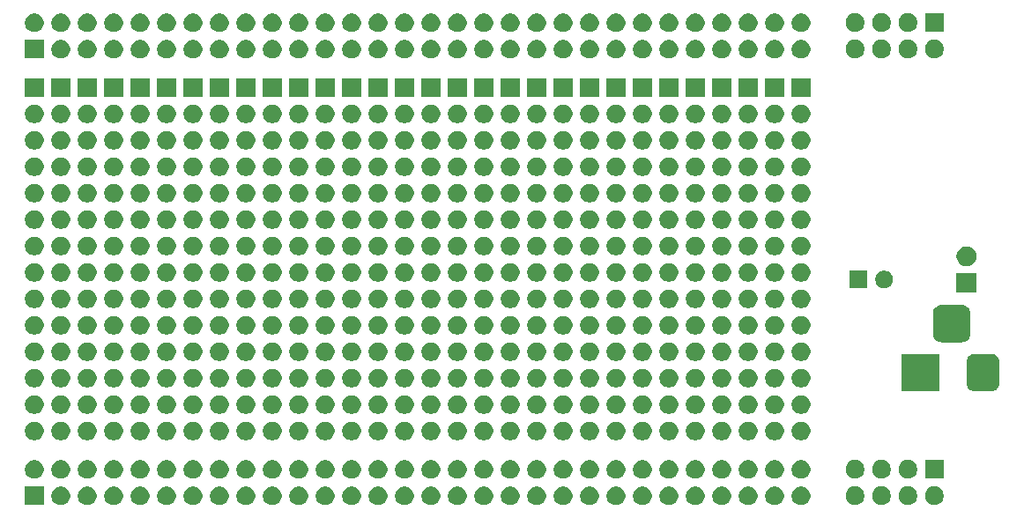
<source format=gbr>
G04 #@! TF.GenerationSoftware,KiCad,Pcbnew,(5.1.6)-1*
G04 #@! TF.CreationDate,2020-06-02T23:24:11+04:00*
G04 #@! TF.ProjectId,Berfboard 2.0-psupply,42657266-626f-4617-9264-20322e302d70,rev?*
G04 #@! TF.SameCoordinates,Original*
G04 #@! TF.FileFunction,Soldermask,Bot*
G04 #@! TF.FilePolarity,Negative*
%FSLAX46Y46*%
G04 Gerber Fmt 4.6, Leading zero omitted, Abs format (unit mm)*
G04 Created by KiCad (PCBNEW (5.1.6)-1) date 2020-06-02 23:24:11*
%MOMM*%
%LPD*%
G01*
G04 APERTURE LIST*
%ADD10C,0.100000*%
G04 APERTURE END LIST*
D10*
G36*
X101739000Y-88848500D02*
G01*
X99937000Y-88848500D01*
X99937000Y-87046500D01*
X101739000Y-87046500D01*
X101739000Y-88848500D01*
G37*
G36*
X139051512Y-87051427D02*
G01*
X139200812Y-87081124D01*
X139364784Y-87149044D01*
X139512354Y-87247647D01*
X139637853Y-87373146D01*
X139736456Y-87520716D01*
X139804376Y-87684688D01*
X139839000Y-87858759D01*
X139839000Y-88036241D01*
X139804376Y-88210312D01*
X139736456Y-88374284D01*
X139637853Y-88521854D01*
X139512354Y-88647353D01*
X139364784Y-88745956D01*
X139200812Y-88813876D01*
X139051512Y-88843573D01*
X139026742Y-88848500D01*
X138849258Y-88848500D01*
X138824488Y-88843573D01*
X138675188Y-88813876D01*
X138511216Y-88745956D01*
X138363646Y-88647353D01*
X138238147Y-88521854D01*
X138139544Y-88374284D01*
X138071624Y-88210312D01*
X138037000Y-88036241D01*
X138037000Y-87858759D01*
X138071624Y-87684688D01*
X138139544Y-87520716D01*
X138238147Y-87373146D01*
X138363646Y-87247647D01*
X138511216Y-87149044D01*
X138675188Y-87081124D01*
X138824488Y-87051427D01*
X138849258Y-87046500D01*
X139026742Y-87046500D01*
X139051512Y-87051427D01*
G37*
G36*
X174611512Y-87051427D02*
G01*
X174760812Y-87081124D01*
X174924784Y-87149044D01*
X175072354Y-87247647D01*
X175197853Y-87373146D01*
X175296456Y-87520716D01*
X175364376Y-87684688D01*
X175399000Y-87858759D01*
X175399000Y-88036241D01*
X175364376Y-88210312D01*
X175296456Y-88374284D01*
X175197853Y-88521854D01*
X175072354Y-88647353D01*
X174924784Y-88745956D01*
X174760812Y-88813876D01*
X174611512Y-88843573D01*
X174586742Y-88848500D01*
X174409258Y-88848500D01*
X174384488Y-88843573D01*
X174235188Y-88813876D01*
X174071216Y-88745956D01*
X173923646Y-88647353D01*
X173798147Y-88521854D01*
X173699544Y-88374284D01*
X173631624Y-88210312D01*
X173597000Y-88036241D01*
X173597000Y-87858759D01*
X173631624Y-87684688D01*
X173699544Y-87520716D01*
X173798147Y-87373146D01*
X173923646Y-87247647D01*
X174071216Y-87149044D01*
X174235188Y-87081124D01*
X174384488Y-87051427D01*
X174409258Y-87046500D01*
X174586742Y-87046500D01*
X174611512Y-87051427D01*
G37*
G36*
X169531512Y-87051427D02*
G01*
X169680812Y-87081124D01*
X169844784Y-87149044D01*
X169992354Y-87247647D01*
X170117853Y-87373146D01*
X170216456Y-87520716D01*
X170284376Y-87684688D01*
X170319000Y-87858759D01*
X170319000Y-88036241D01*
X170284376Y-88210312D01*
X170216456Y-88374284D01*
X170117853Y-88521854D01*
X169992354Y-88647353D01*
X169844784Y-88745956D01*
X169680812Y-88813876D01*
X169531512Y-88843573D01*
X169506742Y-88848500D01*
X169329258Y-88848500D01*
X169304488Y-88843573D01*
X169155188Y-88813876D01*
X168991216Y-88745956D01*
X168843646Y-88647353D01*
X168718147Y-88521854D01*
X168619544Y-88374284D01*
X168551624Y-88210312D01*
X168517000Y-88036241D01*
X168517000Y-87858759D01*
X168551624Y-87684688D01*
X168619544Y-87520716D01*
X168718147Y-87373146D01*
X168843646Y-87247647D01*
X168991216Y-87149044D01*
X169155188Y-87081124D01*
X169304488Y-87051427D01*
X169329258Y-87046500D01*
X169506742Y-87046500D01*
X169531512Y-87051427D01*
G37*
G36*
X166991512Y-87051427D02*
G01*
X167140812Y-87081124D01*
X167304784Y-87149044D01*
X167452354Y-87247647D01*
X167577853Y-87373146D01*
X167676456Y-87520716D01*
X167744376Y-87684688D01*
X167779000Y-87858759D01*
X167779000Y-88036241D01*
X167744376Y-88210312D01*
X167676456Y-88374284D01*
X167577853Y-88521854D01*
X167452354Y-88647353D01*
X167304784Y-88745956D01*
X167140812Y-88813876D01*
X166991512Y-88843573D01*
X166966742Y-88848500D01*
X166789258Y-88848500D01*
X166764488Y-88843573D01*
X166615188Y-88813876D01*
X166451216Y-88745956D01*
X166303646Y-88647353D01*
X166178147Y-88521854D01*
X166079544Y-88374284D01*
X166011624Y-88210312D01*
X165977000Y-88036241D01*
X165977000Y-87858759D01*
X166011624Y-87684688D01*
X166079544Y-87520716D01*
X166178147Y-87373146D01*
X166303646Y-87247647D01*
X166451216Y-87149044D01*
X166615188Y-87081124D01*
X166764488Y-87051427D01*
X166789258Y-87046500D01*
X166966742Y-87046500D01*
X166991512Y-87051427D01*
G37*
G36*
X164451512Y-87051427D02*
G01*
X164600812Y-87081124D01*
X164764784Y-87149044D01*
X164912354Y-87247647D01*
X165037853Y-87373146D01*
X165136456Y-87520716D01*
X165204376Y-87684688D01*
X165239000Y-87858759D01*
X165239000Y-88036241D01*
X165204376Y-88210312D01*
X165136456Y-88374284D01*
X165037853Y-88521854D01*
X164912354Y-88647353D01*
X164764784Y-88745956D01*
X164600812Y-88813876D01*
X164451512Y-88843573D01*
X164426742Y-88848500D01*
X164249258Y-88848500D01*
X164224488Y-88843573D01*
X164075188Y-88813876D01*
X163911216Y-88745956D01*
X163763646Y-88647353D01*
X163638147Y-88521854D01*
X163539544Y-88374284D01*
X163471624Y-88210312D01*
X163437000Y-88036241D01*
X163437000Y-87858759D01*
X163471624Y-87684688D01*
X163539544Y-87520716D01*
X163638147Y-87373146D01*
X163763646Y-87247647D01*
X163911216Y-87149044D01*
X164075188Y-87081124D01*
X164224488Y-87051427D01*
X164249258Y-87046500D01*
X164426742Y-87046500D01*
X164451512Y-87051427D01*
G37*
G36*
X161911512Y-87051427D02*
G01*
X162060812Y-87081124D01*
X162224784Y-87149044D01*
X162372354Y-87247647D01*
X162497853Y-87373146D01*
X162596456Y-87520716D01*
X162664376Y-87684688D01*
X162699000Y-87858759D01*
X162699000Y-88036241D01*
X162664376Y-88210312D01*
X162596456Y-88374284D01*
X162497853Y-88521854D01*
X162372354Y-88647353D01*
X162224784Y-88745956D01*
X162060812Y-88813876D01*
X161911512Y-88843573D01*
X161886742Y-88848500D01*
X161709258Y-88848500D01*
X161684488Y-88843573D01*
X161535188Y-88813876D01*
X161371216Y-88745956D01*
X161223646Y-88647353D01*
X161098147Y-88521854D01*
X160999544Y-88374284D01*
X160931624Y-88210312D01*
X160897000Y-88036241D01*
X160897000Y-87858759D01*
X160931624Y-87684688D01*
X160999544Y-87520716D01*
X161098147Y-87373146D01*
X161223646Y-87247647D01*
X161371216Y-87149044D01*
X161535188Y-87081124D01*
X161684488Y-87051427D01*
X161709258Y-87046500D01*
X161886742Y-87046500D01*
X161911512Y-87051427D01*
G37*
G36*
X159371512Y-87051427D02*
G01*
X159520812Y-87081124D01*
X159684784Y-87149044D01*
X159832354Y-87247647D01*
X159957853Y-87373146D01*
X160056456Y-87520716D01*
X160124376Y-87684688D01*
X160159000Y-87858759D01*
X160159000Y-88036241D01*
X160124376Y-88210312D01*
X160056456Y-88374284D01*
X159957853Y-88521854D01*
X159832354Y-88647353D01*
X159684784Y-88745956D01*
X159520812Y-88813876D01*
X159371512Y-88843573D01*
X159346742Y-88848500D01*
X159169258Y-88848500D01*
X159144488Y-88843573D01*
X158995188Y-88813876D01*
X158831216Y-88745956D01*
X158683646Y-88647353D01*
X158558147Y-88521854D01*
X158459544Y-88374284D01*
X158391624Y-88210312D01*
X158357000Y-88036241D01*
X158357000Y-87858759D01*
X158391624Y-87684688D01*
X158459544Y-87520716D01*
X158558147Y-87373146D01*
X158683646Y-87247647D01*
X158831216Y-87149044D01*
X158995188Y-87081124D01*
X159144488Y-87051427D01*
X159169258Y-87046500D01*
X159346742Y-87046500D01*
X159371512Y-87051427D01*
G37*
G36*
X156831512Y-87051427D02*
G01*
X156980812Y-87081124D01*
X157144784Y-87149044D01*
X157292354Y-87247647D01*
X157417853Y-87373146D01*
X157516456Y-87520716D01*
X157584376Y-87684688D01*
X157619000Y-87858759D01*
X157619000Y-88036241D01*
X157584376Y-88210312D01*
X157516456Y-88374284D01*
X157417853Y-88521854D01*
X157292354Y-88647353D01*
X157144784Y-88745956D01*
X156980812Y-88813876D01*
X156831512Y-88843573D01*
X156806742Y-88848500D01*
X156629258Y-88848500D01*
X156604488Y-88843573D01*
X156455188Y-88813876D01*
X156291216Y-88745956D01*
X156143646Y-88647353D01*
X156018147Y-88521854D01*
X155919544Y-88374284D01*
X155851624Y-88210312D01*
X155817000Y-88036241D01*
X155817000Y-87858759D01*
X155851624Y-87684688D01*
X155919544Y-87520716D01*
X156018147Y-87373146D01*
X156143646Y-87247647D01*
X156291216Y-87149044D01*
X156455188Y-87081124D01*
X156604488Y-87051427D01*
X156629258Y-87046500D01*
X156806742Y-87046500D01*
X156831512Y-87051427D01*
G37*
G36*
X154291512Y-87051427D02*
G01*
X154440812Y-87081124D01*
X154604784Y-87149044D01*
X154752354Y-87247647D01*
X154877853Y-87373146D01*
X154976456Y-87520716D01*
X155044376Y-87684688D01*
X155079000Y-87858759D01*
X155079000Y-88036241D01*
X155044376Y-88210312D01*
X154976456Y-88374284D01*
X154877853Y-88521854D01*
X154752354Y-88647353D01*
X154604784Y-88745956D01*
X154440812Y-88813876D01*
X154291512Y-88843573D01*
X154266742Y-88848500D01*
X154089258Y-88848500D01*
X154064488Y-88843573D01*
X153915188Y-88813876D01*
X153751216Y-88745956D01*
X153603646Y-88647353D01*
X153478147Y-88521854D01*
X153379544Y-88374284D01*
X153311624Y-88210312D01*
X153277000Y-88036241D01*
X153277000Y-87858759D01*
X153311624Y-87684688D01*
X153379544Y-87520716D01*
X153478147Y-87373146D01*
X153603646Y-87247647D01*
X153751216Y-87149044D01*
X153915188Y-87081124D01*
X154064488Y-87051427D01*
X154089258Y-87046500D01*
X154266742Y-87046500D01*
X154291512Y-87051427D01*
G37*
G36*
X151751512Y-87051427D02*
G01*
X151900812Y-87081124D01*
X152064784Y-87149044D01*
X152212354Y-87247647D01*
X152337853Y-87373146D01*
X152436456Y-87520716D01*
X152504376Y-87684688D01*
X152539000Y-87858759D01*
X152539000Y-88036241D01*
X152504376Y-88210312D01*
X152436456Y-88374284D01*
X152337853Y-88521854D01*
X152212354Y-88647353D01*
X152064784Y-88745956D01*
X151900812Y-88813876D01*
X151751512Y-88843573D01*
X151726742Y-88848500D01*
X151549258Y-88848500D01*
X151524488Y-88843573D01*
X151375188Y-88813876D01*
X151211216Y-88745956D01*
X151063646Y-88647353D01*
X150938147Y-88521854D01*
X150839544Y-88374284D01*
X150771624Y-88210312D01*
X150737000Y-88036241D01*
X150737000Y-87858759D01*
X150771624Y-87684688D01*
X150839544Y-87520716D01*
X150938147Y-87373146D01*
X151063646Y-87247647D01*
X151211216Y-87149044D01*
X151375188Y-87081124D01*
X151524488Y-87051427D01*
X151549258Y-87046500D01*
X151726742Y-87046500D01*
X151751512Y-87051427D01*
G37*
G36*
X149211512Y-87051427D02*
G01*
X149360812Y-87081124D01*
X149524784Y-87149044D01*
X149672354Y-87247647D01*
X149797853Y-87373146D01*
X149896456Y-87520716D01*
X149964376Y-87684688D01*
X149999000Y-87858759D01*
X149999000Y-88036241D01*
X149964376Y-88210312D01*
X149896456Y-88374284D01*
X149797853Y-88521854D01*
X149672354Y-88647353D01*
X149524784Y-88745956D01*
X149360812Y-88813876D01*
X149211512Y-88843573D01*
X149186742Y-88848500D01*
X149009258Y-88848500D01*
X148984488Y-88843573D01*
X148835188Y-88813876D01*
X148671216Y-88745956D01*
X148523646Y-88647353D01*
X148398147Y-88521854D01*
X148299544Y-88374284D01*
X148231624Y-88210312D01*
X148197000Y-88036241D01*
X148197000Y-87858759D01*
X148231624Y-87684688D01*
X148299544Y-87520716D01*
X148398147Y-87373146D01*
X148523646Y-87247647D01*
X148671216Y-87149044D01*
X148835188Y-87081124D01*
X148984488Y-87051427D01*
X149009258Y-87046500D01*
X149186742Y-87046500D01*
X149211512Y-87051427D01*
G37*
G36*
X146671512Y-87051427D02*
G01*
X146820812Y-87081124D01*
X146984784Y-87149044D01*
X147132354Y-87247647D01*
X147257853Y-87373146D01*
X147356456Y-87520716D01*
X147424376Y-87684688D01*
X147459000Y-87858759D01*
X147459000Y-88036241D01*
X147424376Y-88210312D01*
X147356456Y-88374284D01*
X147257853Y-88521854D01*
X147132354Y-88647353D01*
X146984784Y-88745956D01*
X146820812Y-88813876D01*
X146671512Y-88843573D01*
X146646742Y-88848500D01*
X146469258Y-88848500D01*
X146444488Y-88843573D01*
X146295188Y-88813876D01*
X146131216Y-88745956D01*
X145983646Y-88647353D01*
X145858147Y-88521854D01*
X145759544Y-88374284D01*
X145691624Y-88210312D01*
X145657000Y-88036241D01*
X145657000Y-87858759D01*
X145691624Y-87684688D01*
X145759544Y-87520716D01*
X145858147Y-87373146D01*
X145983646Y-87247647D01*
X146131216Y-87149044D01*
X146295188Y-87081124D01*
X146444488Y-87051427D01*
X146469258Y-87046500D01*
X146646742Y-87046500D01*
X146671512Y-87051427D01*
G37*
G36*
X144131512Y-87051427D02*
G01*
X144280812Y-87081124D01*
X144444784Y-87149044D01*
X144592354Y-87247647D01*
X144717853Y-87373146D01*
X144816456Y-87520716D01*
X144884376Y-87684688D01*
X144919000Y-87858759D01*
X144919000Y-88036241D01*
X144884376Y-88210312D01*
X144816456Y-88374284D01*
X144717853Y-88521854D01*
X144592354Y-88647353D01*
X144444784Y-88745956D01*
X144280812Y-88813876D01*
X144131512Y-88843573D01*
X144106742Y-88848500D01*
X143929258Y-88848500D01*
X143904488Y-88843573D01*
X143755188Y-88813876D01*
X143591216Y-88745956D01*
X143443646Y-88647353D01*
X143318147Y-88521854D01*
X143219544Y-88374284D01*
X143151624Y-88210312D01*
X143117000Y-88036241D01*
X143117000Y-87858759D01*
X143151624Y-87684688D01*
X143219544Y-87520716D01*
X143318147Y-87373146D01*
X143443646Y-87247647D01*
X143591216Y-87149044D01*
X143755188Y-87081124D01*
X143904488Y-87051427D01*
X143929258Y-87046500D01*
X144106742Y-87046500D01*
X144131512Y-87051427D01*
G37*
G36*
X141591512Y-87051427D02*
G01*
X141740812Y-87081124D01*
X141904784Y-87149044D01*
X142052354Y-87247647D01*
X142177853Y-87373146D01*
X142276456Y-87520716D01*
X142344376Y-87684688D01*
X142379000Y-87858759D01*
X142379000Y-88036241D01*
X142344376Y-88210312D01*
X142276456Y-88374284D01*
X142177853Y-88521854D01*
X142052354Y-88647353D01*
X141904784Y-88745956D01*
X141740812Y-88813876D01*
X141591512Y-88843573D01*
X141566742Y-88848500D01*
X141389258Y-88848500D01*
X141364488Y-88843573D01*
X141215188Y-88813876D01*
X141051216Y-88745956D01*
X140903646Y-88647353D01*
X140778147Y-88521854D01*
X140679544Y-88374284D01*
X140611624Y-88210312D01*
X140577000Y-88036241D01*
X140577000Y-87858759D01*
X140611624Y-87684688D01*
X140679544Y-87520716D01*
X140778147Y-87373146D01*
X140903646Y-87247647D01*
X141051216Y-87149044D01*
X141215188Y-87081124D01*
X141364488Y-87051427D01*
X141389258Y-87046500D01*
X141566742Y-87046500D01*
X141591512Y-87051427D01*
G37*
G36*
X172071512Y-87051427D02*
G01*
X172220812Y-87081124D01*
X172384784Y-87149044D01*
X172532354Y-87247647D01*
X172657853Y-87373146D01*
X172756456Y-87520716D01*
X172824376Y-87684688D01*
X172859000Y-87858759D01*
X172859000Y-88036241D01*
X172824376Y-88210312D01*
X172756456Y-88374284D01*
X172657853Y-88521854D01*
X172532354Y-88647353D01*
X172384784Y-88745956D01*
X172220812Y-88813876D01*
X172071512Y-88843573D01*
X172046742Y-88848500D01*
X171869258Y-88848500D01*
X171844488Y-88843573D01*
X171695188Y-88813876D01*
X171531216Y-88745956D01*
X171383646Y-88647353D01*
X171258147Y-88521854D01*
X171159544Y-88374284D01*
X171091624Y-88210312D01*
X171057000Y-88036241D01*
X171057000Y-87858759D01*
X171091624Y-87684688D01*
X171159544Y-87520716D01*
X171258147Y-87373146D01*
X171383646Y-87247647D01*
X171531216Y-87149044D01*
X171695188Y-87081124D01*
X171844488Y-87051427D01*
X171869258Y-87046500D01*
X172046742Y-87046500D01*
X172071512Y-87051427D01*
G37*
G36*
X133971512Y-87051427D02*
G01*
X134120812Y-87081124D01*
X134284784Y-87149044D01*
X134432354Y-87247647D01*
X134557853Y-87373146D01*
X134656456Y-87520716D01*
X134724376Y-87684688D01*
X134759000Y-87858759D01*
X134759000Y-88036241D01*
X134724376Y-88210312D01*
X134656456Y-88374284D01*
X134557853Y-88521854D01*
X134432354Y-88647353D01*
X134284784Y-88745956D01*
X134120812Y-88813876D01*
X133971512Y-88843573D01*
X133946742Y-88848500D01*
X133769258Y-88848500D01*
X133744488Y-88843573D01*
X133595188Y-88813876D01*
X133431216Y-88745956D01*
X133283646Y-88647353D01*
X133158147Y-88521854D01*
X133059544Y-88374284D01*
X132991624Y-88210312D01*
X132957000Y-88036241D01*
X132957000Y-87858759D01*
X132991624Y-87684688D01*
X133059544Y-87520716D01*
X133158147Y-87373146D01*
X133283646Y-87247647D01*
X133431216Y-87149044D01*
X133595188Y-87081124D01*
X133744488Y-87051427D01*
X133769258Y-87046500D01*
X133946742Y-87046500D01*
X133971512Y-87051427D01*
G37*
G36*
X131431512Y-87051427D02*
G01*
X131580812Y-87081124D01*
X131744784Y-87149044D01*
X131892354Y-87247647D01*
X132017853Y-87373146D01*
X132116456Y-87520716D01*
X132184376Y-87684688D01*
X132219000Y-87858759D01*
X132219000Y-88036241D01*
X132184376Y-88210312D01*
X132116456Y-88374284D01*
X132017853Y-88521854D01*
X131892354Y-88647353D01*
X131744784Y-88745956D01*
X131580812Y-88813876D01*
X131431512Y-88843573D01*
X131406742Y-88848500D01*
X131229258Y-88848500D01*
X131204488Y-88843573D01*
X131055188Y-88813876D01*
X130891216Y-88745956D01*
X130743646Y-88647353D01*
X130618147Y-88521854D01*
X130519544Y-88374284D01*
X130451624Y-88210312D01*
X130417000Y-88036241D01*
X130417000Y-87858759D01*
X130451624Y-87684688D01*
X130519544Y-87520716D01*
X130618147Y-87373146D01*
X130743646Y-87247647D01*
X130891216Y-87149044D01*
X131055188Y-87081124D01*
X131204488Y-87051427D01*
X131229258Y-87046500D01*
X131406742Y-87046500D01*
X131431512Y-87051427D01*
G37*
G36*
X128891512Y-87051427D02*
G01*
X129040812Y-87081124D01*
X129204784Y-87149044D01*
X129352354Y-87247647D01*
X129477853Y-87373146D01*
X129576456Y-87520716D01*
X129644376Y-87684688D01*
X129679000Y-87858759D01*
X129679000Y-88036241D01*
X129644376Y-88210312D01*
X129576456Y-88374284D01*
X129477853Y-88521854D01*
X129352354Y-88647353D01*
X129204784Y-88745956D01*
X129040812Y-88813876D01*
X128891512Y-88843573D01*
X128866742Y-88848500D01*
X128689258Y-88848500D01*
X128664488Y-88843573D01*
X128515188Y-88813876D01*
X128351216Y-88745956D01*
X128203646Y-88647353D01*
X128078147Y-88521854D01*
X127979544Y-88374284D01*
X127911624Y-88210312D01*
X127877000Y-88036241D01*
X127877000Y-87858759D01*
X127911624Y-87684688D01*
X127979544Y-87520716D01*
X128078147Y-87373146D01*
X128203646Y-87247647D01*
X128351216Y-87149044D01*
X128515188Y-87081124D01*
X128664488Y-87051427D01*
X128689258Y-87046500D01*
X128866742Y-87046500D01*
X128891512Y-87051427D01*
G37*
G36*
X126351512Y-87051427D02*
G01*
X126500812Y-87081124D01*
X126664784Y-87149044D01*
X126812354Y-87247647D01*
X126937853Y-87373146D01*
X127036456Y-87520716D01*
X127104376Y-87684688D01*
X127139000Y-87858759D01*
X127139000Y-88036241D01*
X127104376Y-88210312D01*
X127036456Y-88374284D01*
X126937853Y-88521854D01*
X126812354Y-88647353D01*
X126664784Y-88745956D01*
X126500812Y-88813876D01*
X126351512Y-88843573D01*
X126326742Y-88848500D01*
X126149258Y-88848500D01*
X126124488Y-88843573D01*
X125975188Y-88813876D01*
X125811216Y-88745956D01*
X125663646Y-88647353D01*
X125538147Y-88521854D01*
X125439544Y-88374284D01*
X125371624Y-88210312D01*
X125337000Y-88036241D01*
X125337000Y-87858759D01*
X125371624Y-87684688D01*
X125439544Y-87520716D01*
X125538147Y-87373146D01*
X125663646Y-87247647D01*
X125811216Y-87149044D01*
X125975188Y-87081124D01*
X126124488Y-87051427D01*
X126149258Y-87046500D01*
X126326742Y-87046500D01*
X126351512Y-87051427D01*
G37*
G36*
X123811512Y-87051427D02*
G01*
X123960812Y-87081124D01*
X124124784Y-87149044D01*
X124272354Y-87247647D01*
X124397853Y-87373146D01*
X124496456Y-87520716D01*
X124564376Y-87684688D01*
X124599000Y-87858759D01*
X124599000Y-88036241D01*
X124564376Y-88210312D01*
X124496456Y-88374284D01*
X124397853Y-88521854D01*
X124272354Y-88647353D01*
X124124784Y-88745956D01*
X123960812Y-88813876D01*
X123811512Y-88843573D01*
X123786742Y-88848500D01*
X123609258Y-88848500D01*
X123584488Y-88843573D01*
X123435188Y-88813876D01*
X123271216Y-88745956D01*
X123123646Y-88647353D01*
X122998147Y-88521854D01*
X122899544Y-88374284D01*
X122831624Y-88210312D01*
X122797000Y-88036241D01*
X122797000Y-87858759D01*
X122831624Y-87684688D01*
X122899544Y-87520716D01*
X122998147Y-87373146D01*
X123123646Y-87247647D01*
X123271216Y-87149044D01*
X123435188Y-87081124D01*
X123584488Y-87051427D01*
X123609258Y-87046500D01*
X123786742Y-87046500D01*
X123811512Y-87051427D01*
G37*
G36*
X121271512Y-87051427D02*
G01*
X121420812Y-87081124D01*
X121584784Y-87149044D01*
X121732354Y-87247647D01*
X121857853Y-87373146D01*
X121956456Y-87520716D01*
X122024376Y-87684688D01*
X122059000Y-87858759D01*
X122059000Y-88036241D01*
X122024376Y-88210312D01*
X121956456Y-88374284D01*
X121857853Y-88521854D01*
X121732354Y-88647353D01*
X121584784Y-88745956D01*
X121420812Y-88813876D01*
X121271512Y-88843573D01*
X121246742Y-88848500D01*
X121069258Y-88848500D01*
X121044488Y-88843573D01*
X120895188Y-88813876D01*
X120731216Y-88745956D01*
X120583646Y-88647353D01*
X120458147Y-88521854D01*
X120359544Y-88374284D01*
X120291624Y-88210312D01*
X120257000Y-88036241D01*
X120257000Y-87858759D01*
X120291624Y-87684688D01*
X120359544Y-87520716D01*
X120458147Y-87373146D01*
X120583646Y-87247647D01*
X120731216Y-87149044D01*
X120895188Y-87081124D01*
X121044488Y-87051427D01*
X121069258Y-87046500D01*
X121246742Y-87046500D01*
X121271512Y-87051427D01*
G37*
G36*
X118731512Y-87051427D02*
G01*
X118880812Y-87081124D01*
X119044784Y-87149044D01*
X119192354Y-87247647D01*
X119317853Y-87373146D01*
X119416456Y-87520716D01*
X119484376Y-87684688D01*
X119519000Y-87858759D01*
X119519000Y-88036241D01*
X119484376Y-88210312D01*
X119416456Y-88374284D01*
X119317853Y-88521854D01*
X119192354Y-88647353D01*
X119044784Y-88745956D01*
X118880812Y-88813876D01*
X118731512Y-88843573D01*
X118706742Y-88848500D01*
X118529258Y-88848500D01*
X118504488Y-88843573D01*
X118355188Y-88813876D01*
X118191216Y-88745956D01*
X118043646Y-88647353D01*
X117918147Y-88521854D01*
X117819544Y-88374284D01*
X117751624Y-88210312D01*
X117717000Y-88036241D01*
X117717000Y-87858759D01*
X117751624Y-87684688D01*
X117819544Y-87520716D01*
X117918147Y-87373146D01*
X118043646Y-87247647D01*
X118191216Y-87149044D01*
X118355188Y-87081124D01*
X118504488Y-87051427D01*
X118529258Y-87046500D01*
X118706742Y-87046500D01*
X118731512Y-87051427D01*
G37*
G36*
X116191512Y-87051427D02*
G01*
X116340812Y-87081124D01*
X116504784Y-87149044D01*
X116652354Y-87247647D01*
X116777853Y-87373146D01*
X116876456Y-87520716D01*
X116944376Y-87684688D01*
X116979000Y-87858759D01*
X116979000Y-88036241D01*
X116944376Y-88210312D01*
X116876456Y-88374284D01*
X116777853Y-88521854D01*
X116652354Y-88647353D01*
X116504784Y-88745956D01*
X116340812Y-88813876D01*
X116191512Y-88843573D01*
X116166742Y-88848500D01*
X115989258Y-88848500D01*
X115964488Y-88843573D01*
X115815188Y-88813876D01*
X115651216Y-88745956D01*
X115503646Y-88647353D01*
X115378147Y-88521854D01*
X115279544Y-88374284D01*
X115211624Y-88210312D01*
X115177000Y-88036241D01*
X115177000Y-87858759D01*
X115211624Y-87684688D01*
X115279544Y-87520716D01*
X115378147Y-87373146D01*
X115503646Y-87247647D01*
X115651216Y-87149044D01*
X115815188Y-87081124D01*
X115964488Y-87051427D01*
X115989258Y-87046500D01*
X116166742Y-87046500D01*
X116191512Y-87051427D01*
G37*
G36*
X113651512Y-87051427D02*
G01*
X113800812Y-87081124D01*
X113964784Y-87149044D01*
X114112354Y-87247647D01*
X114237853Y-87373146D01*
X114336456Y-87520716D01*
X114404376Y-87684688D01*
X114439000Y-87858759D01*
X114439000Y-88036241D01*
X114404376Y-88210312D01*
X114336456Y-88374284D01*
X114237853Y-88521854D01*
X114112354Y-88647353D01*
X113964784Y-88745956D01*
X113800812Y-88813876D01*
X113651512Y-88843573D01*
X113626742Y-88848500D01*
X113449258Y-88848500D01*
X113424488Y-88843573D01*
X113275188Y-88813876D01*
X113111216Y-88745956D01*
X112963646Y-88647353D01*
X112838147Y-88521854D01*
X112739544Y-88374284D01*
X112671624Y-88210312D01*
X112637000Y-88036241D01*
X112637000Y-87858759D01*
X112671624Y-87684688D01*
X112739544Y-87520716D01*
X112838147Y-87373146D01*
X112963646Y-87247647D01*
X113111216Y-87149044D01*
X113275188Y-87081124D01*
X113424488Y-87051427D01*
X113449258Y-87046500D01*
X113626742Y-87046500D01*
X113651512Y-87051427D01*
G37*
G36*
X111111512Y-87051427D02*
G01*
X111260812Y-87081124D01*
X111424784Y-87149044D01*
X111572354Y-87247647D01*
X111697853Y-87373146D01*
X111796456Y-87520716D01*
X111864376Y-87684688D01*
X111899000Y-87858759D01*
X111899000Y-88036241D01*
X111864376Y-88210312D01*
X111796456Y-88374284D01*
X111697853Y-88521854D01*
X111572354Y-88647353D01*
X111424784Y-88745956D01*
X111260812Y-88813876D01*
X111111512Y-88843573D01*
X111086742Y-88848500D01*
X110909258Y-88848500D01*
X110884488Y-88843573D01*
X110735188Y-88813876D01*
X110571216Y-88745956D01*
X110423646Y-88647353D01*
X110298147Y-88521854D01*
X110199544Y-88374284D01*
X110131624Y-88210312D01*
X110097000Y-88036241D01*
X110097000Y-87858759D01*
X110131624Y-87684688D01*
X110199544Y-87520716D01*
X110298147Y-87373146D01*
X110423646Y-87247647D01*
X110571216Y-87149044D01*
X110735188Y-87081124D01*
X110884488Y-87051427D01*
X110909258Y-87046500D01*
X111086742Y-87046500D01*
X111111512Y-87051427D01*
G37*
G36*
X108571512Y-87051427D02*
G01*
X108720812Y-87081124D01*
X108884784Y-87149044D01*
X109032354Y-87247647D01*
X109157853Y-87373146D01*
X109256456Y-87520716D01*
X109324376Y-87684688D01*
X109359000Y-87858759D01*
X109359000Y-88036241D01*
X109324376Y-88210312D01*
X109256456Y-88374284D01*
X109157853Y-88521854D01*
X109032354Y-88647353D01*
X108884784Y-88745956D01*
X108720812Y-88813876D01*
X108571512Y-88843573D01*
X108546742Y-88848500D01*
X108369258Y-88848500D01*
X108344488Y-88843573D01*
X108195188Y-88813876D01*
X108031216Y-88745956D01*
X107883646Y-88647353D01*
X107758147Y-88521854D01*
X107659544Y-88374284D01*
X107591624Y-88210312D01*
X107557000Y-88036241D01*
X107557000Y-87858759D01*
X107591624Y-87684688D01*
X107659544Y-87520716D01*
X107758147Y-87373146D01*
X107883646Y-87247647D01*
X108031216Y-87149044D01*
X108195188Y-87081124D01*
X108344488Y-87051427D01*
X108369258Y-87046500D01*
X108546742Y-87046500D01*
X108571512Y-87051427D01*
G37*
G36*
X106031512Y-87051427D02*
G01*
X106180812Y-87081124D01*
X106344784Y-87149044D01*
X106492354Y-87247647D01*
X106617853Y-87373146D01*
X106716456Y-87520716D01*
X106784376Y-87684688D01*
X106819000Y-87858759D01*
X106819000Y-88036241D01*
X106784376Y-88210312D01*
X106716456Y-88374284D01*
X106617853Y-88521854D01*
X106492354Y-88647353D01*
X106344784Y-88745956D01*
X106180812Y-88813876D01*
X106031512Y-88843573D01*
X106006742Y-88848500D01*
X105829258Y-88848500D01*
X105804488Y-88843573D01*
X105655188Y-88813876D01*
X105491216Y-88745956D01*
X105343646Y-88647353D01*
X105218147Y-88521854D01*
X105119544Y-88374284D01*
X105051624Y-88210312D01*
X105017000Y-88036241D01*
X105017000Y-87858759D01*
X105051624Y-87684688D01*
X105119544Y-87520716D01*
X105218147Y-87373146D01*
X105343646Y-87247647D01*
X105491216Y-87149044D01*
X105655188Y-87081124D01*
X105804488Y-87051427D01*
X105829258Y-87046500D01*
X106006742Y-87046500D01*
X106031512Y-87051427D01*
G37*
G36*
X103491512Y-87051427D02*
G01*
X103640812Y-87081124D01*
X103804784Y-87149044D01*
X103952354Y-87247647D01*
X104077853Y-87373146D01*
X104176456Y-87520716D01*
X104244376Y-87684688D01*
X104279000Y-87858759D01*
X104279000Y-88036241D01*
X104244376Y-88210312D01*
X104176456Y-88374284D01*
X104077853Y-88521854D01*
X103952354Y-88647353D01*
X103804784Y-88745956D01*
X103640812Y-88813876D01*
X103491512Y-88843573D01*
X103466742Y-88848500D01*
X103289258Y-88848500D01*
X103264488Y-88843573D01*
X103115188Y-88813876D01*
X102951216Y-88745956D01*
X102803646Y-88647353D01*
X102678147Y-88521854D01*
X102579544Y-88374284D01*
X102511624Y-88210312D01*
X102477000Y-88036241D01*
X102477000Y-87858759D01*
X102511624Y-87684688D01*
X102579544Y-87520716D01*
X102678147Y-87373146D01*
X102803646Y-87247647D01*
X102951216Y-87149044D01*
X103115188Y-87081124D01*
X103264488Y-87051427D01*
X103289258Y-87046500D01*
X103466742Y-87046500D01*
X103491512Y-87051427D01*
G37*
G36*
X136511512Y-87051427D02*
G01*
X136660812Y-87081124D01*
X136824784Y-87149044D01*
X136972354Y-87247647D01*
X137097853Y-87373146D01*
X137196456Y-87520716D01*
X137264376Y-87684688D01*
X137299000Y-87858759D01*
X137299000Y-88036241D01*
X137264376Y-88210312D01*
X137196456Y-88374284D01*
X137097853Y-88521854D01*
X136972354Y-88647353D01*
X136824784Y-88745956D01*
X136660812Y-88813876D01*
X136511512Y-88843573D01*
X136486742Y-88848500D01*
X136309258Y-88848500D01*
X136284488Y-88843573D01*
X136135188Y-88813876D01*
X135971216Y-88745956D01*
X135823646Y-88647353D01*
X135698147Y-88521854D01*
X135599544Y-88374284D01*
X135531624Y-88210312D01*
X135497000Y-88036241D01*
X135497000Y-87858759D01*
X135531624Y-87684688D01*
X135599544Y-87520716D01*
X135698147Y-87373146D01*
X135823646Y-87247647D01*
X135971216Y-87149044D01*
X136135188Y-87081124D01*
X136284488Y-87051427D01*
X136309258Y-87046500D01*
X136486742Y-87046500D01*
X136511512Y-87051427D01*
G37*
G36*
X184885812Y-87038727D02*
G01*
X185035112Y-87068424D01*
X185199084Y-87136344D01*
X185346654Y-87234947D01*
X185472153Y-87360446D01*
X185570756Y-87508016D01*
X185638676Y-87671988D01*
X185673300Y-87846059D01*
X185673300Y-88023541D01*
X185638676Y-88197612D01*
X185570756Y-88361584D01*
X185472153Y-88509154D01*
X185346654Y-88634653D01*
X185199084Y-88733256D01*
X185035112Y-88801176D01*
X184885812Y-88830873D01*
X184861042Y-88835800D01*
X184683558Y-88835800D01*
X184658788Y-88830873D01*
X184509488Y-88801176D01*
X184345516Y-88733256D01*
X184197946Y-88634653D01*
X184072447Y-88509154D01*
X183973844Y-88361584D01*
X183905924Y-88197612D01*
X183871300Y-88023541D01*
X183871300Y-87846059D01*
X183905924Y-87671988D01*
X183973844Y-87508016D01*
X184072447Y-87360446D01*
X184197946Y-87234947D01*
X184345516Y-87136344D01*
X184509488Y-87068424D01*
X184658788Y-87038727D01*
X184683558Y-87033800D01*
X184861042Y-87033800D01*
X184885812Y-87038727D01*
G37*
G36*
X182345812Y-87038727D02*
G01*
X182495112Y-87068424D01*
X182659084Y-87136344D01*
X182806654Y-87234947D01*
X182932153Y-87360446D01*
X183030756Y-87508016D01*
X183098676Y-87671988D01*
X183133300Y-87846059D01*
X183133300Y-88023541D01*
X183098676Y-88197612D01*
X183030756Y-88361584D01*
X182932153Y-88509154D01*
X182806654Y-88634653D01*
X182659084Y-88733256D01*
X182495112Y-88801176D01*
X182345812Y-88830873D01*
X182321042Y-88835800D01*
X182143558Y-88835800D01*
X182118788Y-88830873D01*
X181969488Y-88801176D01*
X181805516Y-88733256D01*
X181657946Y-88634653D01*
X181532447Y-88509154D01*
X181433844Y-88361584D01*
X181365924Y-88197612D01*
X181331300Y-88023541D01*
X181331300Y-87846059D01*
X181365924Y-87671988D01*
X181433844Y-87508016D01*
X181532447Y-87360446D01*
X181657946Y-87234947D01*
X181805516Y-87136344D01*
X181969488Y-87068424D01*
X182118788Y-87038727D01*
X182143558Y-87033800D01*
X182321042Y-87033800D01*
X182345812Y-87038727D01*
G37*
G36*
X179805812Y-87038727D02*
G01*
X179955112Y-87068424D01*
X180119084Y-87136344D01*
X180266654Y-87234947D01*
X180392153Y-87360446D01*
X180490756Y-87508016D01*
X180558676Y-87671988D01*
X180593300Y-87846059D01*
X180593300Y-88023541D01*
X180558676Y-88197612D01*
X180490756Y-88361584D01*
X180392153Y-88509154D01*
X180266654Y-88634653D01*
X180119084Y-88733256D01*
X179955112Y-88801176D01*
X179805812Y-88830873D01*
X179781042Y-88835800D01*
X179603558Y-88835800D01*
X179578788Y-88830873D01*
X179429488Y-88801176D01*
X179265516Y-88733256D01*
X179117946Y-88634653D01*
X178992447Y-88509154D01*
X178893844Y-88361584D01*
X178825924Y-88197612D01*
X178791300Y-88023541D01*
X178791300Y-87846059D01*
X178825924Y-87671988D01*
X178893844Y-87508016D01*
X178992447Y-87360446D01*
X179117946Y-87234947D01*
X179265516Y-87136344D01*
X179429488Y-87068424D01*
X179578788Y-87038727D01*
X179603558Y-87033800D01*
X179781042Y-87033800D01*
X179805812Y-87038727D01*
G37*
G36*
X187425812Y-87038727D02*
G01*
X187575112Y-87068424D01*
X187739084Y-87136344D01*
X187886654Y-87234947D01*
X188012153Y-87360446D01*
X188110756Y-87508016D01*
X188178676Y-87671988D01*
X188213300Y-87846059D01*
X188213300Y-88023541D01*
X188178676Y-88197612D01*
X188110756Y-88361584D01*
X188012153Y-88509154D01*
X187886654Y-88634653D01*
X187739084Y-88733256D01*
X187575112Y-88801176D01*
X187425812Y-88830873D01*
X187401042Y-88835800D01*
X187223558Y-88835800D01*
X187198788Y-88830873D01*
X187049488Y-88801176D01*
X186885516Y-88733256D01*
X186737946Y-88634653D01*
X186612447Y-88509154D01*
X186513844Y-88361584D01*
X186445924Y-88197612D01*
X186411300Y-88023541D01*
X186411300Y-87846059D01*
X186445924Y-87671988D01*
X186513844Y-87508016D01*
X186612447Y-87360446D01*
X186737946Y-87234947D01*
X186885516Y-87136344D01*
X187049488Y-87068424D01*
X187198788Y-87038727D01*
X187223558Y-87033800D01*
X187401042Y-87033800D01*
X187425812Y-87038727D01*
G37*
G36*
X136511512Y-84511427D02*
G01*
X136660812Y-84541124D01*
X136824784Y-84609044D01*
X136972354Y-84707647D01*
X137097853Y-84833146D01*
X137196456Y-84980716D01*
X137264376Y-85144688D01*
X137299000Y-85318759D01*
X137299000Y-85496241D01*
X137264376Y-85670312D01*
X137196456Y-85834284D01*
X137097853Y-85981854D01*
X136972354Y-86107353D01*
X136824784Y-86205956D01*
X136660812Y-86273876D01*
X136511512Y-86303573D01*
X136486742Y-86308500D01*
X136309258Y-86308500D01*
X136284488Y-86303573D01*
X136135188Y-86273876D01*
X135971216Y-86205956D01*
X135823646Y-86107353D01*
X135698147Y-85981854D01*
X135599544Y-85834284D01*
X135531624Y-85670312D01*
X135497000Y-85496241D01*
X135497000Y-85318759D01*
X135531624Y-85144688D01*
X135599544Y-84980716D01*
X135698147Y-84833146D01*
X135823646Y-84707647D01*
X135971216Y-84609044D01*
X136135188Y-84541124D01*
X136284488Y-84511427D01*
X136309258Y-84506500D01*
X136486742Y-84506500D01*
X136511512Y-84511427D01*
G37*
G36*
X151751512Y-84511427D02*
G01*
X151900812Y-84541124D01*
X152064784Y-84609044D01*
X152212354Y-84707647D01*
X152337853Y-84833146D01*
X152436456Y-84980716D01*
X152504376Y-85144688D01*
X152539000Y-85318759D01*
X152539000Y-85496241D01*
X152504376Y-85670312D01*
X152436456Y-85834284D01*
X152337853Y-85981854D01*
X152212354Y-86107353D01*
X152064784Y-86205956D01*
X151900812Y-86273876D01*
X151751512Y-86303573D01*
X151726742Y-86308500D01*
X151549258Y-86308500D01*
X151524488Y-86303573D01*
X151375188Y-86273876D01*
X151211216Y-86205956D01*
X151063646Y-86107353D01*
X150938147Y-85981854D01*
X150839544Y-85834284D01*
X150771624Y-85670312D01*
X150737000Y-85496241D01*
X150737000Y-85318759D01*
X150771624Y-85144688D01*
X150839544Y-84980716D01*
X150938147Y-84833146D01*
X151063646Y-84707647D01*
X151211216Y-84609044D01*
X151375188Y-84541124D01*
X151524488Y-84511427D01*
X151549258Y-84506500D01*
X151726742Y-84506500D01*
X151751512Y-84511427D01*
G37*
G36*
X111111512Y-84511427D02*
G01*
X111260812Y-84541124D01*
X111424784Y-84609044D01*
X111572354Y-84707647D01*
X111697853Y-84833146D01*
X111796456Y-84980716D01*
X111864376Y-85144688D01*
X111899000Y-85318759D01*
X111899000Y-85496241D01*
X111864376Y-85670312D01*
X111796456Y-85834284D01*
X111697853Y-85981854D01*
X111572354Y-86107353D01*
X111424784Y-86205956D01*
X111260812Y-86273876D01*
X111111512Y-86303573D01*
X111086742Y-86308500D01*
X110909258Y-86308500D01*
X110884488Y-86303573D01*
X110735188Y-86273876D01*
X110571216Y-86205956D01*
X110423646Y-86107353D01*
X110298147Y-85981854D01*
X110199544Y-85834284D01*
X110131624Y-85670312D01*
X110097000Y-85496241D01*
X110097000Y-85318759D01*
X110131624Y-85144688D01*
X110199544Y-84980716D01*
X110298147Y-84833146D01*
X110423646Y-84707647D01*
X110571216Y-84609044D01*
X110735188Y-84541124D01*
X110884488Y-84511427D01*
X110909258Y-84506500D01*
X111086742Y-84506500D01*
X111111512Y-84511427D01*
G37*
G36*
X149211512Y-84511427D02*
G01*
X149360812Y-84541124D01*
X149524784Y-84609044D01*
X149672354Y-84707647D01*
X149797853Y-84833146D01*
X149896456Y-84980716D01*
X149964376Y-85144688D01*
X149999000Y-85318759D01*
X149999000Y-85496241D01*
X149964376Y-85670312D01*
X149896456Y-85834284D01*
X149797853Y-85981854D01*
X149672354Y-86107353D01*
X149524784Y-86205956D01*
X149360812Y-86273876D01*
X149211512Y-86303573D01*
X149186742Y-86308500D01*
X149009258Y-86308500D01*
X148984488Y-86303573D01*
X148835188Y-86273876D01*
X148671216Y-86205956D01*
X148523646Y-86107353D01*
X148398147Y-85981854D01*
X148299544Y-85834284D01*
X148231624Y-85670312D01*
X148197000Y-85496241D01*
X148197000Y-85318759D01*
X148231624Y-85144688D01*
X148299544Y-84980716D01*
X148398147Y-84833146D01*
X148523646Y-84707647D01*
X148671216Y-84609044D01*
X148835188Y-84541124D01*
X148984488Y-84511427D01*
X149009258Y-84506500D01*
X149186742Y-84506500D01*
X149211512Y-84511427D01*
G37*
G36*
X139051512Y-84511427D02*
G01*
X139200812Y-84541124D01*
X139364784Y-84609044D01*
X139512354Y-84707647D01*
X139637853Y-84833146D01*
X139736456Y-84980716D01*
X139804376Y-85144688D01*
X139839000Y-85318759D01*
X139839000Y-85496241D01*
X139804376Y-85670312D01*
X139736456Y-85834284D01*
X139637853Y-85981854D01*
X139512354Y-86107353D01*
X139364784Y-86205956D01*
X139200812Y-86273876D01*
X139051512Y-86303573D01*
X139026742Y-86308500D01*
X138849258Y-86308500D01*
X138824488Y-86303573D01*
X138675188Y-86273876D01*
X138511216Y-86205956D01*
X138363646Y-86107353D01*
X138238147Y-85981854D01*
X138139544Y-85834284D01*
X138071624Y-85670312D01*
X138037000Y-85496241D01*
X138037000Y-85318759D01*
X138071624Y-85144688D01*
X138139544Y-84980716D01*
X138238147Y-84833146D01*
X138363646Y-84707647D01*
X138511216Y-84609044D01*
X138675188Y-84541124D01*
X138824488Y-84511427D01*
X138849258Y-84506500D01*
X139026742Y-84506500D01*
X139051512Y-84511427D01*
G37*
G36*
X146671512Y-84511427D02*
G01*
X146820812Y-84541124D01*
X146984784Y-84609044D01*
X147132354Y-84707647D01*
X147257853Y-84833146D01*
X147356456Y-84980716D01*
X147424376Y-85144688D01*
X147459000Y-85318759D01*
X147459000Y-85496241D01*
X147424376Y-85670312D01*
X147356456Y-85834284D01*
X147257853Y-85981854D01*
X147132354Y-86107353D01*
X146984784Y-86205956D01*
X146820812Y-86273876D01*
X146671512Y-86303573D01*
X146646742Y-86308500D01*
X146469258Y-86308500D01*
X146444488Y-86303573D01*
X146295188Y-86273876D01*
X146131216Y-86205956D01*
X145983646Y-86107353D01*
X145858147Y-85981854D01*
X145759544Y-85834284D01*
X145691624Y-85670312D01*
X145657000Y-85496241D01*
X145657000Y-85318759D01*
X145691624Y-85144688D01*
X145759544Y-84980716D01*
X145858147Y-84833146D01*
X145983646Y-84707647D01*
X146131216Y-84609044D01*
X146295188Y-84541124D01*
X146444488Y-84511427D01*
X146469258Y-84506500D01*
X146646742Y-84506500D01*
X146671512Y-84511427D01*
G37*
G36*
X113651512Y-84511427D02*
G01*
X113800812Y-84541124D01*
X113964784Y-84609044D01*
X114112354Y-84707647D01*
X114237853Y-84833146D01*
X114336456Y-84980716D01*
X114404376Y-85144688D01*
X114439000Y-85318759D01*
X114439000Y-85496241D01*
X114404376Y-85670312D01*
X114336456Y-85834284D01*
X114237853Y-85981854D01*
X114112354Y-86107353D01*
X113964784Y-86205956D01*
X113800812Y-86273876D01*
X113651512Y-86303573D01*
X113626742Y-86308500D01*
X113449258Y-86308500D01*
X113424488Y-86303573D01*
X113275188Y-86273876D01*
X113111216Y-86205956D01*
X112963646Y-86107353D01*
X112838147Y-85981854D01*
X112739544Y-85834284D01*
X112671624Y-85670312D01*
X112637000Y-85496241D01*
X112637000Y-85318759D01*
X112671624Y-85144688D01*
X112739544Y-84980716D01*
X112838147Y-84833146D01*
X112963646Y-84707647D01*
X113111216Y-84609044D01*
X113275188Y-84541124D01*
X113424488Y-84511427D01*
X113449258Y-84506500D01*
X113626742Y-84506500D01*
X113651512Y-84511427D01*
G37*
G36*
X144131512Y-84511427D02*
G01*
X144280812Y-84541124D01*
X144444784Y-84609044D01*
X144592354Y-84707647D01*
X144717853Y-84833146D01*
X144816456Y-84980716D01*
X144884376Y-85144688D01*
X144919000Y-85318759D01*
X144919000Y-85496241D01*
X144884376Y-85670312D01*
X144816456Y-85834284D01*
X144717853Y-85981854D01*
X144592354Y-86107353D01*
X144444784Y-86205956D01*
X144280812Y-86273876D01*
X144131512Y-86303573D01*
X144106742Y-86308500D01*
X143929258Y-86308500D01*
X143904488Y-86303573D01*
X143755188Y-86273876D01*
X143591216Y-86205956D01*
X143443646Y-86107353D01*
X143318147Y-85981854D01*
X143219544Y-85834284D01*
X143151624Y-85670312D01*
X143117000Y-85496241D01*
X143117000Y-85318759D01*
X143151624Y-85144688D01*
X143219544Y-84980716D01*
X143318147Y-84833146D01*
X143443646Y-84707647D01*
X143591216Y-84609044D01*
X143755188Y-84541124D01*
X143904488Y-84511427D01*
X143929258Y-84506500D01*
X144106742Y-84506500D01*
X144131512Y-84511427D01*
G37*
G36*
X116191512Y-84511427D02*
G01*
X116340812Y-84541124D01*
X116504784Y-84609044D01*
X116652354Y-84707647D01*
X116777853Y-84833146D01*
X116876456Y-84980716D01*
X116944376Y-85144688D01*
X116979000Y-85318759D01*
X116979000Y-85496241D01*
X116944376Y-85670312D01*
X116876456Y-85834284D01*
X116777853Y-85981854D01*
X116652354Y-86107353D01*
X116504784Y-86205956D01*
X116340812Y-86273876D01*
X116191512Y-86303573D01*
X116166742Y-86308500D01*
X115989258Y-86308500D01*
X115964488Y-86303573D01*
X115815188Y-86273876D01*
X115651216Y-86205956D01*
X115503646Y-86107353D01*
X115378147Y-85981854D01*
X115279544Y-85834284D01*
X115211624Y-85670312D01*
X115177000Y-85496241D01*
X115177000Y-85318759D01*
X115211624Y-85144688D01*
X115279544Y-84980716D01*
X115378147Y-84833146D01*
X115503646Y-84707647D01*
X115651216Y-84609044D01*
X115815188Y-84541124D01*
X115964488Y-84511427D01*
X115989258Y-84506500D01*
X116166742Y-84506500D01*
X116191512Y-84511427D01*
G37*
G36*
X166991512Y-84511427D02*
G01*
X167140812Y-84541124D01*
X167304784Y-84609044D01*
X167452354Y-84707647D01*
X167577853Y-84833146D01*
X167676456Y-84980716D01*
X167744376Y-85144688D01*
X167779000Y-85318759D01*
X167779000Y-85496241D01*
X167744376Y-85670312D01*
X167676456Y-85834284D01*
X167577853Y-85981854D01*
X167452354Y-86107353D01*
X167304784Y-86205956D01*
X167140812Y-86273876D01*
X166991512Y-86303573D01*
X166966742Y-86308500D01*
X166789258Y-86308500D01*
X166764488Y-86303573D01*
X166615188Y-86273876D01*
X166451216Y-86205956D01*
X166303646Y-86107353D01*
X166178147Y-85981854D01*
X166079544Y-85834284D01*
X166011624Y-85670312D01*
X165977000Y-85496241D01*
X165977000Y-85318759D01*
X166011624Y-85144688D01*
X166079544Y-84980716D01*
X166178147Y-84833146D01*
X166303646Y-84707647D01*
X166451216Y-84609044D01*
X166615188Y-84541124D01*
X166764488Y-84511427D01*
X166789258Y-84506500D01*
X166966742Y-84506500D01*
X166991512Y-84511427D01*
G37*
G36*
X164451512Y-84511427D02*
G01*
X164600812Y-84541124D01*
X164764784Y-84609044D01*
X164912354Y-84707647D01*
X165037853Y-84833146D01*
X165136456Y-84980716D01*
X165204376Y-85144688D01*
X165239000Y-85318759D01*
X165239000Y-85496241D01*
X165204376Y-85670312D01*
X165136456Y-85834284D01*
X165037853Y-85981854D01*
X164912354Y-86107353D01*
X164764784Y-86205956D01*
X164600812Y-86273876D01*
X164451512Y-86303573D01*
X164426742Y-86308500D01*
X164249258Y-86308500D01*
X164224488Y-86303573D01*
X164075188Y-86273876D01*
X163911216Y-86205956D01*
X163763646Y-86107353D01*
X163638147Y-85981854D01*
X163539544Y-85834284D01*
X163471624Y-85670312D01*
X163437000Y-85496241D01*
X163437000Y-85318759D01*
X163471624Y-85144688D01*
X163539544Y-84980716D01*
X163638147Y-84833146D01*
X163763646Y-84707647D01*
X163911216Y-84609044D01*
X164075188Y-84541124D01*
X164224488Y-84511427D01*
X164249258Y-84506500D01*
X164426742Y-84506500D01*
X164451512Y-84511427D01*
G37*
G36*
X169531512Y-84511427D02*
G01*
X169680812Y-84541124D01*
X169844784Y-84609044D01*
X169992354Y-84707647D01*
X170117853Y-84833146D01*
X170216456Y-84980716D01*
X170284376Y-85144688D01*
X170319000Y-85318759D01*
X170319000Y-85496241D01*
X170284376Y-85670312D01*
X170216456Y-85834284D01*
X170117853Y-85981854D01*
X169992354Y-86107353D01*
X169844784Y-86205956D01*
X169680812Y-86273876D01*
X169531512Y-86303573D01*
X169506742Y-86308500D01*
X169329258Y-86308500D01*
X169304488Y-86303573D01*
X169155188Y-86273876D01*
X168991216Y-86205956D01*
X168843646Y-86107353D01*
X168718147Y-85981854D01*
X168619544Y-85834284D01*
X168551624Y-85670312D01*
X168517000Y-85496241D01*
X168517000Y-85318759D01*
X168551624Y-85144688D01*
X168619544Y-84980716D01*
X168718147Y-84833146D01*
X168843646Y-84707647D01*
X168991216Y-84609044D01*
X169155188Y-84541124D01*
X169304488Y-84511427D01*
X169329258Y-84506500D01*
X169506742Y-84506500D01*
X169531512Y-84511427D01*
G37*
G36*
X172071512Y-84511427D02*
G01*
X172220812Y-84541124D01*
X172384784Y-84609044D01*
X172532354Y-84707647D01*
X172657853Y-84833146D01*
X172756456Y-84980716D01*
X172824376Y-85144688D01*
X172859000Y-85318759D01*
X172859000Y-85496241D01*
X172824376Y-85670312D01*
X172756456Y-85834284D01*
X172657853Y-85981854D01*
X172532354Y-86107353D01*
X172384784Y-86205956D01*
X172220812Y-86273876D01*
X172071512Y-86303573D01*
X172046742Y-86308500D01*
X171869258Y-86308500D01*
X171844488Y-86303573D01*
X171695188Y-86273876D01*
X171531216Y-86205956D01*
X171383646Y-86107353D01*
X171258147Y-85981854D01*
X171159544Y-85834284D01*
X171091624Y-85670312D01*
X171057000Y-85496241D01*
X171057000Y-85318759D01*
X171091624Y-85144688D01*
X171159544Y-84980716D01*
X171258147Y-84833146D01*
X171383646Y-84707647D01*
X171531216Y-84609044D01*
X171695188Y-84541124D01*
X171844488Y-84511427D01*
X171869258Y-84506500D01*
X172046742Y-84506500D01*
X172071512Y-84511427D01*
G37*
G36*
X174611512Y-84511427D02*
G01*
X174760812Y-84541124D01*
X174924784Y-84609044D01*
X175072354Y-84707647D01*
X175197853Y-84833146D01*
X175296456Y-84980716D01*
X175364376Y-85144688D01*
X175399000Y-85318759D01*
X175399000Y-85496241D01*
X175364376Y-85670312D01*
X175296456Y-85834284D01*
X175197853Y-85981854D01*
X175072354Y-86107353D01*
X174924784Y-86205956D01*
X174760812Y-86273876D01*
X174611512Y-86303573D01*
X174586742Y-86308500D01*
X174409258Y-86308500D01*
X174384488Y-86303573D01*
X174235188Y-86273876D01*
X174071216Y-86205956D01*
X173923646Y-86107353D01*
X173798147Y-85981854D01*
X173699544Y-85834284D01*
X173631624Y-85670312D01*
X173597000Y-85496241D01*
X173597000Y-85318759D01*
X173631624Y-85144688D01*
X173699544Y-84980716D01*
X173798147Y-84833146D01*
X173923646Y-84707647D01*
X174071216Y-84609044D01*
X174235188Y-84541124D01*
X174384488Y-84511427D01*
X174409258Y-84506500D01*
X174586742Y-84506500D01*
X174611512Y-84511427D01*
G37*
G36*
X159371512Y-84511427D02*
G01*
X159520812Y-84541124D01*
X159684784Y-84609044D01*
X159832354Y-84707647D01*
X159957853Y-84833146D01*
X160056456Y-84980716D01*
X160124376Y-85144688D01*
X160159000Y-85318759D01*
X160159000Y-85496241D01*
X160124376Y-85670312D01*
X160056456Y-85834284D01*
X159957853Y-85981854D01*
X159832354Y-86107353D01*
X159684784Y-86205956D01*
X159520812Y-86273876D01*
X159371512Y-86303573D01*
X159346742Y-86308500D01*
X159169258Y-86308500D01*
X159144488Y-86303573D01*
X158995188Y-86273876D01*
X158831216Y-86205956D01*
X158683646Y-86107353D01*
X158558147Y-85981854D01*
X158459544Y-85834284D01*
X158391624Y-85670312D01*
X158357000Y-85496241D01*
X158357000Y-85318759D01*
X158391624Y-85144688D01*
X158459544Y-84980716D01*
X158558147Y-84833146D01*
X158683646Y-84707647D01*
X158831216Y-84609044D01*
X158995188Y-84541124D01*
X159144488Y-84511427D01*
X159169258Y-84506500D01*
X159346742Y-84506500D01*
X159371512Y-84511427D01*
G37*
G36*
X123811512Y-84511427D02*
G01*
X123960812Y-84541124D01*
X124124784Y-84609044D01*
X124272354Y-84707647D01*
X124397853Y-84833146D01*
X124496456Y-84980716D01*
X124564376Y-85144688D01*
X124599000Y-85318759D01*
X124599000Y-85496241D01*
X124564376Y-85670312D01*
X124496456Y-85834284D01*
X124397853Y-85981854D01*
X124272354Y-86107353D01*
X124124784Y-86205956D01*
X123960812Y-86273876D01*
X123811512Y-86303573D01*
X123786742Y-86308500D01*
X123609258Y-86308500D01*
X123584488Y-86303573D01*
X123435188Y-86273876D01*
X123271216Y-86205956D01*
X123123646Y-86107353D01*
X122998147Y-85981854D01*
X122899544Y-85834284D01*
X122831624Y-85670312D01*
X122797000Y-85496241D01*
X122797000Y-85318759D01*
X122831624Y-85144688D01*
X122899544Y-84980716D01*
X122998147Y-84833146D01*
X123123646Y-84707647D01*
X123271216Y-84609044D01*
X123435188Y-84541124D01*
X123584488Y-84511427D01*
X123609258Y-84506500D01*
X123786742Y-84506500D01*
X123811512Y-84511427D01*
G37*
G36*
X103491512Y-84511427D02*
G01*
X103640812Y-84541124D01*
X103804784Y-84609044D01*
X103952354Y-84707647D01*
X104077853Y-84833146D01*
X104176456Y-84980716D01*
X104244376Y-85144688D01*
X104279000Y-85318759D01*
X104279000Y-85496241D01*
X104244376Y-85670312D01*
X104176456Y-85834284D01*
X104077853Y-85981854D01*
X103952354Y-86107353D01*
X103804784Y-86205956D01*
X103640812Y-86273876D01*
X103491512Y-86303573D01*
X103466742Y-86308500D01*
X103289258Y-86308500D01*
X103264488Y-86303573D01*
X103115188Y-86273876D01*
X102951216Y-86205956D01*
X102803646Y-86107353D01*
X102678147Y-85981854D01*
X102579544Y-85834284D01*
X102511624Y-85670312D01*
X102477000Y-85496241D01*
X102477000Y-85318759D01*
X102511624Y-85144688D01*
X102579544Y-84980716D01*
X102678147Y-84833146D01*
X102803646Y-84707647D01*
X102951216Y-84609044D01*
X103115188Y-84541124D01*
X103264488Y-84511427D01*
X103289258Y-84506500D01*
X103466742Y-84506500D01*
X103491512Y-84511427D01*
G37*
G36*
X141591512Y-84511427D02*
G01*
X141740812Y-84541124D01*
X141904784Y-84609044D01*
X142052354Y-84707647D01*
X142177853Y-84833146D01*
X142276456Y-84980716D01*
X142344376Y-85144688D01*
X142379000Y-85318759D01*
X142379000Y-85496241D01*
X142344376Y-85670312D01*
X142276456Y-85834284D01*
X142177853Y-85981854D01*
X142052354Y-86107353D01*
X141904784Y-86205956D01*
X141740812Y-86273876D01*
X141591512Y-86303573D01*
X141566742Y-86308500D01*
X141389258Y-86308500D01*
X141364488Y-86303573D01*
X141215188Y-86273876D01*
X141051216Y-86205956D01*
X140903646Y-86107353D01*
X140778147Y-85981854D01*
X140679544Y-85834284D01*
X140611624Y-85670312D01*
X140577000Y-85496241D01*
X140577000Y-85318759D01*
X140611624Y-85144688D01*
X140679544Y-84980716D01*
X140778147Y-84833146D01*
X140903646Y-84707647D01*
X141051216Y-84609044D01*
X141215188Y-84541124D01*
X141364488Y-84511427D01*
X141389258Y-84506500D01*
X141566742Y-84506500D01*
X141591512Y-84511427D01*
G37*
G36*
X121271512Y-84511427D02*
G01*
X121420812Y-84541124D01*
X121584784Y-84609044D01*
X121732354Y-84707647D01*
X121857853Y-84833146D01*
X121956456Y-84980716D01*
X122024376Y-85144688D01*
X122059000Y-85318759D01*
X122059000Y-85496241D01*
X122024376Y-85670312D01*
X121956456Y-85834284D01*
X121857853Y-85981854D01*
X121732354Y-86107353D01*
X121584784Y-86205956D01*
X121420812Y-86273876D01*
X121271512Y-86303573D01*
X121246742Y-86308500D01*
X121069258Y-86308500D01*
X121044488Y-86303573D01*
X120895188Y-86273876D01*
X120731216Y-86205956D01*
X120583646Y-86107353D01*
X120458147Y-85981854D01*
X120359544Y-85834284D01*
X120291624Y-85670312D01*
X120257000Y-85496241D01*
X120257000Y-85318759D01*
X120291624Y-85144688D01*
X120359544Y-84980716D01*
X120458147Y-84833146D01*
X120583646Y-84707647D01*
X120731216Y-84609044D01*
X120895188Y-84541124D01*
X121044488Y-84511427D01*
X121069258Y-84506500D01*
X121246742Y-84506500D01*
X121271512Y-84511427D01*
G37*
G36*
X161911512Y-84511427D02*
G01*
X162060812Y-84541124D01*
X162224784Y-84609044D01*
X162372354Y-84707647D01*
X162497853Y-84833146D01*
X162596456Y-84980716D01*
X162664376Y-85144688D01*
X162699000Y-85318759D01*
X162699000Y-85496241D01*
X162664376Y-85670312D01*
X162596456Y-85834284D01*
X162497853Y-85981854D01*
X162372354Y-86107353D01*
X162224784Y-86205956D01*
X162060812Y-86273876D01*
X161911512Y-86303573D01*
X161886742Y-86308500D01*
X161709258Y-86308500D01*
X161684488Y-86303573D01*
X161535188Y-86273876D01*
X161371216Y-86205956D01*
X161223646Y-86107353D01*
X161098147Y-85981854D01*
X160999544Y-85834284D01*
X160931624Y-85670312D01*
X160897000Y-85496241D01*
X160897000Y-85318759D01*
X160931624Y-85144688D01*
X160999544Y-84980716D01*
X161098147Y-84833146D01*
X161223646Y-84707647D01*
X161371216Y-84609044D01*
X161535188Y-84541124D01*
X161684488Y-84511427D01*
X161709258Y-84506500D01*
X161886742Y-84506500D01*
X161911512Y-84511427D01*
G37*
G36*
X100951512Y-84511427D02*
G01*
X101100812Y-84541124D01*
X101264784Y-84609044D01*
X101412354Y-84707647D01*
X101537853Y-84833146D01*
X101636456Y-84980716D01*
X101704376Y-85144688D01*
X101739000Y-85318759D01*
X101739000Y-85496241D01*
X101704376Y-85670312D01*
X101636456Y-85834284D01*
X101537853Y-85981854D01*
X101412354Y-86107353D01*
X101264784Y-86205956D01*
X101100812Y-86273876D01*
X100951512Y-86303573D01*
X100926742Y-86308500D01*
X100749258Y-86308500D01*
X100724488Y-86303573D01*
X100575188Y-86273876D01*
X100411216Y-86205956D01*
X100263646Y-86107353D01*
X100138147Y-85981854D01*
X100039544Y-85834284D01*
X99971624Y-85670312D01*
X99937000Y-85496241D01*
X99937000Y-85318759D01*
X99971624Y-85144688D01*
X100039544Y-84980716D01*
X100138147Y-84833146D01*
X100263646Y-84707647D01*
X100411216Y-84609044D01*
X100575188Y-84541124D01*
X100724488Y-84511427D01*
X100749258Y-84506500D01*
X100926742Y-84506500D01*
X100951512Y-84511427D01*
G37*
G36*
X126351512Y-84511427D02*
G01*
X126500812Y-84541124D01*
X126664784Y-84609044D01*
X126812354Y-84707647D01*
X126937853Y-84833146D01*
X127036456Y-84980716D01*
X127104376Y-85144688D01*
X127139000Y-85318759D01*
X127139000Y-85496241D01*
X127104376Y-85670312D01*
X127036456Y-85834284D01*
X126937853Y-85981854D01*
X126812354Y-86107353D01*
X126664784Y-86205956D01*
X126500812Y-86273876D01*
X126351512Y-86303573D01*
X126326742Y-86308500D01*
X126149258Y-86308500D01*
X126124488Y-86303573D01*
X125975188Y-86273876D01*
X125811216Y-86205956D01*
X125663646Y-86107353D01*
X125538147Y-85981854D01*
X125439544Y-85834284D01*
X125371624Y-85670312D01*
X125337000Y-85496241D01*
X125337000Y-85318759D01*
X125371624Y-85144688D01*
X125439544Y-84980716D01*
X125538147Y-84833146D01*
X125663646Y-84707647D01*
X125811216Y-84609044D01*
X125975188Y-84541124D01*
X126124488Y-84511427D01*
X126149258Y-84506500D01*
X126326742Y-84506500D01*
X126351512Y-84511427D01*
G37*
G36*
X128891512Y-84511427D02*
G01*
X129040812Y-84541124D01*
X129204784Y-84609044D01*
X129352354Y-84707647D01*
X129477853Y-84833146D01*
X129576456Y-84980716D01*
X129644376Y-85144688D01*
X129679000Y-85318759D01*
X129679000Y-85496241D01*
X129644376Y-85670312D01*
X129576456Y-85834284D01*
X129477853Y-85981854D01*
X129352354Y-86107353D01*
X129204784Y-86205956D01*
X129040812Y-86273876D01*
X128891512Y-86303573D01*
X128866742Y-86308500D01*
X128689258Y-86308500D01*
X128664488Y-86303573D01*
X128515188Y-86273876D01*
X128351216Y-86205956D01*
X128203646Y-86107353D01*
X128078147Y-85981854D01*
X127979544Y-85834284D01*
X127911624Y-85670312D01*
X127877000Y-85496241D01*
X127877000Y-85318759D01*
X127911624Y-85144688D01*
X127979544Y-84980716D01*
X128078147Y-84833146D01*
X128203646Y-84707647D01*
X128351216Y-84609044D01*
X128515188Y-84541124D01*
X128664488Y-84511427D01*
X128689258Y-84506500D01*
X128866742Y-84506500D01*
X128891512Y-84511427D01*
G37*
G36*
X106031512Y-84511427D02*
G01*
X106180812Y-84541124D01*
X106344784Y-84609044D01*
X106492354Y-84707647D01*
X106617853Y-84833146D01*
X106716456Y-84980716D01*
X106784376Y-85144688D01*
X106819000Y-85318759D01*
X106819000Y-85496241D01*
X106784376Y-85670312D01*
X106716456Y-85834284D01*
X106617853Y-85981854D01*
X106492354Y-86107353D01*
X106344784Y-86205956D01*
X106180812Y-86273876D01*
X106031512Y-86303573D01*
X106006742Y-86308500D01*
X105829258Y-86308500D01*
X105804488Y-86303573D01*
X105655188Y-86273876D01*
X105491216Y-86205956D01*
X105343646Y-86107353D01*
X105218147Y-85981854D01*
X105119544Y-85834284D01*
X105051624Y-85670312D01*
X105017000Y-85496241D01*
X105017000Y-85318759D01*
X105051624Y-85144688D01*
X105119544Y-84980716D01*
X105218147Y-84833146D01*
X105343646Y-84707647D01*
X105491216Y-84609044D01*
X105655188Y-84541124D01*
X105804488Y-84511427D01*
X105829258Y-84506500D01*
X106006742Y-84506500D01*
X106031512Y-84511427D01*
G37*
G36*
X118731512Y-84511427D02*
G01*
X118880812Y-84541124D01*
X119044784Y-84609044D01*
X119192354Y-84707647D01*
X119317853Y-84833146D01*
X119416456Y-84980716D01*
X119484376Y-85144688D01*
X119519000Y-85318759D01*
X119519000Y-85496241D01*
X119484376Y-85670312D01*
X119416456Y-85834284D01*
X119317853Y-85981854D01*
X119192354Y-86107353D01*
X119044784Y-86205956D01*
X118880812Y-86273876D01*
X118731512Y-86303573D01*
X118706742Y-86308500D01*
X118529258Y-86308500D01*
X118504488Y-86303573D01*
X118355188Y-86273876D01*
X118191216Y-86205956D01*
X118043646Y-86107353D01*
X117918147Y-85981854D01*
X117819544Y-85834284D01*
X117751624Y-85670312D01*
X117717000Y-85496241D01*
X117717000Y-85318759D01*
X117751624Y-85144688D01*
X117819544Y-84980716D01*
X117918147Y-84833146D01*
X118043646Y-84707647D01*
X118191216Y-84609044D01*
X118355188Y-84541124D01*
X118504488Y-84511427D01*
X118529258Y-84506500D01*
X118706742Y-84506500D01*
X118731512Y-84511427D01*
G37*
G36*
X156831512Y-84511427D02*
G01*
X156980812Y-84541124D01*
X157144784Y-84609044D01*
X157292354Y-84707647D01*
X157417853Y-84833146D01*
X157516456Y-84980716D01*
X157584376Y-85144688D01*
X157619000Y-85318759D01*
X157619000Y-85496241D01*
X157584376Y-85670312D01*
X157516456Y-85834284D01*
X157417853Y-85981854D01*
X157292354Y-86107353D01*
X157144784Y-86205956D01*
X156980812Y-86273876D01*
X156831512Y-86303573D01*
X156806742Y-86308500D01*
X156629258Y-86308500D01*
X156604488Y-86303573D01*
X156455188Y-86273876D01*
X156291216Y-86205956D01*
X156143646Y-86107353D01*
X156018147Y-85981854D01*
X155919544Y-85834284D01*
X155851624Y-85670312D01*
X155817000Y-85496241D01*
X155817000Y-85318759D01*
X155851624Y-85144688D01*
X155919544Y-84980716D01*
X156018147Y-84833146D01*
X156143646Y-84707647D01*
X156291216Y-84609044D01*
X156455188Y-84541124D01*
X156604488Y-84511427D01*
X156629258Y-84506500D01*
X156806742Y-84506500D01*
X156831512Y-84511427D01*
G37*
G36*
X131431512Y-84511427D02*
G01*
X131580812Y-84541124D01*
X131744784Y-84609044D01*
X131892354Y-84707647D01*
X132017853Y-84833146D01*
X132116456Y-84980716D01*
X132184376Y-85144688D01*
X132219000Y-85318759D01*
X132219000Y-85496241D01*
X132184376Y-85670312D01*
X132116456Y-85834284D01*
X132017853Y-85981854D01*
X131892354Y-86107353D01*
X131744784Y-86205956D01*
X131580812Y-86273876D01*
X131431512Y-86303573D01*
X131406742Y-86308500D01*
X131229258Y-86308500D01*
X131204488Y-86303573D01*
X131055188Y-86273876D01*
X130891216Y-86205956D01*
X130743646Y-86107353D01*
X130618147Y-85981854D01*
X130519544Y-85834284D01*
X130451624Y-85670312D01*
X130417000Y-85496241D01*
X130417000Y-85318759D01*
X130451624Y-85144688D01*
X130519544Y-84980716D01*
X130618147Y-84833146D01*
X130743646Y-84707647D01*
X130891216Y-84609044D01*
X131055188Y-84541124D01*
X131204488Y-84511427D01*
X131229258Y-84506500D01*
X131406742Y-84506500D01*
X131431512Y-84511427D01*
G37*
G36*
X108571512Y-84511427D02*
G01*
X108720812Y-84541124D01*
X108884784Y-84609044D01*
X109032354Y-84707647D01*
X109157853Y-84833146D01*
X109256456Y-84980716D01*
X109324376Y-85144688D01*
X109359000Y-85318759D01*
X109359000Y-85496241D01*
X109324376Y-85670312D01*
X109256456Y-85834284D01*
X109157853Y-85981854D01*
X109032354Y-86107353D01*
X108884784Y-86205956D01*
X108720812Y-86273876D01*
X108571512Y-86303573D01*
X108546742Y-86308500D01*
X108369258Y-86308500D01*
X108344488Y-86303573D01*
X108195188Y-86273876D01*
X108031216Y-86205956D01*
X107883646Y-86107353D01*
X107758147Y-85981854D01*
X107659544Y-85834284D01*
X107591624Y-85670312D01*
X107557000Y-85496241D01*
X107557000Y-85318759D01*
X107591624Y-85144688D01*
X107659544Y-84980716D01*
X107758147Y-84833146D01*
X107883646Y-84707647D01*
X108031216Y-84609044D01*
X108195188Y-84541124D01*
X108344488Y-84511427D01*
X108369258Y-84506500D01*
X108546742Y-84506500D01*
X108571512Y-84511427D01*
G37*
G36*
X154291512Y-84511427D02*
G01*
X154440812Y-84541124D01*
X154604784Y-84609044D01*
X154752354Y-84707647D01*
X154877853Y-84833146D01*
X154976456Y-84980716D01*
X155044376Y-85144688D01*
X155079000Y-85318759D01*
X155079000Y-85496241D01*
X155044376Y-85670312D01*
X154976456Y-85834284D01*
X154877853Y-85981854D01*
X154752354Y-86107353D01*
X154604784Y-86205956D01*
X154440812Y-86273876D01*
X154291512Y-86303573D01*
X154266742Y-86308500D01*
X154089258Y-86308500D01*
X154064488Y-86303573D01*
X153915188Y-86273876D01*
X153751216Y-86205956D01*
X153603646Y-86107353D01*
X153478147Y-85981854D01*
X153379544Y-85834284D01*
X153311624Y-85670312D01*
X153277000Y-85496241D01*
X153277000Y-85318759D01*
X153311624Y-85144688D01*
X153379544Y-84980716D01*
X153478147Y-84833146D01*
X153603646Y-84707647D01*
X153751216Y-84609044D01*
X153915188Y-84541124D01*
X154064488Y-84511427D01*
X154089258Y-84506500D01*
X154266742Y-84506500D01*
X154291512Y-84511427D01*
G37*
G36*
X133971512Y-84511427D02*
G01*
X134120812Y-84541124D01*
X134284784Y-84609044D01*
X134432354Y-84707647D01*
X134557853Y-84833146D01*
X134656456Y-84980716D01*
X134724376Y-85144688D01*
X134759000Y-85318759D01*
X134759000Y-85496241D01*
X134724376Y-85670312D01*
X134656456Y-85834284D01*
X134557853Y-85981854D01*
X134432354Y-86107353D01*
X134284784Y-86205956D01*
X134120812Y-86273876D01*
X133971512Y-86303573D01*
X133946742Y-86308500D01*
X133769258Y-86308500D01*
X133744488Y-86303573D01*
X133595188Y-86273876D01*
X133431216Y-86205956D01*
X133283646Y-86107353D01*
X133158147Y-85981854D01*
X133059544Y-85834284D01*
X132991624Y-85670312D01*
X132957000Y-85496241D01*
X132957000Y-85318759D01*
X132991624Y-85144688D01*
X133059544Y-84980716D01*
X133158147Y-84833146D01*
X133283646Y-84707647D01*
X133431216Y-84609044D01*
X133595188Y-84541124D01*
X133744488Y-84511427D01*
X133769258Y-84506500D01*
X133946742Y-84506500D01*
X133971512Y-84511427D01*
G37*
G36*
X179805812Y-84498727D02*
G01*
X179955112Y-84528424D01*
X180119084Y-84596344D01*
X180266654Y-84694947D01*
X180392153Y-84820446D01*
X180490756Y-84968016D01*
X180558676Y-85131988D01*
X180593300Y-85306059D01*
X180593300Y-85483541D01*
X180558676Y-85657612D01*
X180490756Y-85821584D01*
X180392153Y-85969154D01*
X180266654Y-86094653D01*
X180119084Y-86193256D01*
X179955112Y-86261176D01*
X179805812Y-86290873D01*
X179781042Y-86295800D01*
X179603558Y-86295800D01*
X179578788Y-86290873D01*
X179429488Y-86261176D01*
X179265516Y-86193256D01*
X179117946Y-86094653D01*
X178992447Y-85969154D01*
X178893844Y-85821584D01*
X178825924Y-85657612D01*
X178791300Y-85483541D01*
X178791300Y-85306059D01*
X178825924Y-85131988D01*
X178893844Y-84968016D01*
X178992447Y-84820446D01*
X179117946Y-84694947D01*
X179265516Y-84596344D01*
X179429488Y-84528424D01*
X179578788Y-84498727D01*
X179603558Y-84493800D01*
X179781042Y-84493800D01*
X179805812Y-84498727D01*
G37*
G36*
X188213300Y-86295800D02*
G01*
X186411300Y-86295800D01*
X186411300Y-84493800D01*
X188213300Y-84493800D01*
X188213300Y-86295800D01*
G37*
G36*
X184885812Y-84498727D02*
G01*
X185035112Y-84528424D01*
X185199084Y-84596344D01*
X185346654Y-84694947D01*
X185472153Y-84820446D01*
X185570756Y-84968016D01*
X185638676Y-85131988D01*
X185673300Y-85306059D01*
X185673300Y-85483541D01*
X185638676Y-85657612D01*
X185570756Y-85821584D01*
X185472153Y-85969154D01*
X185346654Y-86094653D01*
X185199084Y-86193256D01*
X185035112Y-86261176D01*
X184885812Y-86290873D01*
X184861042Y-86295800D01*
X184683558Y-86295800D01*
X184658788Y-86290873D01*
X184509488Y-86261176D01*
X184345516Y-86193256D01*
X184197946Y-86094653D01*
X184072447Y-85969154D01*
X183973844Y-85821584D01*
X183905924Y-85657612D01*
X183871300Y-85483541D01*
X183871300Y-85306059D01*
X183905924Y-85131988D01*
X183973844Y-84968016D01*
X184072447Y-84820446D01*
X184197946Y-84694947D01*
X184345516Y-84596344D01*
X184509488Y-84528424D01*
X184658788Y-84498727D01*
X184683558Y-84493800D01*
X184861042Y-84493800D01*
X184885812Y-84498727D01*
G37*
G36*
X182345812Y-84498727D02*
G01*
X182495112Y-84528424D01*
X182659084Y-84596344D01*
X182806654Y-84694947D01*
X182932153Y-84820446D01*
X183030756Y-84968016D01*
X183098676Y-85131988D01*
X183133300Y-85306059D01*
X183133300Y-85483541D01*
X183098676Y-85657612D01*
X183030756Y-85821584D01*
X182932153Y-85969154D01*
X182806654Y-86094653D01*
X182659084Y-86193256D01*
X182495112Y-86261176D01*
X182345812Y-86290873D01*
X182321042Y-86295800D01*
X182143558Y-86295800D01*
X182118788Y-86290873D01*
X181969488Y-86261176D01*
X181805516Y-86193256D01*
X181657946Y-86094653D01*
X181532447Y-85969154D01*
X181433844Y-85821584D01*
X181365924Y-85657612D01*
X181331300Y-85483541D01*
X181331300Y-85306059D01*
X181365924Y-85131988D01*
X181433844Y-84968016D01*
X181532447Y-84820446D01*
X181657946Y-84694947D01*
X181805516Y-84596344D01*
X181969488Y-84528424D01*
X182118788Y-84498727D01*
X182143558Y-84493800D01*
X182321042Y-84493800D01*
X182345812Y-84498727D01*
G37*
G36*
X136511512Y-80828427D02*
G01*
X136660812Y-80858124D01*
X136824784Y-80926044D01*
X136972354Y-81024647D01*
X137097853Y-81150146D01*
X137196456Y-81297716D01*
X137264376Y-81461688D01*
X137299000Y-81635759D01*
X137299000Y-81813241D01*
X137264376Y-81987312D01*
X137196456Y-82151284D01*
X137097853Y-82298854D01*
X136972354Y-82424353D01*
X136824784Y-82522956D01*
X136660812Y-82590876D01*
X136511512Y-82620573D01*
X136486742Y-82625500D01*
X136309258Y-82625500D01*
X136284488Y-82620573D01*
X136135188Y-82590876D01*
X135971216Y-82522956D01*
X135823646Y-82424353D01*
X135698147Y-82298854D01*
X135599544Y-82151284D01*
X135531624Y-81987312D01*
X135497000Y-81813241D01*
X135497000Y-81635759D01*
X135531624Y-81461688D01*
X135599544Y-81297716D01*
X135698147Y-81150146D01*
X135823646Y-81024647D01*
X135971216Y-80926044D01*
X136135188Y-80858124D01*
X136284488Y-80828427D01*
X136309258Y-80823500D01*
X136486742Y-80823500D01*
X136511512Y-80828427D01*
G37*
G36*
X133971512Y-80828427D02*
G01*
X134120812Y-80858124D01*
X134284784Y-80926044D01*
X134432354Y-81024647D01*
X134557853Y-81150146D01*
X134656456Y-81297716D01*
X134724376Y-81461688D01*
X134759000Y-81635759D01*
X134759000Y-81813241D01*
X134724376Y-81987312D01*
X134656456Y-82151284D01*
X134557853Y-82298854D01*
X134432354Y-82424353D01*
X134284784Y-82522956D01*
X134120812Y-82590876D01*
X133971512Y-82620573D01*
X133946742Y-82625500D01*
X133769258Y-82625500D01*
X133744488Y-82620573D01*
X133595188Y-82590876D01*
X133431216Y-82522956D01*
X133283646Y-82424353D01*
X133158147Y-82298854D01*
X133059544Y-82151284D01*
X132991624Y-81987312D01*
X132957000Y-81813241D01*
X132957000Y-81635759D01*
X132991624Y-81461688D01*
X133059544Y-81297716D01*
X133158147Y-81150146D01*
X133283646Y-81024647D01*
X133431216Y-80926044D01*
X133595188Y-80858124D01*
X133744488Y-80828427D01*
X133769258Y-80823500D01*
X133946742Y-80823500D01*
X133971512Y-80828427D01*
G37*
G36*
X121271512Y-80828427D02*
G01*
X121420812Y-80858124D01*
X121584784Y-80926044D01*
X121732354Y-81024647D01*
X121857853Y-81150146D01*
X121956456Y-81297716D01*
X122024376Y-81461688D01*
X122059000Y-81635759D01*
X122059000Y-81813241D01*
X122024376Y-81987312D01*
X121956456Y-82151284D01*
X121857853Y-82298854D01*
X121732354Y-82424353D01*
X121584784Y-82522956D01*
X121420812Y-82590876D01*
X121271512Y-82620573D01*
X121246742Y-82625500D01*
X121069258Y-82625500D01*
X121044488Y-82620573D01*
X120895188Y-82590876D01*
X120731216Y-82522956D01*
X120583646Y-82424353D01*
X120458147Y-82298854D01*
X120359544Y-82151284D01*
X120291624Y-81987312D01*
X120257000Y-81813241D01*
X120257000Y-81635759D01*
X120291624Y-81461688D01*
X120359544Y-81297716D01*
X120458147Y-81150146D01*
X120583646Y-81024647D01*
X120731216Y-80926044D01*
X120895188Y-80858124D01*
X121044488Y-80828427D01*
X121069258Y-80823500D01*
X121246742Y-80823500D01*
X121271512Y-80828427D01*
G37*
G36*
X123811512Y-80828427D02*
G01*
X123960812Y-80858124D01*
X124124784Y-80926044D01*
X124272354Y-81024647D01*
X124397853Y-81150146D01*
X124496456Y-81297716D01*
X124564376Y-81461688D01*
X124599000Y-81635759D01*
X124599000Y-81813241D01*
X124564376Y-81987312D01*
X124496456Y-82151284D01*
X124397853Y-82298854D01*
X124272354Y-82424353D01*
X124124784Y-82522956D01*
X123960812Y-82590876D01*
X123811512Y-82620573D01*
X123786742Y-82625500D01*
X123609258Y-82625500D01*
X123584488Y-82620573D01*
X123435188Y-82590876D01*
X123271216Y-82522956D01*
X123123646Y-82424353D01*
X122998147Y-82298854D01*
X122899544Y-82151284D01*
X122831624Y-81987312D01*
X122797000Y-81813241D01*
X122797000Y-81635759D01*
X122831624Y-81461688D01*
X122899544Y-81297716D01*
X122998147Y-81150146D01*
X123123646Y-81024647D01*
X123271216Y-80926044D01*
X123435188Y-80858124D01*
X123584488Y-80828427D01*
X123609258Y-80823500D01*
X123786742Y-80823500D01*
X123811512Y-80828427D01*
G37*
G36*
X126351512Y-80828427D02*
G01*
X126500812Y-80858124D01*
X126664784Y-80926044D01*
X126812354Y-81024647D01*
X126937853Y-81150146D01*
X127036456Y-81297716D01*
X127104376Y-81461688D01*
X127139000Y-81635759D01*
X127139000Y-81813241D01*
X127104376Y-81987312D01*
X127036456Y-82151284D01*
X126937853Y-82298854D01*
X126812354Y-82424353D01*
X126664784Y-82522956D01*
X126500812Y-82590876D01*
X126351512Y-82620573D01*
X126326742Y-82625500D01*
X126149258Y-82625500D01*
X126124488Y-82620573D01*
X125975188Y-82590876D01*
X125811216Y-82522956D01*
X125663646Y-82424353D01*
X125538147Y-82298854D01*
X125439544Y-82151284D01*
X125371624Y-81987312D01*
X125337000Y-81813241D01*
X125337000Y-81635759D01*
X125371624Y-81461688D01*
X125439544Y-81297716D01*
X125538147Y-81150146D01*
X125663646Y-81024647D01*
X125811216Y-80926044D01*
X125975188Y-80858124D01*
X126124488Y-80828427D01*
X126149258Y-80823500D01*
X126326742Y-80823500D01*
X126351512Y-80828427D01*
G37*
G36*
X128891512Y-80828427D02*
G01*
X129040812Y-80858124D01*
X129204784Y-80926044D01*
X129352354Y-81024647D01*
X129477853Y-81150146D01*
X129576456Y-81297716D01*
X129644376Y-81461688D01*
X129679000Y-81635759D01*
X129679000Y-81813241D01*
X129644376Y-81987312D01*
X129576456Y-82151284D01*
X129477853Y-82298854D01*
X129352354Y-82424353D01*
X129204784Y-82522956D01*
X129040812Y-82590876D01*
X128891512Y-82620573D01*
X128866742Y-82625500D01*
X128689258Y-82625500D01*
X128664488Y-82620573D01*
X128515188Y-82590876D01*
X128351216Y-82522956D01*
X128203646Y-82424353D01*
X128078147Y-82298854D01*
X127979544Y-82151284D01*
X127911624Y-81987312D01*
X127877000Y-81813241D01*
X127877000Y-81635759D01*
X127911624Y-81461688D01*
X127979544Y-81297716D01*
X128078147Y-81150146D01*
X128203646Y-81024647D01*
X128351216Y-80926044D01*
X128515188Y-80858124D01*
X128664488Y-80828427D01*
X128689258Y-80823500D01*
X128866742Y-80823500D01*
X128891512Y-80828427D01*
G37*
G36*
X131431512Y-80828427D02*
G01*
X131580812Y-80858124D01*
X131744784Y-80926044D01*
X131892354Y-81024647D01*
X132017853Y-81150146D01*
X132116456Y-81297716D01*
X132184376Y-81461688D01*
X132219000Y-81635759D01*
X132219000Y-81813241D01*
X132184376Y-81987312D01*
X132116456Y-82151284D01*
X132017853Y-82298854D01*
X131892354Y-82424353D01*
X131744784Y-82522956D01*
X131580812Y-82590876D01*
X131431512Y-82620573D01*
X131406742Y-82625500D01*
X131229258Y-82625500D01*
X131204488Y-82620573D01*
X131055188Y-82590876D01*
X130891216Y-82522956D01*
X130743646Y-82424353D01*
X130618147Y-82298854D01*
X130519544Y-82151284D01*
X130451624Y-81987312D01*
X130417000Y-81813241D01*
X130417000Y-81635759D01*
X130451624Y-81461688D01*
X130519544Y-81297716D01*
X130618147Y-81150146D01*
X130743646Y-81024647D01*
X130891216Y-80926044D01*
X131055188Y-80858124D01*
X131204488Y-80828427D01*
X131229258Y-80823500D01*
X131406742Y-80823500D01*
X131431512Y-80828427D01*
G37*
G36*
X166991512Y-80828427D02*
G01*
X167140812Y-80858124D01*
X167304784Y-80926044D01*
X167452354Y-81024647D01*
X167577853Y-81150146D01*
X167676456Y-81297716D01*
X167744376Y-81461688D01*
X167779000Y-81635759D01*
X167779000Y-81813241D01*
X167744376Y-81987312D01*
X167676456Y-82151284D01*
X167577853Y-82298854D01*
X167452354Y-82424353D01*
X167304784Y-82522956D01*
X167140812Y-82590876D01*
X166991512Y-82620573D01*
X166966742Y-82625500D01*
X166789258Y-82625500D01*
X166764488Y-82620573D01*
X166615188Y-82590876D01*
X166451216Y-82522956D01*
X166303646Y-82424353D01*
X166178147Y-82298854D01*
X166079544Y-82151284D01*
X166011624Y-81987312D01*
X165977000Y-81813241D01*
X165977000Y-81635759D01*
X166011624Y-81461688D01*
X166079544Y-81297716D01*
X166178147Y-81150146D01*
X166303646Y-81024647D01*
X166451216Y-80926044D01*
X166615188Y-80858124D01*
X166764488Y-80828427D01*
X166789258Y-80823500D01*
X166966742Y-80823500D01*
X166991512Y-80828427D01*
G37*
G36*
X174611512Y-80828427D02*
G01*
X174760812Y-80858124D01*
X174924784Y-80926044D01*
X175072354Y-81024647D01*
X175197853Y-81150146D01*
X175296456Y-81297716D01*
X175364376Y-81461688D01*
X175399000Y-81635759D01*
X175399000Y-81813241D01*
X175364376Y-81987312D01*
X175296456Y-82151284D01*
X175197853Y-82298854D01*
X175072354Y-82424353D01*
X174924784Y-82522956D01*
X174760812Y-82590876D01*
X174611512Y-82620573D01*
X174586742Y-82625500D01*
X174409258Y-82625500D01*
X174384488Y-82620573D01*
X174235188Y-82590876D01*
X174071216Y-82522956D01*
X173923646Y-82424353D01*
X173798147Y-82298854D01*
X173699544Y-82151284D01*
X173631624Y-81987312D01*
X173597000Y-81813241D01*
X173597000Y-81635759D01*
X173631624Y-81461688D01*
X173699544Y-81297716D01*
X173798147Y-81150146D01*
X173923646Y-81024647D01*
X174071216Y-80926044D01*
X174235188Y-80858124D01*
X174384488Y-80828427D01*
X174409258Y-80823500D01*
X174586742Y-80823500D01*
X174611512Y-80828427D01*
G37*
G36*
X169531512Y-80828427D02*
G01*
X169680812Y-80858124D01*
X169844784Y-80926044D01*
X169992354Y-81024647D01*
X170117853Y-81150146D01*
X170216456Y-81297716D01*
X170284376Y-81461688D01*
X170319000Y-81635759D01*
X170319000Y-81813241D01*
X170284376Y-81987312D01*
X170216456Y-82151284D01*
X170117853Y-82298854D01*
X169992354Y-82424353D01*
X169844784Y-82522956D01*
X169680812Y-82590876D01*
X169531512Y-82620573D01*
X169506742Y-82625500D01*
X169329258Y-82625500D01*
X169304488Y-82620573D01*
X169155188Y-82590876D01*
X168991216Y-82522956D01*
X168843646Y-82424353D01*
X168718147Y-82298854D01*
X168619544Y-82151284D01*
X168551624Y-81987312D01*
X168517000Y-81813241D01*
X168517000Y-81635759D01*
X168551624Y-81461688D01*
X168619544Y-81297716D01*
X168718147Y-81150146D01*
X168843646Y-81024647D01*
X168991216Y-80926044D01*
X169155188Y-80858124D01*
X169304488Y-80828427D01*
X169329258Y-80823500D01*
X169506742Y-80823500D01*
X169531512Y-80828427D01*
G37*
G36*
X156831512Y-80828427D02*
G01*
X156980812Y-80858124D01*
X157144784Y-80926044D01*
X157292354Y-81024647D01*
X157417853Y-81150146D01*
X157516456Y-81297716D01*
X157584376Y-81461688D01*
X157619000Y-81635759D01*
X157619000Y-81813241D01*
X157584376Y-81987312D01*
X157516456Y-82151284D01*
X157417853Y-82298854D01*
X157292354Y-82424353D01*
X157144784Y-82522956D01*
X156980812Y-82590876D01*
X156831512Y-82620573D01*
X156806742Y-82625500D01*
X156629258Y-82625500D01*
X156604488Y-82620573D01*
X156455188Y-82590876D01*
X156291216Y-82522956D01*
X156143646Y-82424353D01*
X156018147Y-82298854D01*
X155919544Y-82151284D01*
X155851624Y-81987312D01*
X155817000Y-81813241D01*
X155817000Y-81635759D01*
X155851624Y-81461688D01*
X155919544Y-81297716D01*
X156018147Y-81150146D01*
X156143646Y-81024647D01*
X156291216Y-80926044D01*
X156455188Y-80858124D01*
X156604488Y-80828427D01*
X156629258Y-80823500D01*
X156806742Y-80823500D01*
X156831512Y-80828427D01*
G37*
G36*
X164451512Y-80828427D02*
G01*
X164600812Y-80858124D01*
X164764784Y-80926044D01*
X164912354Y-81024647D01*
X165037853Y-81150146D01*
X165136456Y-81297716D01*
X165204376Y-81461688D01*
X165239000Y-81635759D01*
X165239000Y-81813241D01*
X165204376Y-81987312D01*
X165136456Y-82151284D01*
X165037853Y-82298854D01*
X164912354Y-82424353D01*
X164764784Y-82522956D01*
X164600812Y-82590876D01*
X164451512Y-82620573D01*
X164426742Y-82625500D01*
X164249258Y-82625500D01*
X164224488Y-82620573D01*
X164075188Y-82590876D01*
X163911216Y-82522956D01*
X163763646Y-82424353D01*
X163638147Y-82298854D01*
X163539544Y-82151284D01*
X163471624Y-81987312D01*
X163437000Y-81813241D01*
X163437000Y-81635759D01*
X163471624Y-81461688D01*
X163539544Y-81297716D01*
X163638147Y-81150146D01*
X163763646Y-81024647D01*
X163911216Y-80926044D01*
X164075188Y-80858124D01*
X164224488Y-80828427D01*
X164249258Y-80823500D01*
X164426742Y-80823500D01*
X164451512Y-80828427D01*
G37*
G36*
X161911512Y-80828427D02*
G01*
X162060812Y-80858124D01*
X162224784Y-80926044D01*
X162372354Y-81024647D01*
X162497853Y-81150146D01*
X162596456Y-81297716D01*
X162664376Y-81461688D01*
X162699000Y-81635759D01*
X162699000Y-81813241D01*
X162664376Y-81987312D01*
X162596456Y-82151284D01*
X162497853Y-82298854D01*
X162372354Y-82424353D01*
X162224784Y-82522956D01*
X162060812Y-82590876D01*
X161911512Y-82620573D01*
X161886742Y-82625500D01*
X161709258Y-82625500D01*
X161684488Y-82620573D01*
X161535188Y-82590876D01*
X161371216Y-82522956D01*
X161223646Y-82424353D01*
X161098147Y-82298854D01*
X160999544Y-82151284D01*
X160931624Y-81987312D01*
X160897000Y-81813241D01*
X160897000Y-81635759D01*
X160931624Y-81461688D01*
X160999544Y-81297716D01*
X161098147Y-81150146D01*
X161223646Y-81024647D01*
X161371216Y-80926044D01*
X161535188Y-80858124D01*
X161684488Y-80828427D01*
X161709258Y-80823500D01*
X161886742Y-80823500D01*
X161911512Y-80828427D01*
G37*
G36*
X159371512Y-80828427D02*
G01*
X159520812Y-80858124D01*
X159684784Y-80926044D01*
X159832354Y-81024647D01*
X159957853Y-81150146D01*
X160056456Y-81297716D01*
X160124376Y-81461688D01*
X160159000Y-81635759D01*
X160159000Y-81813241D01*
X160124376Y-81987312D01*
X160056456Y-82151284D01*
X159957853Y-82298854D01*
X159832354Y-82424353D01*
X159684784Y-82522956D01*
X159520812Y-82590876D01*
X159371512Y-82620573D01*
X159346742Y-82625500D01*
X159169258Y-82625500D01*
X159144488Y-82620573D01*
X158995188Y-82590876D01*
X158831216Y-82522956D01*
X158683646Y-82424353D01*
X158558147Y-82298854D01*
X158459544Y-82151284D01*
X158391624Y-81987312D01*
X158357000Y-81813241D01*
X158357000Y-81635759D01*
X158391624Y-81461688D01*
X158459544Y-81297716D01*
X158558147Y-81150146D01*
X158683646Y-81024647D01*
X158831216Y-80926044D01*
X158995188Y-80858124D01*
X159144488Y-80828427D01*
X159169258Y-80823500D01*
X159346742Y-80823500D01*
X159371512Y-80828427D01*
G37*
G36*
X111111512Y-80828427D02*
G01*
X111260812Y-80858124D01*
X111424784Y-80926044D01*
X111572354Y-81024647D01*
X111697853Y-81150146D01*
X111796456Y-81297716D01*
X111864376Y-81461688D01*
X111899000Y-81635759D01*
X111899000Y-81813241D01*
X111864376Y-81987312D01*
X111796456Y-82151284D01*
X111697853Y-82298854D01*
X111572354Y-82424353D01*
X111424784Y-82522956D01*
X111260812Y-82590876D01*
X111111512Y-82620573D01*
X111086742Y-82625500D01*
X110909258Y-82625500D01*
X110884488Y-82620573D01*
X110735188Y-82590876D01*
X110571216Y-82522956D01*
X110423646Y-82424353D01*
X110298147Y-82298854D01*
X110199544Y-82151284D01*
X110131624Y-81987312D01*
X110097000Y-81813241D01*
X110097000Y-81635759D01*
X110131624Y-81461688D01*
X110199544Y-81297716D01*
X110298147Y-81150146D01*
X110423646Y-81024647D01*
X110571216Y-80926044D01*
X110735188Y-80858124D01*
X110884488Y-80828427D01*
X110909258Y-80823500D01*
X111086742Y-80823500D01*
X111111512Y-80828427D01*
G37*
G36*
X149211512Y-80828427D02*
G01*
X149360812Y-80858124D01*
X149524784Y-80926044D01*
X149672354Y-81024647D01*
X149797853Y-81150146D01*
X149896456Y-81297716D01*
X149964376Y-81461688D01*
X149999000Y-81635759D01*
X149999000Y-81813241D01*
X149964376Y-81987312D01*
X149896456Y-82151284D01*
X149797853Y-82298854D01*
X149672354Y-82424353D01*
X149524784Y-82522956D01*
X149360812Y-82590876D01*
X149211512Y-82620573D01*
X149186742Y-82625500D01*
X149009258Y-82625500D01*
X148984488Y-82620573D01*
X148835188Y-82590876D01*
X148671216Y-82522956D01*
X148523646Y-82424353D01*
X148398147Y-82298854D01*
X148299544Y-82151284D01*
X148231624Y-81987312D01*
X148197000Y-81813241D01*
X148197000Y-81635759D01*
X148231624Y-81461688D01*
X148299544Y-81297716D01*
X148398147Y-81150146D01*
X148523646Y-81024647D01*
X148671216Y-80926044D01*
X148835188Y-80858124D01*
X148984488Y-80828427D01*
X149009258Y-80823500D01*
X149186742Y-80823500D01*
X149211512Y-80828427D01*
G37*
G36*
X139051512Y-80828427D02*
G01*
X139200812Y-80858124D01*
X139364784Y-80926044D01*
X139512354Y-81024647D01*
X139637853Y-81150146D01*
X139736456Y-81297716D01*
X139804376Y-81461688D01*
X139839000Y-81635759D01*
X139839000Y-81813241D01*
X139804376Y-81987312D01*
X139736456Y-82151284D01*
X139637853Y-82298854D01*
X139512354Y-82424353D01*
X139364784Y-82522956D01*
X139200812Y-82590876D01*
X139051512Y-82620573D01*
X139026742Y-82625500D01*
X138849258Y-82625500D01*
X138824488Y-82620573D01*
X138675188Y-82590876D01*
X138511216Y-82522956D01*
X138363646Y-82424353D01*
X138238147Y-82298854D01*
X138139544Y-82151284D01*
X138071624Y-81987312D01*
X138037000Y-81813241D01*
X138037000Y-81635759D01*
X138071624Y-81461688D01*
X138139544Y-81297716D01*
X138238147Y-81150146D01*
X138363646Y-81024647D01*
X138511216Y-80926044D01*
X138675188Y-80858124D01*
X138824488Y-80828427D01*
X138849258Y-80823500D01*
X139026742Y-80823500D01*
X139051512Y-80828427D01*
G37*
G36*
X118731512Y-80828427D02*
G01*
X118880812Y-80858124D01*
X119044784Y-80926044D01*
X119192354Y-81024647D01*
X119317853Y-81150146D01*
X119416456Y-81297716D01*
X119484376Y-81461688D01*
X119519000Y-81635759D01*
X119519000Y-81813241D01*
X119484376Y-81987312D01*
X119416456Y-82151284D01*
X119317853Y-82298854D01*
X119192354Y-82424353D01*
X119044784Y-82522956D01*
X118880812Y-82590876D01*
X118731512Y-82620573D01*
X118706742Y-82625500D01*
X118529258Y-82625500D01*
X118504488Y-82620573D01*
X118355188Y-82590876D01*
X118191216Y-82522956D01*
X118043646Y-82424353D01*
X117918147Y-82298854D01*
X117819544Y-82151284D01*
X117751624Y-81987312D01*
X117717000Y-81813241D01*
X117717000Y-81635759D01*
X117751624Y-81461688D01*
X117819544Y-81297716D01*
X117918147Y-81150146D01*
X118043646Y-81024647D01*
X118191216Y-80926044D01*
X118355188Y-80858124D01*
X118504488Y-80828427D01*
X118529258Y-80823500D01*
X118706742Y-80823500D01*
X118731512Y-80828427D01*
G37*
G36*
X116191512Y-80828427D02*
G01*
X116340812Y-80858124D01*
X116504784Y-80926044D01*
X116652354Y-81024647D01*
X116777853Y-81150146D01*
X116876456Y-81297716D01*
X116944376Y-81461688D01*
X116979000Y-81635759D01*
X116979000Y-81813241D01*
X116944376Y-81987312D01*
X116876456Y-82151284D01*
X116777853Y-82298854D01*
X116652354Y-82424353D01*
X116504784Y-82522956D01*
X116340812Y-82590876D01*
X116191512Y-82620573D01*
X116166742Y-82625500D01*
X115989258Y-82625500D01*
X115964488Y-82620573D01*
X115815188Y-82590876D01*
X115651216Y-82522956D01*
X115503646Y-82424353D01*
X115378147Y-82298854D01*
X115279544Y-82151284D01*
X115211624Y-81987312D01*
X115177000Y-81813241D01*
X115177000Y-81635759D01*
X115211624Y-81461688D01*
X115279544Y-81297716D01*
X115378147Y-81150146D01*
X115503646Y-81024647D01*
X115651216Y-80926044D01*
X115815188Y-80858124D01*
X115964488Y-80828427D01*
X115989258Y-80823500D01*
X116166742Y-80823500D01*
X116191512Y-80828427D01*
G37*
G36*
X113651512Y-80828427D02*
G01*
X113800812Y-80858124D01*
X113964784Y-80926044D01*
X114112354Y-81024647D01*
X114237853Y-81150146D01*
X114336456Y-81297716D01*
X114404376Y-81461688D01*
X114439000Y-81635759D01*
X114439000Y-81813241D01*
X114404376Y-81987312D01*
X114336456Y-82151284D01*
X114237853Y-82298854D01*
X114112354Y-82424353D01*
X113964784Y-82522956D01*
X113800812Y-82590876D01*
X113651512Y-82620573D01*
X113626742Y-82625500D01*
X113449258Y-82625500D01*
X113424488Y-82620573D01*
X113275188Y-82590876D01*
X113111216Y-82522956D01*
X112963646Y-82424353D01*
X112838147Y-82298854D01*
X112739544Y-82151284D01*
X112671624Y-81987312D01*
X112637000Y-81813241D01*
X112637000Y-81635759D01*
X112671624Y-81461688D01*
X112739544Y-81297716D01*
X112838147Y-81150146D01*
X112963646Y-81024647D01*
X113111216Y-80926044D01*
X113275188Y-80858124D01*
X113424488Y-80828427D01*
X113449258Y-80823500D01*
X113626742Y-80823500D01*
X113651512Y-80828427D01*
G37*
G36*
X172071512Y-80828427D02*
G01*
X172220812Y-80858124D01*
X172384784Y-80926044D01*
X172532354Y-81024647D01*
X172657853Y-81150146D01*
X172756456Y-81297716D01*
X172824376Y-81461688D01*
X172859000Y-81635759D01*
X172859000Y-81813241D01*
X172824376Y-81987312D01*
X172756456Y-82151284D01*
X172657853Y-82298854D01*
X172532354Y-82424353D01*
X172384784Y-82522956D01*
X172220812Y-82590876D01*
X172071512Y-82620573D01*
X172046742Y-82625500D01*
X171869258Y-82625500D01*
X171844488Y-82620573D01*
X171695188Y-82590876D01*
X171531216Y-82522956D01*
X171383646Y-82424353D01*
X171258147Y-82298854D01*
X171159544Y-82151284D01*
X171091624Y-81987312D01*
X171057000Y-81813241D01*
X171057000Y-81635759D01*
X171091624Y-81461688D01*
X171159544Y-81297716D01*
X171258147Y-81150146D01*
X171383646Y-81024647D01*
X171531216Y-80926044D01*
X171695188Y-80858124D01*
X171844488Y-80828427D01*
X171869258Y-80823500D01*
X172046742Y-80823500D01*
X172071512Y-80828427D01*
G37*
G36*
X108571512Y-80828427D02*
G01*
X108720812Y-80858124D01*
X108884784Y-80926044D01*
X109032354Y-81024647D01*
X109157853Y-81150146D01*
X109256456Y-81297716D01*
X109324376Y-81461688D01*
X109359000Y-81635759D01*
X109359000Y-81813241D01*
X109324376Y-81987312D01*
X109256456Y-82151284D01*
X109157853Y-82298854D01*
X109032354Y-82424353D01*
X108884784Y-82522956D01*
X108720812Y-82590876D01*
X108571512Y-82620573D01*
X108546742Y-82625500D01*
X108369258Y-82625500D01*
X108344488Y-82620573D01*
X108195188Y-82590876D01*
X108031216Y-82522956D01*
X107883646Y-82424353D01*
X107758147Y-82298854D01*
X107659544Y-82151284D01*
X107591624Y-81987312D01*
X107557000Y-81813241D01*
X107557000Y-81635759D01*
X107591624Y-81461688D01*
X107659544Y-81297716D01*
X107758147Y-81150146D01*
X107883646Y-81024647D01*
X108031216Y-80926044D01*
X108195188Y-80858124D01*
X108344488Y-80828427D01*
X108369258Y-80823500D01*
X108546742Y-80823500D01*
X108571512Y-80828427D01*
G37*
G36*
X106031512Y-80828427D02*
G01*
X106180812Y-80858124D01*
X106344784Y-80926044D01*
X106492354Y-81024647D01*
X106617853Y-81150146D01*
X106716456Y-81297716D01*
X106784376Y-81461688D01*
X106819000Y-81635759D01*
X106819000Y-81813241D01*
X106784376Y-81987312D01*
X106716456Y-82151284D01*
X106617853Y-82298854D01*
X106492354Y-82424353D01*
X106344784Y-82522956D01*
X106180812Y-82590876D01*
X106031512Y-82620573D01*
X106006742Y-82625500D01*
X105829258Y-82625500D01*
X105804488Y-82620573D01*
X105655188Y-82590876D01*
X105491216Y-82522956D01*
X105343646Y-82424353D01*
X105218147Y-82298854D01*
X105119544Y-82151284D01*
X105051624Y-81987312D01*
X105017000Y-81813241D01*
X105017000Y-81635759D01*
X105051624Y-81461688D01*
X105119544Y-81297716D01*
X105218147Y-81150146D01*
X105343646Y-81024647D01*
X105491216Y-80926044D01*
X105655188Y-80858124D01*
X105804488Y-80828427D01*
X105829258Y-80823500D01*
X106006742Y-80823500D01*
X106031512Y-80828427D01*
G37*
G36*
X103491512Y-80828427D02*
G01*
X103640812Y-80858124D01*
X103804784Y-80926044D01*
X103952354Y-81024647D01*
X104077853Y-81150146D01*
X104176456Y-81297716D01*
X104244376Y-81461688D01*
X104279000Y-81635759D01*
X104279000Y-81813241D01*
X104244376Y-81987312D01*
X104176456Y-82151284D01*
X104077853Y-82298854D01*
X103952354Y-82424353D01*
X103804784Y-82522956D01*
X103640812Y-82590876D01*
X103491512Y-82620573D01*
X103466742Y-82625500D01*
X103289258Y-82625500D01*
X103264488Y-82620573D01*
X103115188Y-82590876D01*
X102951216Y-82522956D01*
X102803646Y-82424353D01*
X102678147Y-82298854D01*
X102579544Y-82151284D01*
X102511624Y-81987312D01*
X102477000Y-81813241D01*
X102477000Y-81635759D01*
X102511624Y-81461688D01*
X102579544Y-81297716D01*
X102678147Y-81150146D01*
X102803646Y-81024647D01*
X102951216Y-80926044D01*
X103115188Y-80858124D01*
X103264488Y-80828427D01*
X103289258Y-80823500D01*
X103466742Y-80823500D01*
X103491512Y-80828427D01*
G37*
G36*
X100951512Y-80828427D02*
G01*
X101100812Y-80858124D01*
X101264784Y-80926044D01*
X101412354Y-81024647D01*
X101537853Y-81150146D01*
X101636456Y-81297716D01*
X101704376Y-81461688D01*
X101739000Y-81635759D01*
X101739000Y-81813241D01*
X101704376Y-81987312D01*
X101636456Y-82151284D01*
X101537853Y-82298854D01*
X101412354Y-82424353D01*
X101264784Y-82522956D01*
X101100812Y-82590876D01*
X100951512Y-82620573D01*
X100926742Y-82625500D01*
X100749258Y-82625500D01*
X100724488Y-82620573D01*
X100575188Y-82590876D01*
X100411216Y-82522956D01*
X100263646Y-82424353D01*
X100138147Y-82298854D01*
X100039544Y-82151284D01*
X99971624Y-81987312D01*
X99937000Y-81813241D01*
X99937000Y-81635759D01*
X99971624Y-81461688D01*
X100039544Y-81297716D01*
X100138147Y-81150146D01*
X100263646Y-81024647D01*
X100411216Y-80926044D01*
X100575188Y-80858124D01*
X100724488Y-80828427D01*
X100749258Y-80823500D01*
X100926742Y-80823500D01*
X100951512Y-80828427D01*
G37*
G36*
X146671512Y-80828427D02*
G01*
X146820812Y-80858124D01*
X146984784Y-80926044D01*
X147132354Y-81024647D01*
X147257853Y-81150146D01*
X147356456Y-81297716D01*
X147424376Y-81461688D01*
X147459000Y-81635759D01*
X147459000Y-81813241D01*
X147424376Y-81987312D01*
X147356456Y-82151284D01*
X147257853Y-82298854D01*
X147132354Y-82424353D01*
X146984784Y-82522956D01*
X146820812Y-82590876D01*
X146671512Y-82620573D01*
X146646742Y-82625500D01*
X146469258Y-82625500D01*
X146444488Y-82620573D01*
X146295188Y-82590876D01*
X146131216Y-82522956D01*
X145983646Y-82424353D01*
X145858147Y-82298854D01*
X145759544Y-82151284D01*
X145691624Y-81987312D01*
X145657000Y-81813241D01*
X145657000Y-81635759D01*
X145691624Y-81461688D01*
X145759544Y-81297716D01*
X145858147Y-81150146D01*
X145983646Y-81024647D01*
X146131216Y-80926044D01*
X146295188Y-80858124D01*
X146444488Y-80828427D01*
X146469258Y-80823500D01*
X146646742Y-80823500D01*
X146671512Y-80828427D01*
G37*
G36*
X154291512Y-80828427D02*
G01*
X154440812Y-80858124D01*
X154604784Y-80926044D01*
X154752354Y-81024647D01*
X154877853Y-81150146D01*
X154976456Y-81297716D01*
X155044376Y-81461688D01*
X155079000Y-81635759D01*
X155079000Y-81813241D01*
X155044376Y-81987312D01*
X154976456Y-82151284D01*
X154877853Y-82298854D01*
X154752354Y-82424353D01*
X154604784Y-82522956D01*
X154440812Y-82590876D01*
X154291512Y-82620573D01*
X154266742Y-82625500D01*
X154089258Y-82625500D01*
X154064488Y-82620573D01*
X153915188Y-82590876D01*
X153751216Y-82522956D01*
X153603646Y-82424353D01*
X153478147Y-82298854D01*
X153379544Y-82151284D01*
X153311624Y-81987312D01*
X153277000Y-81813241D01*
X153277000Y-81635759D01*
X153311624Y-81461688D01*
X153379544Y-81297716D01*
X153478147Y-81150146D01*
X153603646Y-81024647D01*
X153751216Y-80926044D01*
X153915188Y-80858124D01*
X154064488Y-80828427D01*
X154089258Y-80823500D01*
X154266742Y-80823500D01*
X154291512Y-80828427D01*
G37*
G36*
X144131512Y-80828427D02*
G01*
X144280812Y-80858124D01*
X144444784Y-80926044D01*
X144592354Y-81024647D01*
X144717853Y-81150146D01*
X144816456Y-81297716D01*
X144884376Y-81461688D01*
X144919000Y-81635759D01*
X144919000Y-81813241D01*
X144884376Y-81987312D01*
X144816456Y-82151284D01*
X144717853Y-82298854D01*
X144592354Y-82424353D01*
X144444784Y-82522956D01*
X144280812Y-82590876D01*
X144131512Y-82620573D01*
X144106742Y-82625500D01*
X143929258Y-82625500D01*
X143904488Y-82620573D01*
X143755188Y-82590876D01*
X143591216Y-82522956D01*
X143443646Y-82424353D01*
X143318147Y-82298854D01*
X143219544Y-82151284D01*
X143151624Y-81987312D01*
X143117000Y-81813241D01*
X143117000Y-81635759D01*
X143151624Y-81461688D01*
X143219544Y-81297716D01*
X143318147Y-81150146D01*
X143443646Y-81024647D01*
X143591216Y-80926044D01*
X143755188Y-80858124D01*
X143904488Y-80828427D01*
X143929258Y-80823500D01*
X144106742Y-80823500D01*
X144131512Y-80828427D01*
G37*
G36*
X151751512Y-80828427D02*
G01*
X151900812Y-80858124D01*
X152064784Y-80926044D01*
X152212354Y-81024647D01*
X152337853Y-81150146D01*
X152436456Y-81297716D01*
X152504376Y-81461688D01*
X152539000Y-81635759D01*
X152539000Y-81813241D01*
X152504376Y-81987312D01*
X152436456Y-82151284D01*
X152337853Y-82298854D01*
X152212354Y-82424353D01*
X152064784Y-82522956D01*
X151900812Y-82590876D01*
X151751512Y-82620573D01*
X151726742Y-82625500D01*
X151549258Y-82625500D01*
X151524488Y-82620573D01*
X151375188Y-82590876D01*
X151211216Y-82522956D01*
X151063646Y-82424353D01*
X150938147Y-82298854D01*
X150839544Y-82151284D01*
X150771624Y-81987312D01*
X150737000Y-81813241D01*
X150737000Y-81635759D01*
X150771624Y-81461688D01*
X150839544Y-81297716D01*
X150938147Y-81150146D01*
X151063646Y-81024647D01*
X151211216Y-80926044D01*
X151375188Y-80858124D01*
X151524488Y-80828427D01*
X151549258Y-80823500D01*
X151726742Y-80823500D01*
X151751512Y-80828427D01*
G37*
G36*
X141591512Y-80828427D02*
G01*
X141740812Y-80858124D01*
X141904784Y-80926044D01*
X142052354Y-81024647D01*
X142177853Y-81150146D01*
X142276456Y-81297716D01*
X142344376Y-81461688D01*
X142379000Y-81635759D01*
X142379000Y-81813241D01*
X142344376Y-81987312D01*
X142276456Y-82151284D01*
X142177853Y-82298854D01*
X142052354Y-82424353D01*
X141904784Y-82522956D01*
X141740812Y-82590876D01*
X141591512Y-82620573D01*
X141566742Y-82625500D01*
X141389258Y-82625500D01*
X141364488Y-82620573D01*
X141215188Y-82590876D01*
X141051216Y-82522956D01*
X140903646Y-82424353D01*
X140778147Y-82298854D01*
X140679544Y-82151284D01*
X140611624Y-81987312D01*
X140577000Y-81813241D01*
X140577000Y-81635759D01*
X140611624Y-81461688D01*
X140679544Y-81297716D01*
X140778147Y-81150146D01*
X140903646Y-81024647D01*
X141051216Y-80926044D01*
X141215188Y-80858124D01*
X141364488Y-80828427D01*
X141389258Y-80823500D01*
X141566742Y-80823500D01*
X141591512Y-80828427D01*
G37*
G36*
X169531512Y-78288427D02*
G01*
X169680812Y-78318124D01*
X169844784Y-78386044D01*
X169992354Y-78484647D01*
X170117853Y-78610146D01*
X170216456Y-78757716D01*
X170284376Y-78921688D01*
X170319000Y-79095759D01*
X170319000Y-79273241D01*
X170284376Y-79447312D01*
X170216456Y-79611284D01*
X170117853Y-79758854D01*
X169992354Y-79884353D01*
X169844784Y-79982956D01*
X169680812Y-80050876D01*
X169531512Y-80080573D01*
X169506742Y-80085500D01*
X169329258Y-80085500D01*
X169304488Y-80080573D01*
X169155188Y-80050876D01*
X168991216Y-79982956D01*
X168843646Y-79884353D01*
X168718147Y-79758854D01*
X168619544Y-79611284D01*
X168551624Y-79447312D01*
X168517000Y-79273241D01*
X168517000Y-79095759D01*
X168551624Y-78921688D01*
X168619544Y-78757716D01*
X168718147Y-78610146D01*
X168843646Y-78484647D01*
X168991216Y-78386044D01*
X169155188Y-78318124D01*
X169304488Y-78288427D01*
X169329258Y-78283500D01*
X169506742Y-78283500D01*
X169531512Y-78288427D01*
G37*
G36*
X172071512Y-78288427D02*
G01*
X172220812Y-78318124D01*
X172384784Y-78386044D01*
X172532354Y-78484647D01*
X172657853Y-78610146D01*
X172756456Y-78757716D01*
X172824376Y-78921688D01*
X172859000Y-79095759D01*
X172859000Y-79273241D01*
X172824376Y-79447312D01*
X172756456Y-79611284D01*
X172657853Y-79758854D01*
X172532354Y-79884353D01*
X172384784Y-79982956D01*
X172220812Y-80050876D01*
X172071512Y-80080573D01*
X172046742Y-80085500D01*
X171869258Y-80085500D01*
X171844488Y-80080573D01*
X171695188Y-80050876D01*
X171531216Y-79982956D01*
X171383646Y-79884353D01*
X171258147Y-79758854D01*
X171159544Y-79611284D01*
X171091624Y-79447312D01*
X171057000Y-79273241D01*
X171057000Y-79095759D01*
X171091624Y-78921688D01*
X171159544Y-78757716D01*
X171258147Y-78610146D01*
X171383646Y-78484647D01*
X171531216Y-78386044D01*
X171695188Y-78318124D01*
X171844488Y-78288427D01*
X171869258Y-78283500D01*
X172046742Y-78283500D01*
X172071512Y-78288427D01*
G37*
G36*
X131431512Y-78288427D02*
G01*
X131580812Y-78318124D01*
X131744784Y-78386044D01*
X131892354Y-78484647D01*
X132017853Y-78610146D01*
X132116456Y-78757716D01*
X132184376Y-78921688D01*
X132219000Y-79095759D01*
X132219000Y-79273241D01*
X132184376Y-79447312D01*
X132116456Y-79611284D01*
X132017853Y-79758854D01*
X131892354Y-79884353D01*
X131744784Y-79982956D01*
X131580812Y-80050876D01*
X131431512Y-80080573D01*
X131406742Y-80085500D01*
X131229258Y-80085500D01*
X131204488Y-80080573D01*
X131055188Y-80050876D01*
X130891216Y-79982956D01*
X130743646Y-79884353D01*
X130618147Y-79758854D01*
X130519544Y-79611284D01*
X130451624Y-79447312D01*
X130417000Y-79273241D01*
X130417000Y-79095759D01*
X130451624Y-78921688D01*
X130519544Y-78757716D01*
X130618147Y-78610146D01*
X130743646Y-78484647D01*
X130891216Y-78386044D01*
X131055188Y-78318124D01*
X131204488Y-78288427D01*
X131229258Y-78283500D01*
X131406742Y-78283500D01*
X131431512Y-78288427D01*
G37*
G36*
X166991512Y-78288427D02*
G01*
X167140812Y-78318124D01*
X167304784Y-78386044D01*
X167452354Y-78484647D01*
X167577853Y-78610146D01*
X167676456Y-78757716D01*
X167744376Y-78921688D01*
X167779000Y-79095759D01*
X167779000Y-79273241D01*
X167744376Y-79447312D01*
X167676456Y-79611284D01*
X167577853Y-79758854D01*
X167452354Y-79884353D01*
X167304784Y-79982956D01*
X167140812Y-80050876D01*
X166991512Y-80080573D01*
X166966742Y-80085500D01*
X166789258Y-80085500D01*
X166764488Y-80080573D01*
X166615188Y-80050876D01*
X166451216Y-79982956D01*
X166303646Y-79884353D01*
X166178147Y-79758854D01*
X166079544Y-79611284D01*
X166011624Y-79447312D01*
X165977000Y-79273241D01*
X165977000Y-79095759D01*
X166011624Y-78921688D01*
X166079544Y-78757716D01*
X166178147Y-78610146D01*
X166303646Y-78484647D01*
X166451216Y-78386044D01*
X166615188Y-78318124D01*
X166764488Y-78288427D01*
X166789258Y-78283500D01*
X166966742Y-78283500D01*
X166991512Y-78288427D01*
G37*
G36*
X164451512Y-78288427D02*
G01*
X164600812Y-78318124D01*
X164764784Y-78386044D01*
X164912354Y-78484647D01*
X165037853Y-78610146D01*
X165136456Y-78757716D01*
X165204376Y-78921688D01*
X165239000Y-79095759D01*
X165239000Y-79273241D01*
X165204376Y-79447312D01*
X165136456Y-79611284D01*
X165037853Y-79758854D01*
X164912354Y-79884353D01*
X164764784Y-79982956D01*
X164600812Y-80050876D01*
X164451512Y-80080573D01*
X164426742Y-80085500D01*
X164249258Y-80085500D01*
X164224488Y-80080573D01*
X164075188Y-80050876D01*
X163911216Y-79982956D01*
X163763646Y-79884353D01*
X163638147Y-79758854D01*
X163539544Y-79611284D01*
X163471624Y-79447312D01*
X163437000Y-79273241D01*
X163437000Y-79095759D01*
X163471624Y-78921688D01*
X163539544Y-78757716D01*
X163638147Y-78610146D01*
X163763646Y-78484647D01*
X163911216Y-78386044D01*
X164075188Y-78318124D01*
X164224488Y-78288427D01*
X164249258Y-78283500D01*
X164426742Y-78283500D01*
X164451512Y-78288427D01*
G37*
G36*
X136511512Y-78288427D02*
G01*
X136660812Y-78318124D01*
X136824784Y-78386044D01*
X136972354Y-78484647D01*
X137097853Y-78610146D01*
X137196456Y-78757716D01*
X137264376Y-78921688D01*
X137299000Y-79095759D01*
X137299000Y-79273241D01*
X137264376Y-79447312D01*
X137196456Y-79611284D01*
X137097853Y-79758854D01*
X136972354Y-79884353D01*
X136824784Y-79982956D01*
X136660812Y-80050876D01*
X136511512Y-80080573D01*
X136486742Y-80085500D01*
X136309258Y-80085500D01*
X136284488Y-80080573D01*
X136135188Y-80050876D01*
X135971216Y-79982956D01*
X135823646Y-79884353D01*
X135698147Y-79758854D01*
X135599544Y-79611284D01*
X135531624Y-79447312D01*
X135497000Y-79273241D01*
X135497000Y-79095759D01*
X135531624Y-78921688D01*
X135599544Y-78757716D01*
X135698147Y-78610146D01*
X135823646Y-78484647D01*
X135971216Y-78386044D01*
X136135188Y-78318124D01*
X136284488Y-78288427D01*
X136309258Y-78283500D01*
X136486742Y-78283500D01*
X136511512Y-78288427D01*
G37*
G36*
X159371512Y-78288427D02*
G01*
X159520812Y-78318124D01*
X159684784Y-78386044D01*
X159832354Y-78484647D01*
X159957853Y-78610146D01*
X160056456Y-78757716D01*
X160124376Y-78921688D01*
X160159000Y-79095759D01*
X160159000Y-79273241D01*
X160124376Y-79447312D01*
X160056456Y-79611284D01*
X159957853Y-79758854D01*
X159832354Y-79884353D01*
X159684784Y-79982956D01*
X159520812Y-80050876D01*
X159371512Y-80080573D01*
X159346742Y-80085500D01*
X159169258Y-80085500D01*
X159144488Y-80080573D01*
X158995188Y-80050876D01*
X158831216Y-79982956D01*
X158683646Y-79884353D01*
X158558147Y-79758854D01*
X158459544Y-79611284D01*
X158391624Y-79447312D01*
X158357000Y-79273241D01*
X158357000Y-79095759D01*
X158391624Y-78921688D01*
X158459544Y-78757716D01*
X158558147Y-78610146D01*
X158683646Y-78484647D01*
X158831216Y-78386044D01*
X158995188Y-78318124D01*
X159144488Y-78288427D01*
X159169258Y-78283500D01*
X159346742Y-78283500D01*
X159371512Y-78288427D01*
G37*
G36*
X156831512Y-78288427D02*
G01*
X156980812Y-78318124D01*
X157144784Y-78386044D01*
X157292354Y-78484647D01*
X157417853Y-78610146D01*
X157516456Y-78757716D01*
X157584376Y-78921688D01*
X157619000Y-79095759D01*
X157619000Y-79273241D01*
X157584376Y-79447312D01*
X157516456Y-79611284D01*
X157417853Y-79758854D01*
X157292354Y-79884353D01*
X157144784Y-79982956D01*
X156980812Y-80050876D01*
X156831512Y-80080573D01*
X156806742Y-80085500D01*
X156629258Y-80085500D01*
X156604488Y-80080573D01*
X156455188Y-80050876D01*
X156291216Y-79982956D01*
X156143646Y-79884353D01*
X156018147Y-79758854D01*
X155919544Y-79611284D01*
X155851624Y-79447312D01*
X155817000Y-79273241D01*
X155817000Y-79095759D01*
X155851624Y-78921688D01*
X155919544Y-78757716D01*
X156018147Y-78610146D01*
X156143646Y-78484647D01*
X156291216Y-78386044D01*
X156455188Y-78318124D01*
X156604488Y-78288427D01*
X156629258Y-78283500D01*
X156806742Y-78283500D01*
X156831512Y-78288427D01*
G37*
G36*
X154291512Y-78288427D02*
G01*
X154440812Y-78318124D01*
X154604784Y-78386044D01*
X154752354Y-78484647D01*
X154877853Y-78610146D01*
X154976456Y-78757716D01*
X155044376Y-78921688D01*
X155079000Y-79095759D01*
X155079000Y-79273241D01*
X155044376Y-79447312D01*
X154976456Y-79611284D01*
X154877853Y-79758854D01*
X154752354Y-79884353D01*
X154604784Y-79982956D01*
X154440812Y-80050876D01*
X154291512Y-80080573D01*
X154266742Y-80085500D01*
X154089258Y-80085500D01*
X154064488Y-80080573D01*
X153915188Y-80050876D01*
X153751216Y-79982956D01*
X153603646Y-79884353D01*
X153478147Y-79758854D01*
X153379544Y-79611284D01*
X153311624Y-79447312D01*
X153277000Y-79273241D01*
X153277000Y-79095759D01*
X153311624Y-78921688D01*
X153379544Y-78757716D01*
X153478147Y-78610146D01*
X153603646Y-78484647D01*
X153751216Y-78386044D01*
X153915188Y-78318124D01*
X154064488Y-78288427D01*
X154089258Y-78283500D01*
X154266742Y-78283500D01*
X154291512Y-78288427D01*
G37*
G36*
X151751512Y-78288427D02*
G01*
X151900812Y-78318124D01*
X152064784Y-78386044D01*
X152212354Y-78484647D01*
X152337853Y-78610146D01*
X152436456Y-78757716D01*
X152504376Y-78921688D01*
X152539000Y-79095759D01*
X152539000Y-79273241D01*
X152504376Y-79447312D01*
X152436456Y-79611284D01*
X152337853Y-79758854D01*
X152212354Y-79884353D01*
X152064784Y-79982956D01*
X151900812Y-80050876D01*
X151751512Y-80080573D01*
X151726742Y-80085500D01*
X151549258Y-80085500D01*
X151524488Y-80080573D01*
X151375188Y-80050876D01*
X151211216Y-79982956D01*
X151063646Y-79884353D01*
X150938147Y-79758854D01*
X150839544Y-79611284D01*
X150771624Y-79447312D01*
X150737000Y-79273241D01*
X150737000Y-79095759D01*
X150771624Y-78921688D01*
X150839544Y-78757716D01*
X150938147Y-78610146D01*
X151063646Y-78484647D01*
X151211216Y-78386044D01*
X151375188Y-78318124D01*
X151524488Y-78288427D01*
X151549258Y-78283500D01*
X151726742Y-78283500D01*
X151751512Y-78288427D01*
G37*
G36*
X149211512Y-78288427D02*
G01*
X149360812Y-78318124D01*
X149524784Y-78386044D01*
X149672354Y-78484647D01*
X149797853Y-78610146D01*
X149896456Y-78757716D01*
X149964376Y-78921688D01*
X149999000Y-79095759D01*
X149999000Y-79273241D01*
X149964376Y-79447312D01*
X149896456Y-79611284D01*
X149797853Y-79758854D01*
X149672354Y-79884353D01*
X149524784Y-79982956D01*
X149360812Y-80050876D01*
X149211512Y-80080573D01*
X149186742Y-80085500D01*
X149009258Y-80085500D01*
X148984488Y-80080573D01*
X148835188Y-80050876D01*
X148671216Y-79982956D01*
X148523646Y-79884353D01*
X148398147Y-79758854D01*
X148299544Y-79611284D01*
X148231624Y-79447312D01*
X148197000Y-79273241D01*
X148197000Y-79095759D01*
X148231624Y-78921688D01*
X148299544Y-78757716D01*
X148398147Y-78610146D01*
X148523646Y-78484647D01*
X148671216Y-78386044D01*
X148835188Y-78318124D01*
X148984488Y-78288427D01*
X149009258Y-78283500D01*
X149186742Y-78283500D01*
X149211512Y-78288427D01*
G37*
G36*
X146671512Y-78288427D02*
G01*
X146820812Y-78318124D01*
X146984784Y-78386044D01*
X147132354Y-78484647D01*
X147257853Y-78610146D01*
X147356456Y-78757716D01*
X147424376Y-78921688D01*
X147459000Y-79095759D01*
X147459000Y-79273241D01*
X147424376Y-79447312D01*
X147356456Y-79611284D01*
X147257853Y-79758854D01*
X147132354Y-79884353D01*
X146984784Y-79982956D01*
X146820812Y-80050876D01*
X146671512Y-80080573D01*
X146646742Y-80085500D01*
X146469258Y-80085500D01*
X146444488Y-80080573D01*
X146295188Y-80050876D01*
X146131216Y-79982956D01*
X145983646Y-79884353D01*
X145858147Y-79758854D01*
X145759544Y-79611284D01*
X145691624Y-79447312D01*
X145657000Y-79273241D01*
X145657000Y-79095759D01*
X145691624Y-78921688D01*
X145759544Y-78757716D01*
X145858147Y-78610146D01*
X145983646Y-78484647D01*
X146131216Y-78386044D01*
X146295188Y-78318124D01*
X146444488Y-78288427D01*
X146469258Y-78283500D01*
X146646742Y-78283500D01*
X146671512Y-78288427D01*
G37*
G36*
X144131512Y-78288427D02*
G01*
X144280812Y-78318124D01*
X144444784Y-78386044D01*
X144592354Y-78484647D01*
X144717853Y-78610146D01*
X144816456Y-78757716D01*
X144884376Y-78921688D01*
X144919000Y-79095759D01*
X144919000Y-79273241D01*
X144884376Y-79447312D01*
X144816456Y-79611284D01*
X144717853Y-79758854D01*
X144592354Y-79884353D01*
X144444784Y-79982956D01*
X144280812Y-80050876D01*
X144131512Y-80080573D01*
X144106742Y-80085500D01*
X143929258Y-80085500D01*
X143904488Y-80080573D01*
X143755188Y-80050876D01*
X143591216Y-79982956D01*
X143443646Y-79884353D01*
X143318147Y-79758854D01*
X143219544Y-79611284D01*
X143151624Y-79447312D01*
X143117000Y-79273241D01*
X143117000Y-79095759D01*
X143151624Y-78921688D01*
X143219544Y-78757716D01*
X143318147Y-78610146D01*
X143443646Y-78484647D01*
X143591216Y-78386044D01*
X143755188Y-78318124D01*
X143904488Y-78288427D01*
X143929258Y-78283500D01*
X144106742Y-78283500D01*
X144131512Y-78288427D01*
G37*
G36*
X141591512Y-78288427D02*
G01*
X141740812Y-78318124D01*
X141904784Y-78386044D01*
X142052354Y-78484647D01*
X142177853Y-78610146D01*
X142276456Y-78757716D01*
X142344376Y-78921688D01*
X142379000Y-79095759D01*
X142379000Y-79273241D01*
X142344376Y-79447312D01*
X142276456Y-79611284D01*
X142177853Y-79758854D01*
X142052354Y-79884353D01*
X141904784Y-79982956D01*
X141740812Y-80050876D01*
X141591512Y-80080573D01*
X141566742Y-80085500D01*
X141389258Y-80085500D01*
X141364488Y-80080573D01*
X141215188Y-80050876D01*
X141051216Y-79982956D01*
X140903646Y-79884353D01*
X140778147Y-79758854D01*
X140679544Y-79611284D01*
X140611624Y-79447312D01*
X140577000Y-79273241D01*
X140577000Y-79095759D01*
X140611624Y-78921688D01*
X140679544Y-78757716D01*
X140778147Y-78610146D01*
X140903646Y-78484647D01*
X141051216Y-78386044D01*
X141215188Y-78318124D01*
X141364488Y-78288427D01*
X141389258Y-78283500D01*
X141566742Y-78283500D01*
X141591512Y-78288427D01*
G37*
G36*
X139051512Y-78288427D02*
G01*
X139200812Y-78318124D01*
X139364784Y-78386044D01*
X139512354Y-78484647D01*
X139637853Y-78610146D01*
X139736456Y-78757716D01*
X139804376Y-78921688D01*
X139839000Y-79095759D01*
X139839000Y-79273241D01*
X139804376Y-79447312D01*
X139736456Y-79611284D01*
X139637853Y-79758854D01*
X139512354Y-79884353D01*
X139364784Y-79982956D01*
X139200812Y-80050876D01*
X139051512Y-80080573D01*
X139026742Y-80085500D01*
X138849258Y-80085500D01*
X138824488Y-80080573D01*
X138675188Y-80050876D01*
X138511216Y-79982956D01*
X138363646Y-79884353D01*
X138238147Y-79758854D01*
X138139544Y-79611284D01*
X138071624Y-79447312D01*
X138037000Y-79273241D01*
X138037000Y-79095759D01*
X138071624Y-78921688D01*
X138139544Y-78757716D01*
X138238147Y-78610146D01*
X138363646Y-78484647D01*
X138511216Y-78386044D01*
X138675188Y-78318124D01*
X138824488Y-78288427D01*
X138849258Y-78283500D01*
X139026742Y-78283500D01*
X139051512Y-78288427D01*
G37*
G36*
X128891512Y-78288427D02*
G01*
X129040812Y-78318124D01*
X129204784Y-78386044D01*
X129352354Y-78484647D01*
X129477853Y-78610146D01*
X129576456Y-78757716D01*
X129644376Y-78921688D01*
X129679000Y-79095759D01*
X129679000Y-79273241D01*
X129644376Y-79447312D01*
X129576456Y-79611284D01*
X129477853Y-79758854D01*
X129352354Y-79884353D01*
X129204784Y-79982956D01*
X129040812Y-80050876D01*
X128891512Y-80080573D01*
X128866742Y-80085500D01*
X128689258Y-80085500D01*
X128664488Y-80080573D01*
X128515188Y-80050876D01*
X128351216Y-79982956D01*
X128203646Y-79884353D01*
X128078147Y-79758854D01*
X127979544Y-79611284D01*
X127911624Y-79447312D01*
X127877000Y-79273241D01*
X127877000Y-79095759D01*
X127911624Y-78921688D01*
X127979544Y-78757716D01*
X128078147Y-78610146D01*
X128203646Y-78484647D01*
X128351216Y-78386044D01*
X128515188Y-78318124D01*
X128664488Y-78288427D01*
X128689258Y-78283500D01*
X128866742Y-78283500D01*
X128891512Y-78288427D01*
G37*
G36*
X126351512Y-78288427D02*
G01*
X126500812Y-78318124D01*
X126664784Y-78386044D01*
X126812354Y-78484647D01*
X126937853Y-78610146D01*
X127036456Y-78757716D01*
X127104376Y-78921688D01*
X127139000Y-79095759D01*
X127139000Y-79273241D01*
X127104376Y-79447312D01*
X127036456Y-79611284D01*
X126937853Y-79758854D01*
X126812354Y-79884353D01*
X126664784Y-79982956D01*
X126500812Y-80050876D01*
X126351512Y-80080573D01*
X126326742Y-80085500D01*
X126149258Y-80085500D01*
X126124488Y-80080573D01*
X125975188Y-80050876D01*
X125811216Y-79982956D01*
X125663646Y-79884353D01*
X125538147Y-79758854D01*
X125439544Y-79611284D01*
X125371624Y-79447312D01*
X125337000Y-79273241D01*
X125337000Y-79095759D01*
X125371624Y-78921688D01*
X125439544Y-78757716D01*
X125538147Y-78610146D01*
X125663646Y-78484647D01*
X125811216Y-78386044D01*
X125975188Y-78318124D01*
X126124488Y-78288427D01*
X126149258Y-78283500D01*
X126326742Y-78283500D01*
X126351512Y-78288427D01*
G37*
G36*
X123811512Y-78288427D02*
G01*
X123960812Y-78318124D01*
X124124784Y-78386044D01*
X124272354Y-78484647D01*
X124397853Y-78610146D01*
X124496456Y-78757716D01*
X124564376Y-78921688D01*
X124599000Y-79095759D01*
X124599000Y-79273241D01*
X124564376Y-79447312D01*
X124496456Y-79611284D01*
X124397853Y-79758854D01*
X124272354Y-79884353D01*
X124124784Y-79982956D01*
X123960812Y-80050876D01*
X123811512Y-80080573D01*
X123786742Y-80085500D01*
X123609258Y-80085500D01*
X123584488Y-80080573D01*
X123435188Y-80050876D01*
X123271216Y-79982956D01*
X123123646Y-79884353D01*
X122998147Y-79758854D01*
X122899544Y-79611284D01*
X122831624Y-79447312D01*
X122797000Y-79273241D01*
X122797000Y-79095759D01*
X122831624Y-78921688D01*
X122899544Y-78757716D01*
X122998147Y-78610146D01*
X123123646Y-78484647D01*
X123271216Y-78386044D01*
X123435188Y-78318124D01*
X123584488Y-78288427D01*
X123609258Y-78283500D01*
X123786742Y-78283500D01*
X123811512Y-78288427D01*
G37*
G36*
X121271512Y-78288427D02*
G01*
X121420812Y-78318124D01*
X121584784Y-78386044D01*
X121732354Y-78484647D01*
X121857853Y-78610146D01*
X121956456Y-78757716D01*
X122024376Y-78921688D01*
X122059000Y-79095759D01*
X122059000Y-79273241D01*
X122024376Y-79447312D01*
X121956456Y-79611284D01*
X121857853Y-79758854D01*
X121732354Y-79884353D01*
X121584784Y-79982956D01*
X121420812Y-80050876D01*
X121271512Y-80080573D01*
X121246742Y-80085500D01*
X121069258Y-80085500D01*
X121044488Y-80080573D01*
X120895188Y-80050876D01*
X120731216Y-79982956D01*
X120583646Y-79884353D01*
X120458147Y-79758854D01*
X120359544Y-79611284D01*
X120291624Y-79447312D01*
X120257000Y-79273241D01*
X120257000Y-79095759D01*
X120291624Y-78921688D01*
X120359544Y-78757716D01*
X120458147Y-78610146D01*
X120583646Y-78484647D01*
X120731216Y-78386044D01*
X120895188Y-78318124D01*
X121044488Y-78288427D01*
X121069258Y-78283500D01*
X121246742Y-78283500D01*
X121271512Y-78288427D01*
G37*
G36*
X161911512Y-78288427D02*
G01*
X162060812Y-78318124D01*
X162224784Y-78386044D01*
X162372354Y-78484647D01*
X162497853Y-78610146D01*
X162596456Y-78757716D01*
X162664376Y-78921688D01*
X162699000Y-79095759D01*
X162699000Y-79273241D01*
X162664376Y-79447312D01*
X162596456Y-79611284D01*
X162497853Y-79758854D01*
X162372354Y-79884353D01*
X162224784Y-79982956D01*
X162060812Y-80050876D01*
X161911512Y-80080573D01*
X161886742Y-80085500D01*
X161709258Y-80085500D01*
X161684488Y-80080573D01*
X161535188Y-80050876D01*
X161371216Y-79982956D01*
X161223646Y-79884353D01*
X161098147Y-79758854D01*
X160999544Y-79611284D01*
X160931624Y-79447312D01*
X160897000Y-79273241D01*
X160897000Y-79095759D01*
X160931624Y-78921688D01*
X160999544Y-78757716D01*
X161098147Y-78610146D01*
X161223646Y-78484647D01*
X161371216Y-78386044D01*
X161535188Y-78318124D01*
X161684488Y-78288427D01*
X161709258Y-78283500D01*
X161886742Y-78283500D01*
X161911512Y-78288427D01*
G37*
G36*
X111111512Y-78288427D02*
G01*
X111260812Y-78318124D01*
X111424784Y-78386044D01*
X111572354Y-78484647D01*
X111697853Y-78610146D01*
X111796456Y-78757716D01*
X111864376Y-78921688D01*
X111899000Y-79095759D01*
X111899000Y-79273241D01*
X111864376Y-79447312D01*
X111796456Y-79611284D01*
X111697853Y-79758854D01*
X111572354Y-79884353D01*
X111424784Y-79982956D01*
X111260812Y-80050876D01*
X111111512Y-80080573D01*
X111086742Y-80085500D01*
X110909258Y-80085500D01*
X110884488Y-80080573D01*
X110735188Y-80050876D01*
X110571216Y-79982956D01*
X110423646Y-79884353D01*
X110298147Y-79758854D01*
X110199544Y-79611284D01*
X110131624Y-79447312D01*
X110097000Y-79273241D01*
X110097000Y-79095759D01*
X110131624Y-78921688D01*
X110199544Y-78757716D01*
X110298147Y-78610146D01*
X110423646Y-78484647D01*
X110571216Y-78386044D01*
X110735188Y-78318124D01*
X110884488Y-78288427D01*
X110909258Y-78283500D01*
X111086742Y-78283500D01*
X111111512Y-78288427D01*
G37*
G36*
X108571512Y-78288427D02*
G01*
X108720812Y-78318124D01*
X108884784Y-78386044D01*
X109032354Y-78484647D01*
X109157853Y-78610146D01*
X109256456Y-78757716D01*
X109324376Y-78921688D01*
X109359000Y-79095759D01*
X109359000Y-79273241D01*
X109324376Y-79447312D01*
X109256456Y-79611284D01*
X109157853Y-79758854D01*
X109032354Y-79884353D01*
X108884784Y-79982956D01*
X108720812Y-80050876D01*
X108571512Y-80080573D01*
X108546742Y-80085500D01*
X108369258Y-80085500D01*
X108344488Y-80080573D01*
X108195188Y-80050876D01*
X108031216Y-79982956D01*
X107883646Y-79884353D01*
X107758147Y-79758854D01*
X107659544Y-79611284D01*
X107591624Y-79447312D01*
X107557000Y-79273241D01*
X107557000Y-79095759D01*
X107591624Y-78921688D01*
X107659544Y-78757716D01*
X107758147Y-78610146D01*
X107883646Y-78484647D01*
X108031216Y-78386044D01*
X108195188Y-78318124D01*
X108344488Y-78288427D01*
X108369258Y-78283500D01*
X108546742Y-78283500D01*
X108571512Y-78288427D01*
G37*
G36*
X106031512Y-78288427D02*
G01*
X106180812Y-78318124D01*
X106344784Y-78386044D01*
X106492354Y-78484647D01*
X106617853Y-78610146D01*
X106716456Y-78757716D01*
X106784376Y-78921688D01*
X106819000Y-79095759D01*
X106819000Y-79273241D01*
X106784376Y-79447312D01*
X106716456Y-79611284D01*
X106617853Y-79758854D01*
X106492354Y-79884353D01*
X106344784Y-79982956D01*
X106180812Y-80050876D01*
X106031512Y-80080573D01*
X106006742Y-80085500D01*
X105829258Y-80085500D01*
X105804488Y-80080573D01*
X105655188Y-80050876D01*
X105491216Y-79982956D01*
X105343646Y-79884353D01*
X105218147Y-79758854D01*
X105119544Y-79611284D01*
X105051624Y-79447312D01*
X105017000Y-79273241D01*
X105017000Y-79095759D01*
X105051624Y-78921688D01*
X105119544Y-78757716D01*
X105218147Y-78610146D01*
X105343646Y-78484647D01*
X105491216Y-78386044D01*
X105655188Y-78318124D01*
X105804488Y-78288427D01*
X105829258Y-78283500D01*
X106006742Y-78283500D01*
X106031512Y-78288427D01*
G37*
G36*
X113651512Y-78288427D02*
G01*
X113800812Y-78318124D01*
X113964784Y-78386044D01*
X114112354Y-78484647D01*
X114237853Y-78610146D01*
X114336456Y-78757716D01*
X114404376Y-78921688D01*
X114439000Y-79095759D01*
X114439000Y-79273241D01*
X114404376Y-79447312D01*
X114336456Y-79611284D01*
X114237853Y-79758854D01*
X114112354Y-79884353D01*
X113964784Y-79982956D01*
X113800812Y-80050876D01*
X113651512Y-80080573D01*
X113626742Y-80085500D01*
X113449258Y-80085500D01*
X113424488Y-80080573D01*
X113275188Y-80050876D01*
X113111216Y-79982956D01*
X112963646Y-79884353D01*
X112838147Y-79758854D01*
X112739544Y-79611284D01*
X112671624Y-79447312D01*
X112637000Y-79273241D01*
X112637000Y-79095759D01*
X112671624Y-78921688D01*
X112739544Y-78757716D01*
X112838147Y-78610146D01*
X112963646Y-78484647D01*
X113111216Y-78386044D01*
X113275188Y-78318124D01*
X113424488Y-78288427D01*
X113449258Y-78283500D01*
X113626742Y-78283500D01*
X113651512Y-78288427D01*
G37*
G36*
X103491512Y-78288427D02*
G01*
X103640812Y-78318124D01*
X103804784Y-78386044D01*
X103952354Y-78484647D01*
X104077853Y-78610146D01*
X104176456Y-78757716D01*
X104244376Y-78921688D01*
X104279000Y-79095759D01*
X104279000Y-79273241D01*
X104244376Y-79447312D01*
X104176456Y-79611284D01*
X104077853Y-79758854D01*
X103952354Y-79884353D01*
X103804784Y-79982956D01*
X103640812Y-80050876D01*
X103491512Y-80080573D01*
X103466742Y-80085500D01*
X103289258Y-80085500D01*
X103264488Y-80080573D01*
X103115188Y-80050876D01*
X102951216Y-79982956D01*
X102803646Y-79884353D01*
X102678147Y-79758854D01*
X102579544Y-79611284D01*
X102511624Y-79447312D01*
X102477000Y-79273241D01*
X102477000Y-79095759D01*
X102511624Y-78921688D01*
X102579544Y-78757716D01*
X102678147Y-78610146D01*
X102803646Y-78484647D01*
X102951216Y-78386044D01*
X103115188Y-78318124D01*
X103264488Y-78288427D01*
X103289258Y-78283500D01*
X103466742Y-78283500D01*
X103491512Y-78288427D01*
G37*
G36*
X116191512Y-78288427D02*
G01*
X116340812Y-78318124D01*
X116504784Y-78386044D01*
X116652354Y-78484647D01*
X116777853Y-78610146D01*
X116876456Y-78757716D01*
X116944376Y-78921688D01*
X116979000Y-79095759D01*
X116979000Y-79273241D01*
X116944376Y-79447312D01*
X116876456Y-79611284D01*
X116777853Y-79758854D01*
X116652354Y-79884353D01*
X116504784Y-79982956D01*
X116340812Y-80050876D01*
X116191512Y-80080573D01*
X116166742Y-80085500D01*
X115989258Y-80085500D01*
X115964488Y-80080573D01*
X115815188Y-80050876D01*
X115651216Y-79982956D01*
X115503646Y-79884353D01*
X115378147Y-79758854D01*
X115279544Y-79611284D01*
X115211624Y-79447312D01*
X115177000Y-79273241D01*
X115177000Y-79095759D01*
X115211624Y-78921688D01*
X115279544Y-78757716D01*
X115378147Y-78610146D01*
X115503646Y-78484647D01*
X115651216Y-78386044D01*
X115815188Y-78318124D01*
X115964488Y-78288427D01*
X115989258Y-78283500D01*
X116166742Y-78283500D01*
X116191512Y-78288427D01*
G37*
G36*
X100951512Y-78288427D02*
G01*
X101100812Y-78318124D01*
X101264784Y-78386044D01*
X101412354Y-78484647D01*
X101537853Y-78610146D01*
X101636456Y-78757716D01*
X101704376Y-78921688D01*
X101739000Y-79095759D01*
X101739000Y-79273241D01*
X101704376Y-79447312D01*
X101636456Y-79611284D01*
X101537853Y-79758854D01*
X101412354Y-79884353D01*
X101264784Y-79982956D01*
X101100812Y-80050876D01*
X100951512Y-80080573D01*
X100926742Y-80085500D01*
X100749258Y-80085500D01*
X100724488Y-80080573D01*
X100575188Y-80050876D01*
X100411216Y-79982956D01*
X100263646Y-79884353D01*
X100138147Y-79758854D01*
X100039544Y-79611284D01*
X99971624Y-79447312D01*
X99937000Y-79273241D01*
X99937000Y-79095759D01*
X99971624Y-78921688D01*
X100039544Y-78757716D01*
X100138147Y-78610146D01*
X100263646Y-78484647D01*
X100411216Y-78386044D01*
X100575188Y-78318124D01*
X100724488Y-78288427D01*
X100749258Y-78283500D01*
X100926742Y-78283500D01*
X100951512Y-78288427D01*
G37*
G36*
X118731512Y-78288427D02*
G01*
X118880812Y-78318124D01*
X119044784Y-78386044D01*
X119192354Y-78484647D01*
X119317853Y-78610146D01*
X119416456Y-78757716D01*
X119484376Y-78921688D01*
X119519000Y-79095759D01*
X119519000Y-79273241D01*
X119484376Y-79447312D01*
X119416456Y-79611284D01*
X119317853Y-79758854D01*
X119192354Y-79884353D01*
X119044784Y-79982956D01*
X118880812Y-80050876D01*
X118731512Y-80080573D01*
X118706742Y-80085500D01*
X118529258Y-80085500D01*
X118504488Y-80080573D01*
X118355188Y-80050876D01*
X118191216Y-79982956D01*
X118043646Y-79884353D01*
X117918147Y-79758854D01*
X117819544Y-79611284D01*
X117751624Y-79447312D01*
X117717000Y-79273241D01*
X117717000Y-79095759D01*
X117751624Y-78921688D01*
X117819544Y-78757716D01*
X117918147Y-78610146D01*
X118043646Y-78484647D01*
X118191216Y-78386044D01*
X118355188Y-78318124D01*
X118504488Y-78288427D01*
X118529258Y-78283500D01*
X118706742Y-78283500D01*
X118731512Y-78288427D01*
G37*
G36*
X133971512Y-78288427D02*
G01*
X134120812Y-78318124D01*
X134284784Y-78386044D01*
X134432354Y-78484647D01*
X134557853Y-78610146D01*
X134656456Y-78757716D01*
X134724376Y-78921688D01*
X134759000Y-79095759D01*
X134759000Y-79273241D01*
X134724376Y-79447312D01*
X134656456Y-79611284D01*
X134557853Y-79758854D01*
X134432354Y-79884353D01*
X134284784Y-79982956D01*
X134120812Y-80050876D01*
X133971512Y-80080573D01*
X133946742Y-80085500D01*
X133769258Y-80085500D01*
X133744488Y-80080573D01*
X133595188Y-80050876D01*
X133431216Y-79982956D01*
X133283646Y-79884353D01*
X133158147Y-79758854D01*
X133059544Y-79611284D01*
X132991624Y-79447312D01*
X132957000Y-79273241D01*
X132957000Y-79095759D01*
X132991624Y-78921688D01*
X133059544Y-78757716D01*
X133158147Y-78610146D01*
X133283646Y-78484647D01*
X133431216Y-78386044D01*
X133595188Y-78318124D01*
X133744488Y-78288427D01*
X133769258Y-78283500D01*
X133946742Y-78283500D01*
X133971512Y-78288427D01*
G37*
G36*
X174611512Y-78288427D02*
G01*
X174760812Y-78318124D01*
X174924784Y-78386044D01*
X175072354Y-78484647D01*
X175197853Y-78610146D01*
X175296456Y-78757716D01*
X175364376Y-78921688D01*
X175399000Y-79095759D01*
X175399000Y-79273241D01*
X175364376Y-79447312D01*
X175296456Y-79611284D01*
X175197853Y-79758854D01*
X175072354Y-79884353D01*
X174924784Y-79982956D01*
X174760812Y-80050876D01*
X174611512Y-80080573D01*
X174586742Y-80085500D01*
X174409258Y-80085500D01*
X174384488Y-80080573D01*
X174235188Y-80050876D01*
X174071216Y-79982956D01*
X173923646Y-79884353D01*
X173798147Y-79758854D01*
X173699544Y-79611284D01*
X173631624Y-79447312D01*
X173597000Y-79273241D01*
X173597000Y-79095759D01*
X173631624Y-78921688D01*
X173699544Y-78757716D01*
X173798147Y-78610146D01*
X173923646Y-78484647D01*
X174071216Y-78386044D01*
X174235188Y-78318124D01*
X174384488Y-78288427D01*
X174409258Y-78283500D01*
X174586742Y-78283500D01*
X174611512Y-78288427D01*
G37*
G36*
X192955779Y-74311693D02*
G01*
X193089425Y-74352234D01*
X193212584Y-74418064D01*
X193320540Y-74506660D01*
X193409136Y-74614616D01*
X193474966Y-74737775D01*
X193515507Y-74871421D01*
X193529800Y-75016540D01*
X193529800Y-77180260D01*
X193515507Y-77325379D01*
X193474966Y-77459025D01*
X193409136Y-77582184D01*
X193320540Y-77690140D01*
X193212584Y-77778736D01*
X193089425Y-77844566D01*
X192955779Y-77885107D01*
X192810660Y-77899400D01*
X191146940Y-77899400D01*
X191001821Y-77885107D01*
X190868175Y-77844566D01*
X190745016Y-77778736D01*
X190637060Y-77690140D01*
X190548464Y-77582184D01*
X190482634Y-77459025D01*
X190442093Y-77325379D01*
X190427800Y-77180260D01*
X190427800Y-75016540D01*
X190442093Y-74871421D01*
X190482634Y-74737775D01*
X190548464Y-74614616D01*
X190637060Y-74506660D01*
X190745016Y-74418064D01*
X190868175Y-74352234D01*
X191001821Y-74311693D01*
X191146940Y-74297400D01*
X192810660Y-74297400D01*
X192955779Y-74311693D01*
G37*
G36*
X187779800Y-77899400D02*
G01*
X184177800Y-77899400D01*
X184177800Y-74297400D01*
X187779800Y-74297400D01*
X187779800Y-77899400D01*
G37*
G36*
X103491512Y-75748427D02*
G01*
X103640812Y-75778124D01*
X103804784Y-75846044D01*
X103952354Y-75944647D01*
X104077853Y-76070146D01*
X104176456Y-76217716D01*
X104244376Y-76381688D01*
X104279000Y-76555759D01*
X104279000Y-76733241D01*
X104244376Y-76907312D01*
X104176456Y-77071284D01*
X104077853Y-77218854D01*
X103952354Y-77344353D01*
X103804784Y-77442956D01*
X103640812Y-77510876D01*
X103491512Y-77540573D01*
X103466742Y-77545500D01*
X103289258Y-77545500D01*
X103264488Y-77540573D01*
X103115188Y-77510876D01*
X102951216Y-77442956D01*
X102803646Y-77344353D01*
X102678147Y-77218854D01*
X102579544Y-77071284D01*
X102511624Y-76907312D01*
X102477000Y-76733241D01*
X102477000Y-76555759D01*
X102511624Y-76381688D01*
X102579544Y-76217716D01*
X102678147Y-76070146D01*
X102803646Y-75944647D01*
X102951216Y-75846044D01*
X103115188Y-75778124D01*
X103264488Y-75748427D01*
X103289258Y-75743500D01*
X103466742Y-75743500D01*
X103491512Y-75748427D01*
G37*
G36*
X108571512Y-75748427D02*
G01*
X108720812Y-75778124D01*
X108884784Y-75846044D01*
X109032354Y-75944647D01*
X109157853Y-76070146D01*
X109256456Y-76217716D01*
X109324376Y-76381688D01*
X109359000Y-76555759D01*
X109359000Y-76733241D01*
X109324376Y-76907312D01*
X109256456Y-77071284D01*
X109157853Y-77218854D01*
X109032354Y-77344353D01*
X108884784Y-77442956D01*
X108720812Y-77510876D01*
X108571512Y-77540573D01*
X108546742Y-77545500D01*
X108369258Y-77545500D01*
X108344488Y-77540573D01*
X108195188Y-77510876D01*
X108031216Y-77442956D01*
X107883646Y-77344353D01*
X107758147Y-77218854D01*
X107659544Y-77071284D01*
X107591624Y-76907312D01*
X107557000Y-76733241D01*
X107557000Y-76555759D01*
X107591624Y-76381688D01*
X107659544Y-76217716D01*
X107758147Y-76070146D01*
X107883646Y-75944647D01*
X108031216Y-75846044D01*
X108195188Y-75778124D01*
X108344488Y-75748427D01*
X108369258Y-75743500D01*
X108546742Y-75743500D01*
X108571512Y-75748427D01*
G37*
G36*
X159371512Y-75748427D02*
G01*
X159520812Y-75778124D01*
X159684784Y-75846044D01*
X159832354Y-75944647D01*
X159957853Y-76070146D01*
X160056456Y-76217716D01*
X160124376Y-76381688D01*
X160159000Y-76555759D01*
X160159000Y-76733241D01*
X160124376Y-76907312D01*
X160056456Y-77071284D01*
X159957853Y-77218854D01*
X159832354Y-77344353D01*
X159684784Y-77442956D01*
X159520812Y-77510876D01*
X159371512Y-77540573D01*
X159346742Y-77545500D01*
X159169258Y-77545500D01*
X159144488Y-77540573D01*
X158995188Y-77510876D01*
X158831216Y-77442956D01*
X158683646Y-77344353D01*
X158558147Y-77218854D01*
X158459544Y-77071284D01*
X158391624Y-76907312D01*
X158357000Y-76733241D01*
X158357000Y-76555759D01*
X158391624Y-76381688D01*
X158459544Y-76217716D01*
X158558147Y-76070146D01*
X158683646Y-75944647D01*
X158831216Y-75846044D01*
X158995188Y-75778124D01*
X159144488Y-75748427D01*
X159169258Y-75743500D01*
X159346742Y-75743500D01*
X159371512Y-75748427D01*
G37*
G36*
X111111512Y-75748427D02*
G01*
X111260812Y-75778124D01*
X111424784Y-75846044D01*
X111572354Y-75944647D01*
X111697853Y-76070146D01*
X111796456Y-76217716D01*
X111864376Y-76381688D01*
X111899000Y-76555759D01*
X111899000Y-76733241D01*
X111864376Y-76907312D01*
X111796456Y-77071284D01*
X111697853Y-77218854D01*
X111572354Y-77344353D01*
X111424784Y-77442956D01*
X111260812Y-77510876D01*
X111111512Y-77540573D01*
X111086742Y-77545500D01*
X110909258Y-77545500D01*
X110884488Y-77540573D01*
X110735188Y-77510876D01*
X110571216Y-77442956D01*
X110423646Y-77344353D01*
X110298147Y-77218854D01*
X110199544Y-77071284D01*
X110131624Y-76907312D01*
X110097000Y-76733241D01*
X110097000Y-76555759D01*
X110131624Y-76381688D01*
X110199544Y-76217716D01*
X110298147Y-76070146D01*
X110423646Y-75944647D01*
X110571216Y-75846044D01*
X110735188Y-75778124D01*
X110884488Y-75748427D01*
X110909258Y-75743500D01*
X111086742Y-75743500D01*
X111111512Y-75748427D01*
G37*
G36*
X113651512Y-75748427D02*
G01*
X113800812Y-75778124D01*
X113964784Y-75846044D01*
X114112354Y-75944647D01*
X114237853Y-76070146D01*
X114336456Y-76217716D01*
X114404376Y-76381688D01*
X114439000Y-76555759D01*
X114439000Y-76733241D01*
X114404376Y-76907312D01*
X114336456Y-77071284D01*
X114237853Y-77218854D01*
X114112354Y-77344353D01*
X113964784Y-77442956D01*
X113800812Y-77510876D01*
X113651512Y-77540573D01*
X113626742Y-77545500D01*
X113449258Y-77545500D01*
X113424488Y-77540573D01*
X113275188Y-77510876D01*
X113111216Y-77442956D01*
X112963646Y-77344353D01*
X112838147Y-77218854D01*
X112739544Y-77071284D01*
X112671624Y-76907312D01*
X112637000Y-76733241D01*
X112637000Y-76555759D01*
X112671624Y-76381688D01*
X112739544Y-76217716D01*
X112838147Y-76070146D01*
X112963646Y-75944647D01*
X113111216Y-75846044D01*
X113275188Y-75778124D01*
X113424488Y-75748427D01*
X113449258Y-75743500D01*
X113626742Y-75743500D01*
X113651512Y-75748427D01*
G37*
G36*
X161911512Y-75748427D02*
G01*
X162060812Y-75778124D01*
X162224784Y-75846044D01*
X162372354Y-75944647D01*
X162497853Y-76070146D01*
X162596456Y-76217716D01*
X162664376Y-76381688D01*
X162699000Y-76555759D01*
X162699000Y-76733241D01*
X162664376Y-76907312D01*
X162596456Y-77071284D01*
X162497853Y-77218854D01*
X162372354Y-77344353D01*
X162224784Y-77442956D01*
X162060812Y-77510876D01*
X161911512Y-77540573D01*
X161886742Y-77545500D01*
X161709258Y-77545500D01*
X161684488Y-77540573D01*
X161535188Y-77510876D01*
X161371216Y-77442956D01*
X161223646Y-77344353D01*
X161098147Y-77218854D01*
X160999544Y-77071284D01*
X160931624Y-76907312D01*
X160897000Y-76733241D01*
X160897000Y-76555759D01*
X160931624Y-76381688D01*
X160999544Y-76217716D01*
X161098147Y-76070146D01*
X161223646Y-75944647D01*
X161371216Y-75846044D01*
X161535188Y-75778124D01*
X161684488Y-75748427D01*
X161709258Y-75743500D01*
X161886742Y-75743500D01*
X161911512Y-75748427D01*
G37*
G36*
X116191512Y-75748427D02*
G01*
X116340812Y-75778124D01*
X116504784Y-75846044D01*
X116652354Y-75944647D01*
X116777853Y-76070146D01*
X116876456Y-76217716D01*
X116944376Y-76381688D01*
X116979000Y-76555759D01*
X116979000Y-76733241D01*
X116944376Y-76907312D01*
X116876456Y-77071284D01*
X116777853Y-77218854D01*
X116652354Y-77344353D01*
X116504784Y-77442956D01*
X116340812Y-77510876D01*
X116191512Y-77540573D01*
X116166742Y-77545500D01*
X115989258Y-77545500D01*
X115964488Y-77540573D01*
X115815188Y-77510876D01*
X115651216Y-77442956D01*
X115503646Y-77344353D01*
X115378147Y-77218854D01*
X115279544Y-77071284D01*
X115211624Y-76907312D01*
X115177000Y-76733241D01*
X115177000Y-76555759D01*
X115211624Y-76381688D01*
X115279544Y-76217716D01*
X115378147Y-76070146D01*
X115503646Y-75944647D01*
X115651216Y-75846044D01*
X115815188Y-75778124D01*
X115964488Y-75748427D01*
X115989258Y-75743500D01*
X116166742Y-75743500D01*
X116191512Y-75748427D01*
G37*
G36*
X172071512Y-75748427D02*
G01*
X172220812Y-75778124D01*
X172384784Y-75846044D01*
X172532354Y-75944647D01*
X172657853Y-76070146D01*
X172756456Y-76217716D01*
X172824376Y-76381688D01*
X172859000Y-76555759D01*
X172859000Y-76733241D01*
X172824376Y-76907312D01*
X172756456Y-77071284D01*
X172657853Y-77218854D01*
X172532354Y-77344353D01*
X172384784Y-77442956D01*
X172220812Y-77510876D01*
X172071512Y-77540573D01*
X172046742Y-77545500D01*
X171869258Y-77545500D01*
X171844488Y-77540573D01*
X171695188Y-77510876D01*
X171531216Y-77442956D01*
X171383646Y-77344353D01*
X171258147Y-77218854D01*
X171159544Y-77071284D01*
X171091624Y-76907312D01*
X171057000Y-76733241D01*
X171057000Y-76555759D01*
X171091624Y-76381688D01*
X171159544Y-76217716D01*
X171258147Y-76070146D01*
X171383646Y-75944647D01*
X171531216Y-75846044D01*
X171695188Y-75778124D01*
X171844488Y-75748427D01*
X171869258Y-75743500D01*
X172046742Y-75743500D01*
X172071512Y-75748427D01*
G37*
G36*
X126351512Y-75748427D02*
G01*
X126500812Y-75778124D01*
X126664784Y-75846044D01*
X126812354Y-75944647D01*
X126937853Y-76070146D01*
X127036456Y-76217716D01*
X127104376Y-76381688D01*
X127139000Y-76555759D01*
X127139000Y-76733241D01*
X127104376Y-76907312D01*
X127036456Y-77071284D01*
X126937853Y-77218854D01*
X126812354Y-77344353D01*
X126664784Y-77442956D01*
X126500812Y-77510876D01*
X126351512Y-77540573D01*
X126326742Y-77545500D01*
X126149258Y-77545500D01*
X126124488Y-77540573D01*
X125975188Y-77510876D01*
X125811216Y-77442956D01*
X125663646Y-77344353D01*
X125538147Y-77218854D01*
X125439544Y-77071284D01*
X125371624Y-76907312D01*
X125337000Y-76733241D01*
X125337000Y-76555759D01*
X125371624Y-76381688D01*
X125439544Y-76217716D01*
X125538147Y-76070146D01*
X125663646Y-75944647D01*
X125811216Y-75846044D01*
X125975188Y-75778124D01*
X126124488Y-75748427D01*
X126149258Y-75743500D01*
X126326742Y-75743500D01*
X126351512Y-75748427D01*
G37*
G36*
X139051512Y-75748427D02*
G01*
X139200812Y-75778124D01*
X139364784Y-75846044D01*
X139512354Y-75944647D01*
X139637853Y-76070146D01*
X139736456Y-76217716D01*
X139804376Y-76381688D01*
X139839000Y-76555759D01*
X139839000Y-76733241D01*
X139804376Y-76907312D01*
X139736456Y-77071284D01*
X139637853Y-77218854D01*
X139512354Y-77344353D01*
X139364784Y-77442956D01*
X139200812Y-77510876D01*
X139051512Y-77540573D01*
X139026742Y-77545500D01*
X138849258Y-77545500D01*
X138824488Y-77540573D01*
X138675188Y-77510876D01*
X138511216Y-77442956D01*
X138363646Y-77344353D01*
X138238147Y-77218854D01*
X138139544Y-77071284D01*
X138071624Y-76907312D01*
X138037000Y-76733241D01*
X138037000Y-76555759D01*
X138071624Y-76381688D01*
X138139544Y-76217716D01*
X138238147Y-76070146D01*
X138363646Y-75944647D01*
X138511216Y-75846044D01*
X138675188Y-75778124D01*
X138824488Y-75748427D01*
X138849258Y-75743500D01*
X139026742Y-75743500D01*
X139051512Y-75748427D01*
G37*
G36*
X128891512Y-75748427D02*
G01*
X129040812Y-75778124D01*
X129204784Y-75846044D01*
X129352354Y-75944647D01*
X129477853Y-76070146D01*
X129576456Y-76217716D01*
X129644376Y-76381688D01*
X129679000Y-76555759D01*
X129679000Y-76733241D01*
X129644376Y-76907312D01*
X129576456Y-77071284D01*
X129477853Y-77218854D01*
X129352354Y-77344353D01*
X129204784Y-77442956D01*
X129040812Y-77510876D01*
X128891512Y-77540573D01*
X128866742Y-77545500D01*
X128689258Y-77545500D01*
X128664488Y-77540573D01*
X128515188Y-77510876D01*
X128351216Y-77442956D01*
X128203646Y-77344353D01*
X128078147Y-77218854D01*
X127979544Y-77071284D01*
X127911624Y-76907312D01*
X127877000Y-76733241D01*
X127877000Y-76555759D01*
X127911624Y-76381688D01*
X127979544Y-76217716D01*
X128078147Y-76070146D01*
X128203646Y-75944647D01*
X128351216Y-75846044D01*
X128515188Y-75778124D01*
X128664488Y-75748427D01*
X128689258Y-75743500D01*
X128866742Y-75743500D01*
X128891512Y-75748427D01*
G37*
G36*
X136511512Y-75748427D02*
G01*
X136660812Y-75778124D01*
X136824784Y-75846044D01*
X136972354Y-75944647D01*
X137097853Y-76070146D01*
X137196456Y-76217716D01*
X137264376Y-76381688D01*
X137299000Y-76555759D01*
X137299000Y-76733241D01*
X137264376Y-76907312D01*
X137196456Y-77071284D01*
X137097853Y-77218854D01*
X136972354Y-77344353D01*
X136824784Y-77442956D01*
X136660812Y-77510876D01*
X136511512Y-77540573D01*
X136486742Y-77545500D01*
X136309258Y-77545500D01*
X136284488Y-77540573D01*
X136135188Y-77510876D01*
X135971216Y-77442956D01*
X135823646Y-77344353D01*
X135698147Y-77218854D01*
X135599544Y-77071284D01*
X135531624Y-76907312D01*
X135497000Y-76733241D01*
X135497000Y-76555759D01*
X135531624Y-76381688D01*
X135599544Y-76217716D01*
X135698147Y-76070146D01*
X135823646Y-75944647D01*
X135971216Y-75846044D01*
X136135188Y-75778124D01*
X136284488Y-75748427D01*
X136309258Y-75743500D01*
X136486742Y-75743500D01*
X136511512Y-75748427D01*
G37*
G36*
X133971512Y-75748427D02*
G01*
X134120812Y-75778124D01*
X134284784Y-75846044D01*
X134432354Y-75944647D01*
X134557853Y-76070146D01*
X134656456Y-76217716D01*
X134724376Y-76381688D01*
X134759000Y-76555759D01*
X134759000Y-76733241D01*
X134724376Y-76907312D01*
X134656456Y-77071284D01*
X134557853Y-77218854D01*
X134432354Y-77344353D01*
X134284784Y-77442956D01*
X134120812Y-77510876D01*
X133971512Y-77540573D01*
X133946742Y-77545500D01*
X133769258Y-77545500D01*
X133744488Y-77540573D01*
X133595188Y-77510876D01*
X133431216Y-77442956D01*
X133283646Y-77344353D01*
X133158147Y-77218854D01*
X133059544Y-77071284D01*
X132991624Y-76907312D01*
X132957000Y-76733241D01*
X132957000Y-76555759D01*
X132991624Y-76381688D01*
X133059544Y-76217716D01*
X133158147Y-76070146D01*
X133283646Y-75944647D01*
X133431216Y-75846044D01*
X133595188Y-75778124D01*
X133744488Y-75748427D01*
X133769258Y-75743500D01*
X133946742Y-75743500D01*
X133971512Y-75748427D01*
G37*
G36*
X118731512Y-75748427D02*
G01*
X118880812Y-75778124D01*
X119044784Y-75846044D01*
X119192354Y-75944647D01*
X119317853Y-76070146D01*
X119416456Y-76217716D01*
X119484376Y-76381688D01*
X119519000Y-76555759D01*
X119519000Y-76733241D01*
X119484376Y-76907312D01*
X119416456Y-77071284D01*
X119317853Y-77218854D01*
X119192354Y-77344353D01*
X119044784Y-77442956D01*
X118880812Y-77510876D01*
X118731512Y-77540573D01*
X118706742Y-77545500D01*
X118529258Y-77545500D01*
X118504488Y-77540573D01*
X118355188Y-77510876D01*
X118191216Y-77442956D01*
X118043646Y-77344353D01*
X117918147Y-77218854D01*
X117819544Y-77071284D01*
X117751624Y-76907312D01*
X117717000Y-76733241D01*
X117717000Y-76555759D01*
X117751624Y-76381688D01*
X117819544Y-76217716D01*
X117918147Y-76070146D01*
X118043646Y-75944647D01*
X118191216Y-75846044D01*
X118355188Y-75778124D01*
X118504488Y-75748427D01*
X118529258Y-75743500D01*
X118706742Y-75743500D01*
X118731512Y-75748427D01*
G37*
G36*
X121271512Y-75748427D02*
G01*
X121420812Y-75778124D01*
X121584784Y-75846044D01*
X121732354Y-75944647D01*
X121857853Y-76070146D01*
X121956456Y-76217716D01*
X122024376Y-76381688D01*
X122059000Y-76555759D01*
X122059000Y-76733241D01*
X122024376Y-76907312D01*
X121956456Y-77071284D01*
X121857853Y-77218854D01*
X121732354Y-77344353D01*
X121584784Y-77442956D01*
X121420812Y-77510876D01*
X121271512Y-77540573D01*
X121246742Y-77545500D01*
X121069258Y-77545500D01*
X121044488Y-77540573D01*
X120895188Y-77510876D01*
X120731216Y-77442956D01*
X120583646Y-77344353D01*
X120458147Y-77218854D01*
X120359544Y-77071284D01*
X120291624Y-76907312D01*
X120257000Y-76733241D01*
X120257000Y-76555759D01*
X120291624Y-76381688D01*
X120359544Y-76217716D01*
X120458147Y-76070146D01*
X120583646Y-75944647D01*
X120731216Y-75846044D01*
X120895188Y-75778124D01*
X121044488Y-75748427D01*
X121069258Y-75743500D01*
X121246742Y-75743500D01*
X121271512Y-75748427D01*
G37*
G36*
X164451512Y-75748427D02*
G01*
X164600812Y-75778124D01*
X164764784Y-75846044D01*
X164912354Y-75944647D01*
X165037853Y-76070146D01*
X165136456Y-76217716D01*
X165204376Y-76381688D01*
X165239000Y-76555759D01*
X165239000Y-76733241D01*
X165204376Y-76907312D01*
X165136456Y-77071284D01*
X165037853Y-77218854D01*
X164912354Y-77344353D01*
X164764784Y-77442956D01*
X164600812Y-77510876D01*
X164451512Y-77540573D01*
X164426742Y-77545500D01*
X164249258Y-77545500D01*
X164224488Y-77540573D01*
X164075188Y-77510876D01*
X163911216Y-77442956D01*
X163763646Y-77344353D01*
X163638147Y-77218854D01*
X163539544Y-77071284D01*
X163471624Y-76907312D01*
X163437000Y-76733241D01*
X163437000Y-76555759D01*
X163471624Y-76381688D01*
X163539544Y-76217716D01*
X163638147Y-76070146D01*
X163763646Y-75944647D01*
X163911216Y-75846044D01*
X164075188Y-75778124D01*
X164224488Y-75748427D01*
X164249258Y-75743500D01*
X164426742Y-75743500D01*
X164451512Y-75748427D01*
G37*
G36*
X151751512Y-75748427D02*
G01*
X151900812Y-75778124D01*
X152064784Y-75846044D01*
X152212354Y-75944647D01*
X152337853Y-76070146D01*
X152436456Y-76217716D01*
X152504376Y-76381688D01*
X152539000Y-76555759D01*
X152539000Y-76733241D01*
X152504376Y-76907312D01*
X152436456Y-77071284D01*
X152337853Y-77218854D01*
X152212354Y-77344353D01*
X152064784Y-77442956D01*
X151900812Y-77510876D01*
X151751512Y-77540573D01*
X151726742Y-77545500D01*
X151549258Y-77545500D01*
X151524488Y-77540573D01*
X151375188Y-77510876D01*
X151211216Y-77442956D01*
X151063646Y-77344353D01*
X150938147Y-77218854D01*
X150839544Y-77071284D01*
X150771624Y-76907312D01*
X150737000Y-76733241D01*
X150737000Y-76555759D01*
X150771624Y-76381688D01*
X150839544Y-76217716D01*
X150938147Y-76070146D01*
X151063646Y-75944647D01*
X151211216Y-75846044D01*
X151375188Y-75778124D01*
X151524488Y-75748427D01*
X151549258Y-75743500D01*
X151726742Y-75743500D01*
X151751512Y-75748427D01*
G37*
G36*
X174611512Y-75748427D02*
G01*
X174760812Y-75778124D01*
X174924784Y-75846044D01*
X175072354Y-75944647D01*
X175197853Y-76070146D01*
X175296456Y-76217716D01*
X175364376Y-76381688D01*
X175399000Y-76555759D01*
X175399000Y-76733241D01*
X175364376Y-76907312D01*
X175296456Y-77071284D01*
X175197853Y-77218854D01*
X175072354Y-77344353D01*
X174924784Y-77442956D01*
X174760812Y-77510876D01*
X174611512Y-77540573D01*
X174586742Y-77545500D01*
X174409258Y-77545500D01*
X174384488Y-77540573D01*
X174235188Y-77510876D01*
X174071216Y-77442956D01*
X173923646Y-77344353D01*
X173798147Y-77218854D01*
X173699544Y-77071284D01*
X173631624Y-76907312D01*
X173597000Y-76733241D01*
X173597000Y-76555759D01*
X173631624Y-76381688D01*
X173699544Y-76217716D01*
X173798147Y-76070146D01*
X173923646Y-75944647D01*
X174071216Y-75846044D01*
X174235188Y-75778124D01*
X174384488Y-75748427D01*
X174409258Y-75743500D01*
X174586742Y-75743500D01*
X174611512Y-75748427D01*
G37*
G36*
X169531512Y-75748427D02*
G01*
X169680812Y-75778124D01*
X169844784Y-75846044D01*
X169992354Y-75944647D01*
X170117853Y-76070146D01*
X170216456Y-76217716D01*
X170284376Y-76381688D01*
X170319000Y-76555759D01*
X170319000Y-76733241D01*
X170284376Y-76907312D01*
X170216456Y-77071284D01*
X170117853Y-77218854D01*
X169992354Y-77344353D01*
X169844784Y-77442956D01*
X169680812Y-77510876D01*
X169531512Y-77540573D01*
X169506742Y-77545500D01*
X169329258Y-77545500D01*
X169304488Y-77540573D01*
X169155188Y-77510876D01*
X168991216Y-77442956D01*
X168843646Y-77344353D01*
X168718147Y-77218854D01*
X168619544Y-77071284D01*
X168551624Y-76907312D01*
X168517000Y-76733241D01*
X168517000Y-76555759D01*
X168551624Y-76381688D01*
X168619544Y-76217716D01*
X168718147Y-76070146D01*
X168843646Y-75944647D01*
X168991216Y-75846044D01*
X169155188Y-75778124D01*
X169304488Y-75748427D01*
X169329258Y-75743500D01*
X169506742Y-75743500D01*
X169531512Y-75748427D01*
G37*
G36*
X100951512Y-75748427D02*
G01*
X101100812Y-75778124D01*
X101264784Y-75846044D01*
X101412354Y-75944647D01*
X101537853Y-76070146D01*
X101636456Y-76217716D01*
X101704376Y-76381688D01*
X101739000Y-76555759D01*
X101739000Y-76733241D01*
X101704376Y-76907312D01*
X101636456Y-77071284D01*
X101537853Y-77218854D01*
X101412354Y-77344353D01*
X101264784Y-77442956D01*
X101100812Y-77510876D01*
X100951512Y-77540573D01*
X100926742Y-77545500D01*
X100749258Y-77545500D01*
X100724488Y-77540573D01*
X100575188Y-77510876D01*
X100411216Y-77442956D01*
X100263646Y-77344353D01*
X100138147Y-77218854D01*
X100039544Y-77071284D01*
X99971624Y-76907312D01*
X99937000Y-76733241D01*
X99937000Y-76555759D01*
X99971624Y-76381688D01*
X100039544Y-76217716D01*
X100138147Y-76070146D01*
X100263646Y-75944647D01*
X100411216Y-75846044D01*
X100575188Y-75778124D01*
X100724488Y-75748427D01*
X100749258Y-75743500D01*
X100926742Y-75743500D01*
X100951512Y-75748427D01*
G37*
G36*
X144131512Y-75748427D02*
G01*
X144280812Y-75778124D01*
X144444784Y-75846044D01*
X144592354Y-75944647D01*
X144717853Y-76070146D01*
X144816456Y-76217716D01*
X144884376Y-76381688D01*
X144919000Y-76555759D01*
X144919000Y-76733241D01*
X144884376Y-76907312D01*
X144816456Y-77071284D01*
X144717853Y-77218854D01*
X144592354Y-77344353D01*
X144444784Y-77442956D01*
X144280812Y-77510876D01*
X144131512Y-77540573D01*
X144106742Y-77545500D01*
X143929258Y-77545500D01*
X143904488Y-77540573D01*
X143755188Y-77510876D01*
X143591216Y-77442956D01*
X143443646Y-77344353D01*
X143318147Y-77218854D01*
X143219544Y-77071284D01*
X143151624Y-76907312D01*
X143117000Y-76733241D01*
X143117000Y-76555759D01*
X143151624Y-76381688D01*
X143219544Y-76217716D01*
X143318147Y-76070146D01*
X143443646Y-75944647D01*
X143591216Y-75846044D01*
X143755188Y-75778124D01*
X143904488Y-75748427D01*
X143929258Y-75743500D01*
X144106742Y-75743500D01*
X144131512Y-75748427D01*
G37*
G36*
X106031512Y-75748427D02*
G01*
X106180812Y-75778124D01*
X106344784Y-75846044D01*
X106492354Y-75944647D01*
X106617853Y-76070146D01*
X106716456Y-76217716D01*
X106784376Y-76381688D01*
X106819000Y-76555759D01*
X106819000Y-76733241D01*
X106784376Y-76907312D01*
X106716456Y-77071284D01*
X106617853Y-77218854D01*
X106492354Y-77344353D01*
X106344784Y-77442956D01*
X106180812Y-77510876D01*
X106031512Y-77540573D01*
X106006742Y-77545500D01*
X105829258Y-77545500D01*
X105804488Y-77540573D01*
X105655188Y-77510876D01*
X105491216Y-77442956D01*
X105343646Y-77344353D01*
X105218147Y-77218854D01*
X105119544Y-77071284D01*
X105051624Y-76907312D01*
X105017000Y-76733241D01*
X105017000Y-76555759D01*
X105051624Y-76381688D01*
X105119544Y-76217716D01*
X105218147Y-76070146D01*
X105343646Y-75944647D01*
X105491216Y-75846044D01*
X105655188Y-75778124D01*
X105804488Y-75748427D01*
X105829258Y-75743500D01*
X106006742Y-75743500D01*
X106031512Y-75748427D01*
G37*
G36*
X141591512Y-75748427D02*
G01*
X141740812Y-75778124D01*
X141904784Y-75846044D01*
X142052354Y-75944647D01*
X142177853Y-76070146D01*
X142276456Y-76217716D01*
X142344376Y-76381688D01*
X142379000Y-76555759D01*
X142379000Y-76733241D01*
X142344376Y-76907312D01*
X142276456Y-77071284D01*
X142177853Y-77218854D01*
X142052354Y-77344353D01*
X141904784Y-77442956D01*
X141740812Y-77510876D01*
X141591512Y-77540573D01*
X141566742Y-77545500D01*
X141389258Y-77545500D01*
X141364488Y-77540573D01*
X141215188Y-77510876D01*
X141051216Y-77442956D01*
X140903646Y-77344353D01*
X140778147Y-77218854D01*
X140679544Y-77071284D01*
X140611624Y-76907312D01*
X140577000Y-76733241D01*
X140577000Y-76555759D01*
X140611624Y-76381688D01*
X140679544Y-76217716D01*
X140778147Y-76070146D01*
X140903646Y-75944647D01*
X141051216Y-75846044D01*
X141215188Y-75778124D01*
X141364488Y-75748427D01*
X141389258Y-75743500D01*
X141566742Y-75743500D01*
X141591512Y-75748427D01*
G37*
G36*
X123811512Y-75748427D02*
G01*
X123960812Y-75778124D01*
X124124784Y-75846044D01*
X124272354Y-75944647D01*
X124397853Y-76070146D01*
X124496456Y-76217716D01*
X124564376Y-76381688D01*
X124599000Y-76555759D01*
X124599000Y-76733241D01*
X124564376Y-76907312D01*
X124496456Y-77071284D01*
X124397853Y-77218854D01*
X124272354Y-77344353D01*
X124124784Y-77442956D01*
X123960812Y-77510876D01*
X123811512Y-77540573D01*
X123786742Y-77545500D01*
X123609258Y-77545500D01*
X123584488Y-77540573D01*
X123435188Y-77510876D01*
X123271216Y-77442956D01*
X123123646Y-77344353D01*
X122998147Y-77218854D01*
X122899544Y-77071284D01*
X122831624Y-76907312D01*
X122797000Y-76733241D01*
X122797000Y-76555759D01*
X122831624Y-76381688D01*
X122899544Y-76217716D01*
X122998147Y-76070146D01*
X123123646Y-75944647D01*
X123271216Y-75846044D01*
X123435188Y-75778124D01*
X123584488Y-75748427D01*
X123609258Y-75743500D01*
X123786742Y-75743500D01*
X123811512Y-75748427D01*
G37*
G36*
X156831512Y-75748427D02*
G01*
X156980812Y-75778124D01*
X157144784Y-75846044D01*
X157292354Y-75944647D01*
X157417853Y-76070146D01*
X157516456Y-76217716D01*
X157584376Y-76381688D01*
X157619000Y-76555759D01*
X157619000Y-76733241D01*
X157584376Y-76907312D01*
X157516456Y-77071284D01*
X157417853Y-77218854D01*
X157292354Y-77344353D01*
X157144784Y-77442956D01*
X156980812Y-77510876D01*
X156831512Y-77540573D01*
X156806742Y-77545500D01*
X156629258Y-77545500D01*
X156604488Y-77540573D01*
X156455188Y-77510876D01*
X156291216Y-77442956D01*
X156143646Y-77344353D01*
X156018147Y-77218854D01*
X155919544Y-77071284D01*
X155851624Y-76907312D01*
X155817000Y-76733241D01*
X155817000Y-76555759D01*
X155851624Y-76381688D01*
X155919544Y-76217716D01*
X156018147Y-76070146D01*
X156143646Y-75944647D01*
X156291216Y-75846044D01*
X156455188Y-75778124D01*
X156604488Y-75748427D01*
X156629258Y-75743500D01*
X156806742Y-75743500D01*
X156831512Y-75748427D01*
G37*
G36*
X166991512Y-75748427D02*
G01*
X167140812Y-75778124D01*
X167304784Y-75846044D01*
X167452354Y-75944647D01*
X167577853Y-76070146D01*
X167676456Y-76217716D01*
X167744376Y-76381688D01*
X167779000Y-76555759D01*
X167779000Y-76733241D01*
X167744376Y-76907312D01*
X167676456Y-77071284D01*
X167577853Y-77218854D01*
X167452354Y-77344353D01*
X167304784Y-77442956D01*
X167140812Y-77510876D01*
X166991512Y-77540573D01*
X166966742Y-77545500D01*
X166789258Y-77545500D01*
X166764488Y-77540573D01*
X166615188Y-77510876D01*
X166451216Y-77442956D01*
X166303646Y-77344353D01*
X166178147Y-77218854D01*
X166079544Y-77071284D01*
X166011624Y-76907312D01*
X165977000Y-76733241D01*
X165977000Y-76555759D01*
X166011624Y-76381688D01*
X166079544Y-76217716D01*
X166178147Y-76070146D01*
X166303646Y-75944647D01*
X166451216Y-75846044D01*
X166615188Y-75778124D01*
X166764488Y-75748427D01*
X166789258Y-75743500D01*
X166966742Y-75743500D01*
X166991512Y-75748427D01*
G37*
G36*
X154291512Y-75748427D02*
G01*
X154440812Y-75778124D01*
X154604784Y-75846044D01*
X154752354Y-75944647D01*
X154877853Y-76070146D01*
X154976456Y-76217716D01*
X155044376Y-76381688D01*
X155079000Y-76555759D01*
X155079000Y-76733241D01*
X155044376Y-76907312D01*
X154976456Y-77071284D01*
X154877853Y-77218854D01*
X154752354Y-77344353D01*
X154604784Y-77442956D01*
X154440812Y-77510876D01*
X154291512Y-77540573D01*
X154266742Y-77545500D01*
X154089258Y-77545500D01*
X154064488Y-77540573D01*
X153915188Y-77510876D01*
X153751216Y-77442956D01*
X153603646Y-77344353D01*
X153478147Y-77218854D01*
X153379544Y-77071284D01*
X153311624Y-76907312D01*
X153277000Y-76733241D01*
X153277000Y-76555759D01*
X153311624Y-76381688D01*
X153379544Y-76217716D01*
X153478147Y-76070146D01*
X153603646Y-75944647D01*
X153751216Y-75846044D01*
X153915188Y-75778124D01*
X154064488Y-75748427D01*
X154089258Y-75743500D01*
X154266742Y-75743500D01*
X154291512Y-75748427D01*
G37*
G36*
X149211512Y-75748427D02*
G01*
X149360812Y-75778124D01*
X149524784Y-75846044D01*
X149672354Y-75944647D01*
X149797853Y-76070146D01*
X149896456Y-76217716D01*
X149964376Y-76381688D01*
X149999000Y-76555759D01*
X149999000Y-76733241D01*
X149964376Y-76907312D01*
X149896456Y-77071284D01*
X149797853Y-77218854D01*
X149672354Y-77344353D01*
X149524784Y-77442956D01*
X149360812Y-77510876D01*
X149211512Y-77540573D01*
X149186742Y-77545500D01*
X149009258Y-77545500D01*
X148984488Y-77540573D01*
X148835188Y-77510876D01*
X148671216Y-77442956D01*
X148523646Y-77344353D01*
X148398147Y-77218854D01*
X148299544Y-77071284D01*
X148231624Y-76907312D01*
X148197000Y-76733241D01*
X148197000Y-76555759D01*
X148231624Y-76381688D01*
X148299544Y-76217716D01*
X148398147Y-76070146D01*
X148523646Y-75944647D01*
X148671216Y-75846044D01*
X148835188Y-75778124D01*
X148984488Y-75748427D01*
X149009258Y-75743500D01*
X149186742Y-75743500D01*
X149211512Y-75748427D01*
G37*
G36*
X131431512Y-75748427D02*
G01*
X131580812Y-75778124D01*
X131744784Y-75846044D01*
X131892354Y-75944647D01*
X132017853Y-76070146D01*
X132116456Y-76217716D01*
X132184376Y-76381688D01*
X132219000Y-76555759D01*
X132219000Y-76733241D01*
X132184376Y-76907312D01*
X132116456Y-77071284D01*
X132017853Y-77218854D01*
X131892354Y-77344353D01*
X131744784Y-77442956D01*
X131580812Y-77510876D01*
X131431512Y-77540573D01*
X131406742Y-77545500D01*
X131229258Y-77545500D01*
X131204488Y-77540573D01*
X131055188Y-77510876D01*
X130891216Y-77442956D01*
X130743646Y-77344353D01*
X130618147Y-77218854D01*
X130519544Y-77071284D01*
X130451624Y-76907312D01*
X130417000Y-76733241D01*
X130417000Y-76555759D01*
X130451624Y-76381688D01*
X130519544Y-76217716D01*
X130618147Y-76070146D01*
X130743646Y-75944647D01*
X130891216Y-75846044D01*
X131055188Y-75778124D01*
X131204488Y-75748427D01*
X131229258Y-75743500D01*
X131406742Y-75743500D01*
X131431512Y-75748427D01*
G37*
G36*
X146671512Y-75748427D02*
G01*
X146820812Y-75778124D01*
X146984784Y-75846044D01*
X147132354Y-75944647D01*
X147257853Y-76070146D01*
X147356456Y-76217716D01*
X147424376Y-76381688D01*
X147459000Y-76555759D01*
X147459000Y-76733241D01*
X147424376Y-76907312D01*
X147356456Y-77071284D01*
X147257853Y-77218854D01*
X147132354Y-77344353D01*
X146984784Y-77442956D01*
X146820812Y-77510876D01*
X146671512Y-77540573D01*
X146646742Y-77545500D01*
X146469258Y-77545500D01*
X146444488Y-77540573D01*
X146295188Y-77510876D01*
X146131216Y-77442956D01*
X145983646Y-77344353D01*
X145858147Y-77218854D01*
X145759544Y-77071284D01*
X145691624Y-76907312D01*
X145657000Y-76733241D01*
X145657000Y-76555759D01*
X145691624Y-76381688D01*
X145759544Y-76217716D01*
X145858147Y-76070146D01*
X145983646Y-75944647D01*
X146131216Y-75846044D01*
X146295188Y-75778124D01*
X146444488Y-75748427D01*
X146469258Y-75743500D01*
X146646742Y-75743500D01*
X146671512Y-75748427D01*
G37*
G36*
X149211512Y-73208427D02*
G01*
X149360812Y-73238124D01*
X149524784Y-73306044D01*
X149672354Y-73404647D01*
X149797853Y-73530146D01*
X149896456Y-73677716D01*
X149964376Y-73841688D01*
X149999000Y-74015759D01*
X149999000Y-74193241D01*
X149964376Y-74367312D01*
X149896456Y-74531284D01*
X149797853Y-74678854D01*
X149672354Y-74804353D01*
X149524784Y-74902956D01*
X149360812Y-74970876D01*
X149211512Y-75000573D01*
X149186742Y-75005500D01*
X149009258Y-75005500D01*
X148984488Y-75000573D01*
X148835188Y-74970876D01*
X148671216Y-74902956D01*
X148523646Y-74804353D01*
X148398147Y-74678854D01*
X148299544Y-74531284D01*
X148231624Y-74367312D01*
X148197000Y-74193241D01*
X148197000Y-74015759D01*
X148231624Y-73841688D01*
X148299544Y-73677716D01*
X148398147Y-73530146D01*
X148523646Y-73404647D01*
X148671216Y-73306044D01*
X148835188Y-73238124D01*
X148984488Y-73208427D01*
X149009258Y-73203500D01*
X149186742Y-73203500D01*
X149211512Y-73208427D01*
G37*
G36*
X146671512Y-73208427D02*
G01*
X146820812Y-73238124D01*
X146984784Y-73306044D01*
X147132354Y-73404647D01*
X147257853Y-73530146D01*
X147356456Y-73677716D01*
X147424376Y-73841688D01*
X147459000Y-74015759D01*
X147459000Y-74193241D01*
X147424376Y-74367312D01*
X147356456Y-74531284D01*
X147257853Y-74678854D01*
X147132354Y-74804353D01*
X146984784Y-74902956D01*
X146820812Y-74970876D01*
X146671512Y-75000573D01*
X146646742Y-75005500D01*
X146469258Y-75005500D01*
X146444488Y-75000573D01*
X146295188Y-74970876D01*
X146131216Y-74902956D01*
X145983646Y-74804353D01*
X145858147Y-74678854D01*
X145759544Y-74531284D01*
X145691624Y-74367312D01*
X145657000Y-74193241D01*
X145657000Y-74015759D01*
X145691624Y-73841688D01*
X145759544Y-73677716D01*
X145858147Y-73530146D01*
X145983646Y-73404647D01*
X146131216Y-73306044D01*
X146295188Y-73238124D01*
X146444488Y-73208427D01*
X146469258Y-73203500D01*
X146646742Y-73203500D01*
X146671512Y-73208427D01*
G37*
G36*
X169531512Y-73208427D02*
G01*
X169680812Y-73238124D01*
X169844784Y-73306044D01*
X169992354Y-73404647D01*
X170117853Y-73530146D01*
X170216456Y-73677716D01*
X170284376Y-73841688D01*
X170319000Y-74015759D01*
X170319000Y-74193241D01*
X170284376Y-74367312D01*
X170216456Y-74531284D01*
X170117853Y-74678854D01*
X169992354Y-74804353D01*
X169844784Y-74902956D01*
X169680812Y-74970876D01*
X169531512Y-75000573D01*
X169506742Y-75005500D01*
X169329258Y-75005500D01*
X169304488Y-75000573D01*
X169155188Y-74970876D01*
X168991216Y-74902956D01*
X168843646Y-74804353D01*
X168718147Y-74678854D01*
X168619544Y-74531284D01*
X168551624Y-74367312D01*
X168517000Y-74193241D01*
X168517000Y-74015759D01*
X168551624Y-73841688D01*
X168619544Y-73677716D01*
X168718147Y-73530146D01*
X168843646Y-73404647D01*
X168991216Y-73306044D01*
X169155188Y-73238124D01*
X169304488Y-73208427D01*
X169329258Y-73203500D01*
X169506742Y-73203500D01*
X169531512Y-73208427D01*
G37*
G36*
X172071512Y-73208427D02*
G01*
X172220812Y-73238124D01*
X172384784Y-73306044D01*
X172532354Y-73404647D01*
X172657853Y-73530146D01*
X172756456Y-73677716D01*
X172824376Y-73841688D01*
X172859000Y-74015759D01*
X172859000Y-74193241D01*
X172824376Y-74367312D01*
X172756456Y-74531284D01*
X172657853Y-74678854D01*
X172532354Y-74804353D01*
X172384784Y-74902956D01*
X172220812Y-74970876D01*
X172071512Y-75000573D01*
X172046742Y-75005500D01*
X171869258Y-75005500D01*
X171844488Y-75000573D01*
X171695188Y-74970876D01*
X171531216Y-74902956D01*
X171383646Y-74804353D01*
X171258147Y-74678854D01*
X171159544Y-74531284D01*
X171091624Y-74367312D01*
X171057000Y-74193241D01*
X171057000Y-74015759D01*
X171091624Y-73841688D01*
X171159544Y-73677716D01*
X171258147Y-73530146D01*
X171383646Y-73404647D01*
X171531216Y-73306044D01*
X171695188Y-73238124D01*
X171844488Y-73208427D01*
X171869258Y-73203500D01*
X172046742Y-73203500D01*
X172071512Y-73208427D01*
G37*
G36*
X174611512Y-73208427D02*
G01*
X174760812Y-73238124D01*
X174924784Y-73306044D01*
X175072354Y-73404647D01*
X175197853Y-73530146D01*
X175296456Y-73677716D01*
X175364376Y-73841688D01*
X175399000Y-74015759D01*
X175399000Y-74193241D01*
X175364376Y-74367312D01*
X175296456Y-74531284D01*
X175197853Y-74678854D01*
X175072354Y-74804353D01*
X174924784Y-74902956D01*
X174760812Y-74970876D01*
X174611512Y-75000573D01*
X174586742Y-75005500D01*
X174409258Y-75005500D01*
X174384488Y-75000573D01*
X174235188Y-74970876D01*
X174071216Y-74902956D01*
X173923646Y-74804353D01*
X173798147Y-74678854D01*
X173699544Y-74531284D01*
X173631624Y-74367312D01*
X173597000Y-74193241D01*
X173597000Y-74015759D01*
X173631624Y-73841688D01*
X173699544Y-73677716D01*
X173798147Y-73530146D01*
X173923646Y-73404647D01*
X174071216Y-73306044D01*
X174235188Y-73238124D01*
X174384488Y-73208427D01*
X174409258Y-73203500D01*
X174586742Y-73203500D01*
X174611512Y-73208427D01*
G37*
G36*
X144131512Y-73208427D02*
G01*
X144280812Y-73238124D01*
X144444784Y-73306044D01*
X144592354Y-73404647D01*
X144717853Y-73530146D01*
X144816456Y-73677716D01*
X144884376Y-73841688D01*
X144919000Y-74015759D01*
X144919000Y-74193241D01*
X144884376Y-74367312D01*
X144816456Y-74531284D01*
X144717853Y-74678854D01*
X144592354Y-74804353D01*
X144444784Y-74902956D01*
X144280812Y-74970876D01*
X144131512Y-75000573D01*
X144106742Y-75005500D01*
X143929258Y-75005500D01*
X143904488Y-75000573D01*
X143755188Y-74970876D01*
X143591216Y-74902956D01*
X143443646Y-74804353D01*
X143318147Y-74678854D01*
X143219544Y-74531284D01*
X143151624Y-74367312D01*
X143117000Y-74193241D01*
X143117000Y-74015759D01*
X143151624Y-73841688D01*
X143219544Y-73677716D01*
X143318147Y-73530146D01*
X143443646Y-73404647D01*
X143591216Y-73306044D01*
X143755188Y-73238124D01*
X143904488Y-73208427D01*
X143929258Y-73203500D01*
X144106742Y-73203500D01*
X144131512Y-73208427D01*
G37*
G36*
X139051512Y-73208427D02*
G01*
X139200812Y-73238124D01*
X139364784Y-73306044D01*
X139512354Y-73404647D01*
X139637853Y-73530146D01*
X139736456Y-73677716D01*
X139804376Y-73841688D01*
X139839000Y-74015759D01*
X139839000Y-74193241D01*
X139804376Y-74367312D01*
X139736456Y-74531284D01*
X139637853Y-74678854D01*
X139512354Y-74804353D01*
X139364784Y-74902956D01*
X139200812Y-74970876D01*
X139051512Y-75000573D01*
X139026742Y-75005500D01*
X138849258Y-75005500D01*
X138824488Y-75000573D01*
X138675188Y-74970876D01*
X138511216Y-74902956D01*
X138363646Y-74804353D01*
X138238147Y-74678854D01*
X138139544Y-74531284D01*
X138071624Y-74367312D01*
X138037000Y-74193241D01*
X138037000Y-74015759D01*
X138071624Y-73841688D01*
X138139544Y-73677716D01*
X138238147Y-73530146D01*
X138363646Y-73404647D01*
X138511216Y-73306044D01*
X138675188Y-73238124D01*
X138824488Y-73208427D01*
X138849258Y-73203500D01*
X139026742Y-73203500D01*
X139051512Y-73208427D01*
G37*
G36*
X136511512Y-73208427D02*
G01*
X136660812Y-73238124D01*
X136824784Y-73306044D01*
X136972354Y-73404647D01*
X137097853Y-73530146D01*
X137196456Y-73677716D01*
X137264376Y-73841688D01*
X137299000Y-74015759D01*
X137299000Y-74193241D01*
X137264376Y-74367312D01*
X137196456Y-74531284D01*
X137097853Y-74678854D01*
X136972354Y-74804353D01*
X136824784Y-74902956D01*
X136660812Y-74970876D01*
X136511512Y-75000573D01*
X136486742Y-75005500D01*
X136309258Y-75005500D01*
X136284488Y-75000573D01*
X136135188Y-74970876D01*
X135971216Y-74902956D01*
X135823646Y-74804353D01*
X135698147Y-74678854D01*
X135599544Y-74531284D01*
X135531624Y-74367312D01*
X135497000Y-74193241D01*
X135497000Y-74015759D01*
X135531624Y-73841688D01*
X135599544Y-73677716D01*
X135698147Y-73530146D01*
X135823646Y-73404647D01*
X135971216Y-73306044D01*
X136135188Y-73238124D01*
X136284488Y-73208427D01*
X136309258Y-73203500D01*
X136486742Y-73203500D01*
X136511512Y-73208427D01*
G37*
G36*
X133971512Y-73208427D02*
G01*
X134120812Y-73238124D01*
X134284784Y-73306044D01*
X134432354Y-73404647D01*
X134557853Y-73530146D01*
X134656456Y-73677716D01*
X134724376Y-73841688D01*
X134759000Y-74015759D01*
X134759000Y-74193241D01*
X134724376Y-74367312D01*
X134656456Y-74531284D01*
X134557853Y-74678854D01*
X134432354Y-74804353D01*
X134284784Y-74902956D01*
X134120812Y-74970876D01*
X133971512Y-75000573D01*
X133946742Y-75005500D01*
X133769258Y-75005500D01*
X133744488Y-75000573D01*
X133595188Y-74970876D01*
X133431216Y-74902956D01*
X133283646Y-74804353D01*
X133158147Y-74678854D01*
X133059544Y-74531284D01*
X132991624Y-74367312D01*
X132957000Y-74193241D01*
X132957000Y-74015759D01*
X132991624Y-73841688D01*
X133059544Y-73677716D01*
X133158147Y-73530146D01*
X133283646Y-73404647D01*
X133431216Y-73306044D01*
X133595188Y-73238124D01*
X133744488Y-73208427D01*
X133769258Y-73203500D01*
X133946742Y-73203500D01*
X133971512Y-73208427D01*
G37*
G36*
X131431512Y-73208427D02*
G01*
X131580812Y-73238124D01*
X131744784Y-73306044D01*
X131892354Y-73404647D01*
X132017853Y-73530146D01*
X132116456Y-73677716D01*
X132184376Y-73841688D01*
X132219000Y-74015759D01*
X132219000Y-74193241D01*
X132184376Y-74367312D01*
X132116456Y-74531284D01*
X132017853Y-74678854D01*
X131892354Y-74804353D01*
X131744784Y-74902956D01*
X131580812Y-74970876D01*
X131431512Y-75000573D01*
X131406742Y-75005500D01*
X131229258Y-75005500D01*
X131204488Y-75000573D01*
X131055188Y-74970876D01*
X130891216Y-74902956D01*
X130743646Y-74804353D01*
X130618147Y-74678854D01*
X130519544Y-74531284D01*
X130451624Y-74367312D01*
X130417000Y-74193241D01*
X130417000Y-74015759D01*
X130451624Y-73841688D01*
X130519544Y-73677716D01*
X130618147Y-73530146D01*
X130743646Y-73404647D01*
X130891216Y-73306044D01*
X131055188Y-73238124D01*
X131204488Y-73208427D01*
X131229258Y-73203500D01*
X131406742Y-73203500D01*
X131431512Y-73208427D01*
G37*
G36*
X128891512Y-73208427D02*
G01*
X129040812Y-73238124D01*
X129204784Y-73306044D01*
X129352354Y-73404647D01*
X129477853Y-73530146D01*
X129576456Y-73677716D01*
X129644376Y-73841688D01*
X129679000Y-74015759D01*
X129679000Y-74193241D01*
X129644376Y-74367312D01*
X129576456Y-74531284D01*
X129477853Y-74678854D01*
X129352354Y-74804353D01*
X129204784Y-74902956D01*
X129040812Y-74970876D01*
X128891512Y-75000573D01*
X128866742Y-75005500D01*
X128689258Y-75005500D01*
X128664488Y-75000573D01*
X128515188Y-74970876D01*
X128351216Y-74902956D01*
X128203646Y-74804353D01*
X128078147Y-74678854D01*
X127979544Y-74531284D01*
X127911624Y-74367312D01*
X127877000Y-74193241D01*
X127877000Y-74015759D01*
X127911624Y-73841688D01*
X127979544Y-73677716D01*
X128078147Y-73530146D01*
X128203646Y-73404647D01*
X128351216Y-73306044D01*
X128515188Y-73238124D01*
X128664488Y-73208427D01*
X128689258Y-73203500D01*
X128866742Y-73203500D01*
X128891512Y-73208427D01*
G37*
G36*
X126351512Y-73208427D02*
G01*
X126500812Y-73238124D01*
X126664784Y-73306044D01*
X126812354Y-73404647D01*
X126937853Y-73530146D01*
X127036456Y-73677716D01*
X127104376Y-73841688D01*
X127139000Y-74015759D01*
X127139000Y-74193241D01*
X127104376Y-74367312D01*
X127036456Y-74531284D01*
X126937853Y-74678854D01*
X126812354Y-74804353D01*
X126664784Y-74902956D01*
X126500812Y-74970876D01*
X126351512Y-75000573D01*
X126326742Y-75005500D01*
X126149258Y-75005500D01*
X126124488Y-75000573D01*
X125975188Y-74970876D01*
X125811216Y-74902956D01*
X125663646Y-74804353D01*
X125538147Y-74678854D01*
X125439544Y-74531284D01*
X125371624Y-74367312D01*
X125337000Y-74193241D01*
X125337000Y-74015759D01*
X125371624Y-73841688D01*
X125439544Y-73677716D01*
X125538147Y-73530146D01*
X125663646Y-73404647D01*
X125811216Y-73306044D01*
X125975188Y-73238124D01*
X126124488Y-73208427D01*
X126149258Y-73203500D01*
X126326742Y-73203500D01*
X126351512Y-73208427D01*
G37*
G36*
X123811512Y-73208427D02*
G01*
X123960812Y-73238124D01*
X124124784Y-73306044D01*
X124272354Y-73404647D01*
X124397853Y-73530146D01*
X124496456Y-73677716D01*
X124564376Y-73841688D01*
X124599000Y-74015759D01*
X124599000Y-74193241D01*
X124564376Y-74367312D01*
X124496456Y-74531284D01*
X124397853Y-74678854D01*
X124272354Y-74804353D01*
X124124784Y-74902956D01*
X123960812Y-74970876D01*
X123811512Y-75000573D01*
X123786742Y-75005500D01*
X123609258Y-75005500D01*
X123584488Y-75000573D01*
X123435188Y-74970876D01*
X123271216Y-74902956D01*
X123123646Y-74804353D01*
X122998147Y-74678854D01*
X122899544Y-74531284D01*
X122831624Y-74367312D01*
X122797000Y-74193241D01*
X122797000Y-74015759D01*
X122831624Y-73841688D01*
X122899544Y-73677716D01*
X122998147Y-73530146D01*
X123123646Y-73404647D01*
X123271216Y-73306044D01*
X123435188Y-73238124D01*
X123584488Y-73208427D01*
X123609258Y-73203500D01*
X123786742Y-73203500D01*
X123811512Y-73208427D01*
G37*
G36*
X121271512Y-73208427D02*
G01*
X121420812Y-73238124D01*
X121584784Y-73306044D01*
X121732354Y-73404647D01*
X121857853Y-73530146D01*
X121956456Y-73677716D01*
X122024376Y-73841688D01*
X122059000Y-74015759D01*
X122059000Y-74193241D01*
X122024376Y-74367312D01*
X121956456Y-74531284D01*
X121857853Y-74678854D01*
X121732354Y-74804353D01*
X121584784Y-74902956D01*
X121420812Y-74970876D01*
X121271512Y-75000573D01*
X121246742Y-75005500D01*
X121069258Y-75005500D01*
X121044488Y-75000573D01*
X120895188Y-74970876D01*
X120731216Y-74902956D01*
X120583646Y-74804353D01*
X120458147Y-74678854D01*
X120359544Y-74531284D01*
X120291624Y-74367312D01*
X120257000Y-74193241D01*
X120257000Y-74015759D01*
X120291624Y-73841688D01*
X120359544Y-73677716D01*
X120458147Y-73530146D01*
X120583646Y-73404647D01*
X120731216Y-73306044D01*
X120895188Y-73238124D01*
X121044488Y-73208427D01*
X121069258Y-73203500D01*
X121246742Y-73203500D01*
X121271512Y-73208427D01*
G37*
G36*
X151751512Y-73208427D02*
G01*
X151900812Y-73238124D01*
X152064784Y-73306044D01*
X152212354Y-73404647D01*
X152337853Y-73530146D01*
X152436456Y-73677716D01*
X152504376Y-73841688D01*
X152539000Y-74015759D01*
X152539000Y-74193241D01*
X152504376Y-74367312D01*
X152436456Y-74531284D01*
X152337853Y-74678854D01*
X152212354Y-74804353D01*
X152064784Y-74902956D01*
X151900812Y-74970876D01*
X151751512Y-75000573D01*
X151726742Y-75005500D01*
X151549258Y-75005500D01*
X151524488Y-75000573D01*
X151375188Y-74970876D01*
X151211216Y-74902956D01*
X151063646Y-74804353D01*
X150938147Y-74678854D01*
X150839544Y-74531284D01*
X150771624Y-74367312D01*
X150737000Y-74193241D01*
X150737000Y-74015759D01*
X150771624Y-73841688D01*
X150839544Y-73677716D01*
X150938147Y-73530146D01*
X151063646Y-73404647D01*
X151211216Y-73306044D01*
X151375188Y-73238124D01*
X151524488Y-73208427D01*
X151549258Y-73203500D01*
X151726742Y-73203500D01*
X151751512Y-73208427D01*
G37*
G36*
X166991512Y-73208427D02*
G01*
X167140812Y-73238124D01*
X167304784Y-73306044D01*
X167452354Y-73404647D01*
X167577853Y-73530146D01*
X167676456Y-73677716D01*
X167744376Y-73841688D01*
X167779000Y-74015759D01*
X167779000Y-74193241D01*
X167744376Y-74367312D01*
X167676456Y-74531284D01*
X167577853Y-74678854D01*
X167452354Y-74804353D01*
X167304784Y-74902956D01*
X167140812Y-74970876D01*
X166991512Y-75000573D01*
X166966742Y-75005500D01*
X166789258Y-75005500D01*
X166764488Y-75000573D01*
X166615188Y-74970876D01*
X166451216Y-74902956D01*
X166303646Y-74804353D01*
X166178147Y-74678854D01*
X166079544Y-74531284D01*
X166011624Y-74367312D01*
X165977000Y-74193241D01*
X165977000Y-74015759D01*
X166011624Y-73841688D01*
X166079544Y-73677716D01*
X166178147Y-73530146D01*
X166303646Y-73404647D01*
X166451216Y-73306044D01*
X166615188Y-73238124D01*
X166764488Y-73208427D01*
X166789258Y-73203500D01*
X166966742Y-73203500D01*
X166991512Y-73208427D01*
G37*
G36*
X164451512Y-73208427D02*
G01*
X164600812Y-73238124D01*
X164764784Y-73306044D01*
X164912354Y-73404647D01*
X165037853Y-73530146D01*
X165136456Y-73677716D01*
X165204376Y-73841688D01*
X165239000Y-74015759D01*
X165239000Y-74193241D01*
X165204376Y-74367312D01*
X165136456Y-74531284D01*
X165037853Y-74678854D01*
X164912354Y-74804353D01*
X164764784Y-74902956D01*
X164600812Y-74970876D01*
X164451512Y-75000573D01*
X164426742Y-75005500D01*
X164249258Y-75005500D01*
X164224488Y-75000573D01*
X164075188Y-74970876D01*
X163911216Y-74902956D01*
X163763646Y-74804353D01*
X163638147Y-74678854D01*
X163539544Y-74531284D01*
X163471624Y-74367312D01*
X163437000Y-74193241D01*
X163437000Y-74015759D01*
X163471624Y-73841688D01*
X163539544Y-73677716D01*
X163638147Y-73530146D01*
X163763646Y-73404647D01*
X163911216Y-73306044D01*
X164075188Y-73238124D01*
X164224488Y-73208427D01*
X164249258Y-73203500D01*
X164426742Y-73203500D01*
X164451512Y-73208427D01*
G37*
G36*
X161911512Y-73208427D02*
G01*
X162060812Y-73238124D01*
X162224784Y-73306044D01*
X162372354Y-73404647D01*
X162497853Y-73530146D01*
X162596456Y-73677716D01*
X162664376Y-73841688D01*
X162699000Y-74015759D01*
X162699000Y-74193241D01*
X162664376Y-74367312D01*
X162596456Y-74531284D01*
X162497853Y-74678854D01*
X162372354Y-74804353D01*
X162224784Y-74902956D01*
X162060812Y-74970876D01*
X161911512Y-75000573D01*
X161886742Y-75005500D01*
X161709258Y-75005500D01*
X161684488Y-75000573D01*
X161535188Y-74970876D01*
X161371216Y-74902956D01*
X161223646Y-74804353D01*
X161098147Y-74678854D01*
X160999544Y-74531284D01*
X160931624Y-74367312D01*
X160897000Y-74193241D01*
X160897000Y-74015759D01*
X160931624Y-73841688D01*
X160999544Y-73677716D01*
X161098147Y-73530146D01*
X161223646Y-73404647D01*
X161371216Y-73306044D01*
X161535188Y-73238124D01*
X161684488Y-73208427D01*
X161709258Y-73203500D01*
X161886742Y-73203500D01*
X161911512Y-73208427D01*
G37*
G36*
X154291512Y-73208427D02*
G01*
X154440812Y-73238124D01*
X154604784Y-73306044D01*
X154752354Y-73404647D01*
X154877853Y-73530146D01*
X154976456Y-73677716D01*
X155044376Y-73841688D01*
X155079000Y-74015759D01*
X155079000Y-74193241D01*
X155044376Y-74367312D01*
X154976456Y-74531284D01*
X154877853Y-74678854D01*
X154752354Y-74804353D01*
X154604784Y-74902956D01*
X154440812Y-74970876D01*
X154291512Y-75000573D01*
X154266742Y-75005500D01*
X154089258Y-75005500D01*
X154064488Y-75000573D01*
X153915188Y-74970876D01*
X153751216Y-74902956D01*
X153603646Y-74804353D01*
X153478147Y-74678854D01*
X153379544Y-74531284D01*
X153311624Y-74367312D01*
X153277000Y-74193241D01*
X153277000Y-74015759D01*
X153311624Y-73841688D01*
X153379544Y-73677716D01*
X153478147Y-73530146D01*
X153603646Y-73404647D01*
X153751216Y-73306044D01*
X153915188Y-73238124D01*
X154064488Y-73208427D01*
X154089258Y-73203500D01*
X154266742Y-73203500D01*
X154291512Y-73208427D01*
G37*
G36*
X156831512Y-73208427D02*
G01*
X156980812Y-73238124D01*
X157144784Y-73306044D01*
X157292354Y-73404647D01*
X157417853Y-73530146D01*
X157516456Y-73677716D01*
X157584376Y-73841688D01*
X157619000Y-74015759D01*
X157619000Y-74193241D01*
X157584376Y-74367312D01*
X157516456Y-74531284D01*
X157417853Y-74678854D01*
X157292354Y-74804353D01*
X157144784Y-74902956D01*
X156980812Y-74970876D01*
X156831512Y-75000573D01*
X156806742Y-75005500D01*
X156629258Y-75005500D01*
X156604488Y-75000573D01*
X156455188Y-74970876D01*
X156291216Y-74902956D01*
X156143646Y-74804353D01*
X156018147Y-74678854D01*
X155919544Y-74531284D01*
X155851624Y-74367312D01*
X155817000Y-74193241D01*
X155817000Y-74015759D01*
X155851624Y-73841688D01*
X155919544Y-73677716D01*
X156018147Y-73530146D01*
X156143646Y-73404647D01*
X156291216Y-73306044D01*
X156455188Y-73238124D01*
X156604488Y-73208427D01*
X156629258Y-73203500D01*
X156806742Y-73203500D01*
X156831512Y-73208427D01*
G37*
G36*
X141591512Y-73208427D02*
G01*
X141740812Y-73238124D01*
X141904784Y-73306044D01*
X142052354Y-73404647D01*
X142177853Y-73530146D01*
X142276456Y-73677716D01*
X142344376Y-73841688D01*
X142379000Y-74015759D01*
X142379000Y-74193241D01*
X142344376Y-74367312D01*
X142276456Y-74531284D01*
X142177853Y-74678854D01*
X142052354Y-74804353D01*
X141904784Y-74902956D01*
X141740812Y-74970876D01*
X141591512Y-75000573D01*
X141566742Y-75005500D01*
X141389258Y-75005500D01*
X141364488Y-75000573D01*
X141215188Y-74970876D01*
X141051216Y-74902956D01*
X140903646Y-74804353D01*
X140778147Y-74678854D01*
X140679544Y-74531284D01*
X140611624Y-74367312D01*
X140577000Y-74193241D01*
X140577000Y-74015759D01*
X140611624Y-73841688D01*
X140679544Y-73677716D01*
X140778147Y-73530146D01*
X140903646Y-73404647D01*
X141051216Y-73306044D01*
X141215188Y-73238124D01*
X141364488Y-73208427D01*
X141389258Y-73203500D01*
X141566742Y-73203500D01*
X141591512Y-73208427D01*
G37*
G36*
X111111512Y-73208427D02*
G01*
X111260812Y-73238124D01*
X111424784Y-73306044D01*
X111572354Y-73404647D01*
X111697853Y-73530146D01*
X111796456Y-73677716D01*
X111864376Y-73841688D01*
X111899000Y-74015759D01*
X111899000Y-74193241D01*
X111864376Y-74367312D01*
X111796456Y-74531284D01*
X111697853Y-74678854D01*
X111572354Y-74804353D01*
X111424784Y-74902956D01*
X111260812Y-74970876D01*
X111111512Y-75000573D01*
X111086742Y-75005500D01*
X110909258Y-75005500D01*
X110884488Y-75000573D01*
X110735188Y-74970876D01*
X110571216Y-74902956D01*
X110423646Y-74804353D01*
X110298147Y-74678854D01*
X110199544Y-74531284D01*
X110131624Y-74367312D01*
X110097000Y-74193241D01*
X110097000Y-74015759D01*
X110131624Y-73841688D01*
X110199544Y-73677716D01*
X110298147Y-73530146D01*
X110423646Y-73404647D01*
X110571216Y-73306044D01*
X110735188Y-73238124D01*
X110884488Y-73208427D01*
X110909258Y-73203500D01*
X111086742Y-73203500D01*
X111111512Y-73208427D01*
G37*
G36*
X113651512Y-73208427D02*
G01*
X113800812Y-73238124D01*
X113964784Y-73306044D01*
X114112354Y-73404647D01*
X114237853Y-73530146D01*
X114336456Y-73677716D01*
X114404376Y-73841688D01*
X114439000Y-74015759D01*
X114439000Y-74193241D01*
X114404376Y-74367312D01*
X114336456Y-74531284D01*
X114237853Y-74678854D01*
X114112354Y-74804353D01*
X113964784Y-74902956D01*
X113800812Y-74970876D01*
X113651512Y-75000573D01*
X113626742Y-75005500D01*
X113449258Y-75005500D01*
X113424488Y-75000573D01*
X113275188Y-74970876D01*
X113111216Y-74902956D01*
X112963646Y-74804353D01*
X112838147Y-74678854D01*
X112739544Y-74531284D01*
X112671624Y-74367312D01*
X112637000Y-74193241D01*
X112637000Y-74015759D01*
X112671624Y-73841688D01*
X112739544Y-73677716D01*
X112838147Y-73530146D01*
X112963646Y-73404647D01*
X113111216Y-73306044D01*
X113275188Y-73238124D01*
X113424488Y-73208427D01*
X113449258Y-73203500D01*
X113626742Y-73203500D01*
X113651512Y-73208427D01*
G37*
G36*
X108571512Y-73208427D02*
G01*
X108720812Y-73238124D01*
X108884784Y-73306044D01*
X109032354Y-73404647D01*
X109157853Y-73530146D01*
X109256456Y-73677716D01*
X109324376Y-73841688D01*
X109359000Y-74015759D01*
X109359000Y-74193241D01*
X109324376Y-74367312D01*
X109256456Y-74531284D01*
X109157853Y-74678854D01*
X109032354Y-74804353D01*
X108884784Y-74902956D01*
X108720812Y-74970876D01*
X108571512Y-75000573D01*
X108546742Y-75005500D01*
X108369258Y-75005500D01*
X108344488Y-75000573D01*
X108195188Y-74970876D01*
X108031216Y-74902956D01*
X107883646Y-74804353D01*
X107758147Y-74678854D01*
X107659544Y-74531284D01*
X107591624Y-74367312D01*
X107557000Y-74193241D01*
X107557000Y-74015759D01*
X107591624Y-73841688D01*
X107659544Y-73677716D01*
X107758147Y-73530146D01*
X107883646Y-73404647D01*
X108031216Y-73306044D01*
X108195188Y-73238124D01*
X108344488Y-73208427D01*
X108369258Y-73203500D01*
X108546742Y-73203500D01*
X108571512Y-73208427D01*
G37*
G36*
X118731512Y-73208427D02*
G01*
X118880812Y-73238124D01*
X119044784Y-73306044D01*
X119192354Y-73404647D01*
X119317853Y-73530146D01*
X119416456Y-73677716D01*
X119484376Y-73841688D01*
X119519000Y-74015759D01*
X119519000Y-74193241D01*
X119484376Y-74367312D01*
X119416456Y-74531284D01*
X119317853Y-74678854D01*
X119192354Y-74804353D01*
X119044784Y-74902956D01*
X118880812Y-74970876D01*
X118731512Y-75000573D01*
X118706742Y-75005500D01*
X118529258Y-75005500D01*
X118504488Y-75000573D01*
X118355188Y-74970876D01*
X118191216Y-74902956D01*
X118043646Y-74804353D01*
X117918147Y-74678854D01*
X117819544Y-74531284D01*
X117751624Y-74367312D01*
X117717000Y-74193241D01*
X117717000Y-74015759D01*
X117751624Y-73841688D01*
X117819544Y-73677716D01*
X117918147Y-73530146D01*
X118043646Y-73404647D01*
X118191216Y-73306044D01*
X118355188Y-73238124D01*
X118504488Y-73208427D01*
X118529258Y-73203500D01*
X118706742Y-73203500D01*
X118731512Y-73208427D01*
G37*
G36*
X100951512Y-73208427D02*
G01*
X101100812Y-73238124D01*
X101264784Y-73306044D01*
X101412354Y-73404647D01*
X101537853Y-73530146D01*
X101636456Y-73677716D01*
X101704376Y-73841688D01*
X101739000Y-74015759D01*
X101739000Y-74193241D01*
X101704376Y-74367312D01*
X101636456Y-74531284D01*
X101537853Y-74678854D01*
X101412354Y-74804353D01*
X101264784Y-74902956D01*
X101100812Y-74970876D01*
X100951512Y-75000573D01*
X100926742Y-75005500D01*
X100749258Y-75005500D01*
X100724488Y-75000573D01*
X100575188Y-74970876D01*
X100411216Y-74902956D01*
X100263646Y-74804353D01*
X100138147Y-74678854D01*
X100039544Y-74531284D01*
X99971624Y-74367312D01*
X99937000Y-74193241D01*
X99937000Y-74015759D01*
X99971624Y-73841688D01*
X100039544Y-73677716D01*
X100138147Y-73530146D01*
X100263646Y-73404647D01*
X100411216Y-73306044D01*
X100575188Y-73238124D01*
X100724488Y-73208427D01*
X100749258Y-73203500D01*
X100926742Y-73203500D01*
X100951512Y-73208427D01*
G37*
G36*
X103491512Y-73208427D02*
G01*
X103640812Y-73238124D01*
X103804784Y-73306044D01*
X103952354Y-73404647D01*
X104077853Y-73530146D01*
X104176456Y-73677716D01*
X104244376Y-73841688D01*
X104279000Y-74015759D01*
X104279000Y-74193241D01*
X104244376Y-74367312D01*
X104176456Y-74531284D01*
X104077853Y-74678854D01*
X103952354Y-74804353D01*
X103804784Y-74902956D01*
X103640812Y-74970876D01*
X103491512Y-75000573D01*
X103466742Y-75005500D01*
X103289258Y-75005500D01*
X103264488Y-75000573D01*
X103115188Y-74970876D01*
X102951216Y-74902956D01*
X102803646Y-74804353D01*
X102678147Y-74678854D01*
X102579544Y-74531284D01*
X102511624Y-74367312D01*
X102477000Y-74193241D01*
X102477000Y-74015759D01*
X102511624Y-73841688D01*
X102579544Y-73677716D01*
X102678147Y-73530146D01*
X102803646Y-73404647D01*
X102951216Y-73306044D01*
X103115188Y-73238124D01*
X103264488Y-73208427D01*
X103289258Y-73203500D01*
X103466742Y-73203500D01*
X103491512Y-73208427D01*
G37*
G36*
X106031512Y-73208427D02*
G01*
X106180812Y-73238124D01*
X106344784Y-73306044D01*
X106492354Y-73404647D01*
X106617853Y-73530146D01*
X106716456Y-73677716D01*
X106784376Y-73841688D01*
X106819000Y-74015759D01*
X106819000Y-74193241D01*
X106784376Y-74367312D01*
X106716456Y-74531284D01*
X106617853Y-74678854D01*
X106492354Y-74804353D01*
X106344784Y-74902956D01*
X106180812Y-74970876D01*
X106031512Y-75000573D01*
X106006742Y-75005500D01*
X105829258Y-75005500D01*
X105804488Y-75000573D01*
X105655188Y-74970876D01*
X105491216Y-74902956D01*
X105343646Y-74804353D01*
X105218147Y-74678854D01*
X105119544Y-74531284D01*
X105051624Y-74367312D01*
X105017000Y-74193241D01*
X105017000Y-74015759D01*
X105051624Y-73841688D01*
X105119544Y-73677716D01*
X105218147Y-73530146D01*
X105343646Y-73404647D01*
X105491216Y-73306044D01*
X105655188Y-73238124D01*
X105804488Y-73208427D01*
X105829258Y-73203500D01*
X106006742Y-73203500D01*
X106031512Y-73208427D01*
G37*
G36*
X159371512Y-73208427D02*
G01*
X159520812Y-73238124D01*
X159684784Y-73306044D01*
X159832354Y-73404647D01*
X159957853Y-73530146D01*
X160056456Y-73677716D01*
X160124376Y-73841688D01*
X160159000Y-74015759D01*
X160159000Y-74193241D01*
X160124376Y-74367312D01*
X160056456Y-74531284D01*
X159957853Y-74678854D01*
X159832354Y-74804353D01*
X159684784Y-74902956D01*
X159520812Y-74970876D01*
X159371512Y-75000573D01*
X159346742Y-75005500D01*
X159169258Y-75005500D01*
X159144488Y-75000573D01*
X158995188Y-74970876D01*
X158831216Y-74902956D01*
X158683646Y-74804353D01*
X158558147Y-74678854D01*
X158459544Y-74531284D01*
X158391624Y-74367312D01*
X158357000Y-74193241D01*
X158357000Y-74015759D01*
X158391624Y-73841688D01*
X158459544Y-73677716D01*
X158558147Y-73530146D01*
X158683646Y-73404647D01*
X158831216Y-73306044D01*
X158995188Y-73238124D01*
X159144488Y-73208427D01*
X159169258Y-73203500D01*
X159346742Y-73203500D01*
X159371512Y-73208427D01*
G37*
G36*
X116191512Y-73208427D02*
G01*
X116340812Y-73238124D01*
X116504784Y-73306044D01*
X116652354Y-73404647D01*
X116777853Y-73530146D01*
X116876456Y-73677716D01*
X116944376Y-73841688D01*
X116979000Y-74015759D01*
X116979000Y-74193241D01*
X116944376Y-74367312D01*
X116876456Y-74531284D01*
X116777853Y-74678854D01*
X116652354Y-74804353D01*
X116504784Y-74902956D01*
X116340812Y-74970876D01*
X116191512Y-75000573D01*
X116166742Y-75005500D01*
X115989258Y-75005500D01*
X115964488Y-75000573D01*
X115815188Y-74970876D01*
X115651216Y-74902956D01*
X115503646Y-74804353D01*
X115378147Y-74678854D01*
X115279544Y-74531284D01*
X115211624Y-74367312D01*
X115177000Y-74193241D01*
X115177000Y-74015759D01*
X115211624Y-73841688D01*
X115279544Y-73677716D01*
X115378147Y-73530146D01*
X115503646Y-73404647D01*
X115651216Y-73306044D01*
X115815188Y-73238124D01*
X115964488Y-73208427D01*
X115989258Y-73203500D01*
X116166742Y-73203500D01*
X116191512Y-73208427D01*
G37*
G36*
X190105166Y-69614095D02*
G01*
X190262260Y-69661749D01*
X190407031Y-69739131D01*
X190533928Y-69843272D01*
X190638069Y-69970169D01*
X190715451Y-70114940D01*
X190763105Y-70272034D01*
X190779800Y-70441540D01*
X190779800Y-72355260D01*
X190763105Y-72524766D01*
X190715451Y-72681860D01*
X190638069Y-72826631D01*
X190533928Y-72953528D01*
X190407031Y-73057669D01*
X190262260Y-73135051D01*
X190105166Y-73182705D01*
X189935660Y-73199400D01*
X188021940Y-73199400D01*
X187852434Y-73182705D01*
X187695340Y-73135051D01*
X187550569Y-73057669D01*
X187423672Y-72953528D01*
X187319531Y-72826631D01*
X187242149Y-72681860D01*
X187194495Y-72524766D01*
X187177800Y-72355260D01*
X187177800Y-70441540D01*
X187194495Y-70272034D01*
X187242149Y-70114940D01*
X187319531Y-69970169D01*
X187423672Y-69843272D01*
X187550569Y-69739131D01*
X187695340Y-69661749D01*
X187852434Y-69614095D01*
X188021940Y-69597400D01*
X189935660Y-69597400D01*
X190105166Y-69614095D01*
G37*
G36*
X159371512Y-70668427D02*
G01*
X159520812Y-70698124D01*
X159684784Y-70766044D01*
X159832354Y-70864647D01*
X159957853Y-70990146D01*
X160056456Y-71137716D01*
X160124376Y-71301688D01*
X160159000Y-71475759D01*
X160159000Y-71653241D01*
X160124376Y-71827312D01*
X160056456Y-71991284D01*
X159957853Y-72138854D01*
X159832354Y-72264353D01*
X159684784Y-72362956D01*
X159520812Y-72430876D01*
X159371512Y-72460573D01*
X159346742Y-72465500D01*
X159169258Y-72465500D01*
X159144488Y-72460573D01*
X158995188Y-72430876D01*
X158831216Y-72362956D01*
X158683646Y-72264353D01*
X158558147Y-72138854D01*
X158459544Y-71991284D01*
X158391624Y-71827312D01*
X158357000Y-71653241D01*
X158357000Y-71475759D01*
X158391624Y-71301688D01*
X158459544Y-71137716D01*
X158558147Y-70990146D01*
X158683646Y-70864647D01*
X158831216Y-70766044D01*
X158995188Y-70698124D01*
X159144488Y-70668427D01*
X159169258Y-70663500D01*
X159346742Y-70663500D01*
X159371512Y-70668427D01*
G37*
G36*
X161911512Y-70668427D02*
G01*
X162060812Y-70698124D01*
X162224784Y-70766044D01*
X162372354Y-70864647D01*
X162497853Y-70990146D01*
X162596456Y-71137716D01*
X162664376Y-71301688D01*
X162699000Y-71475759D01*
X162699000Y-71653241D01*
X162664376Y-71827312D01*
X162596456Y-71991284D01*
X162497853Y-72138854D01*
X162372354Y-72264353D01*
X162224784Y-72362956D01*
X162060812Y-72430876D01*
X161911512Y-72460573D01*
X161886742Y-72465500D01*
X161709258Y-72465500D01*
X161684488Y-72460573D01*
X161535188Y-72430876D01*
X161371216Y-72362956D01*
X161223646Y-72264353D01*
X161098147Y-72138854D01*
X160999544Y-71991284D01*
X160931624Y-71827312D01*
X160897000Y-71653241D01*
X160897000Y-71475759D01*
X160931624Y-71301688D01*
X160999544Y-71137716D01*
X161098147Y-70990146D01*
X161223646Y-70864647D01*
X161371216Y-70766044D01*
X161535188Y-70698124D01*
X161684488Y-70668427D01*
X161709258Y-70663500D01*
X161886742Y-70663500D01*
X161911512Y-70668427D01*
G37*
G36*
X164451512Y-70668427D02*
G01*
X164600812Y-70698124D01*
X164764784Y-70766044D01*
X164912354Y-70864647D01*
X165037853Y-70990146D01*
X165136456Y-71137716D01*
X165204376Y-71301688D01*
X165239000Y-71475759D01*
X165239000Y-71653241D01*
X165204376Y-71827312D01*
X165136456Y-71991284D01*
X165037853Y-72138854D01*
X164912354Y-72264353D01*
X164764784Y-72362956D01*
X164600812Y-72430876D01*
X164451512Y-72460573D01*
X164426742Y-72465500D01*
X164249258Y-72465500D01*
X164224488Y-72460573D01*
X164075188Y-72430876D01*
X163911216Y-72362956D01*
X163763646Y-72264353D01*
X163638147Y-72138854D01*
X163539544Y-71991284D01*
X163471624Y-71827312D01*
X163437000Y-71653241D01*
X163437000Y-71475759D01*
X163471624Y-71301688D01*
X163539544Y-71137716D01*
X163638147Y-70990146D01*
X163763646Y-70864647D01*
X163911216Y-70766044D01*
X164075188Y-70698124D01*
X164224488Y-70668427D01*
X164249258Y-70663500D01*
X164426742Y-70663500D01*
X164451512Y-70668427D01*
G37*
G36*
X174611512Y-70668427D02*
G01*
X174760812Y-70698124D01*
X174924784Y-70766044D01*
X175072354Y-70864647D01*
X175197853Y-70990146D01*
X175296456Y-71137716D01*
X175364376Y-71301688D01*
X175399000Y-71475759D01*
X175399000Y-71653241D01*
X175364376Y-71827312D01*
X175296456Y-71991284D01*
X175197853Y-72138854D01*
X175072354Y-72264353D01*
X174924784Y-72362956D01*
X174760812Y-72430876D01*
X174611512Y-72460573D01*
X174586742Y-72465500D01*
X174409258Y-72465500D01*
X174384488Y-72460573D01*
X174235188Y-72430876D01*
X174071216Y-72362956D01*
X173923646Y-72264353D01*
X173798147Y-72138854D01*
X173699544Y-71991284D01*
X173631624Y-71827312D01*
X173597000Y-71653241D01*
X173597000Y-71475759D01*
X173631624Y-71301688D01*
X173699544Y-71137716D01*
X173798147Y-70990146D01*
X173923646Y-70864647D01*
X174071216Y-70766044D01*
X174235188Y-70698124D01*
X174384488Y-70668427D01*
X174409258Y-70663500D01*
X174586742Y-70663500D01*
X174611512Y-70668427D01*
G37*
G36*
X166991512Y-70668427D02*
G01*
X167140812Y-70698124D01*
X167304784Y-70766044D01*
X167452354Y-70864647D01*
X167577853Y-70990146D01*
X167676456Y-71137716D01*
X167744376Y-71301688D01*
X167779000Y-71475759D01*
X167779000Y-71653241D01*
X167744376Y-71827312D01*
X167676456Y-71991284D01*
X167577853Y-72138854D01*
X167452354Y-72264353D01*
X167304784Y-72362956D01*
X167140812Y-72430876D01*
X166991512Y-72460573D01*
X166966742Y-72465500D01*
X166789258Y-72465500D01*
X166764488Y-72460573D01*
X166615188Y-72430876D01*
X166451216Y-72362956D01*
X166303646Y-72264353D01*
X166178147Y-72138854D01*
X166079544Y-71991284D01*
X166011624Y-71827312D01*
X165977000Y-71653241D01*
X165977000Y-71475759D01*
X166011624Y-71301688D01*
X166079544Y-71137716D01*
X166178147Y-70990146D01*
X166303646Y-70864647D01*
X166451216Y-70766044D01*
X166615188Y-70698124D01*
X166764488Y-70668427D01*
X166789258Y-70663500D01*
X166966742Y-70663500D01*
X166991512Y-70668427D01*
G37*
G36*
X169531512Y-70668427D02*
G01*
X169680812Y-70698124D01*
X169844784Y-70766044D01*
X169992354Y-70864647D01*
X170117853Y-70990146D01*
X170216456Y-71137716D01*
X170284376Y-71301688D01*
X170319000Y-71475759D01*
X170319000Y-71653241D01*
X170284376Y-71827312D01*
X170216456Y-71991284D01*
X170117853Y-72138854D01*
X169992354Y-72264353D01*
X169844784Y-72362956D01*
X169680812Y-72430876D01*
X169531512Y-72460573D01*
X169506742Y-72465500D01*
X169329258Y-72465500D01*
X169304488Y-72460573D01*
X169155188Y-72430876D01*
X168991216Y-72362956D01*
X168843646Y-72264353D01*
X168718147Y-72138854D01*
X168619544Y-71991284D01*
X168551624Y-71827312D01*
X168517000Y-71653241D01*
X168517000Y-71475759D01*
X168551624Y-71301688D01*
X168619544Y-71137716D01*
X168718147Y-70990146D01*
X168843646Y-70864647D01*
X168991216Y-70766044D01*
X169155188Y-70698124D01*
X169304488Y-70668427D01*
X169329258Y-70663500D01*
X169506742Y-70663500D01*
X169531512Y-70668427D01*
G37*
G36*
X172071512Y-70668427D02*
G01*
X172220812Y-70698124D01*
X172384784Y-70766044D01*
X172532354Y-70864647D01*
X172657853Y-70990146D01*
X172756456Y-71137716D01*
X172824376Y-71301688D01*
X172859000Y-71475759D01*
X172859000Y-71653241D01*
X172824376Y-71827312D01*
X172756456Y-71991284D01*
X172657853Y-72138854D01*
X172532354Y-72264353D01*
X172384784Y-72362956D01*
X172220812Y-72430876D01*
X172071512Y-72460573D01*
X172046742Y-72465500D01*
X171869258Y-72465500D01*
X171844488Y-72460573D01*
X171695188Y-72430876D01*
X171531216Y-72362956D01*
X171383646Y-72264353D01*
X171258147Y-72138854D01*
X171159544Y-71991284D01*
X171091624Y-71827312D01*
X171057000Y-71653241D01*
X171057000Y-71475759D01*
X171091624Y-71301688D01*
X171159544Y-71137716D01*
X171258147Y-70990146D01*
X171383646Y-70864647D01*
X171531216Y-70766044D01*
X171695188Y-70698124D01*
X171844488Y-70668427D01*
X171869258Y-70663500D01*
X172046742Y-70663500D01*
X172071512Y-70668427D01*
G37*
G36*
X156831512Y-70668427D02*
G01*
X156980812Y-70698124D01*
X157144784Y-70766044D01*
X157292354Y-70864647D01*
X157417853Y-70990146D01*
X157516456Y-71137716D01*
X157584376Y-71301688D01*
X157619000Y-71475759D01*
X157619000Y-71653241D01*
X157584376Y-71827312D01*
X157516456Y-71991284D01*
X157417853Y-72138854D01*
X157292354Y-72264353D01*
X157144784Y-72362956D01*
X156980812Y-72430876D01*
X156831512Y-72460573D01*
X156806742Y-72465500D01*
X156629258Y-72465500D01*
X156604488Y-72460573D01*
X156455188Y-72430876D01*
X156291216Y-72362956D01*
X156143646Y-72264353D01*
X156018147Y-72138854D01*
X155919544Y-71991284D01*
X155851624Y-71827312D01*
X155817000Y-71653241D01*
X155817000Y-71475759D01*
X155851624Y-71301688D01*
X155919544Y-71137716D01*
X156018147Y-70990146D01*
X156143646Y-70864647D01*
X156291216Y-70766044D01*
X156455188Y-70698124D01*
X156604488Y-70668427D01*
X156629258Y-70663500D01*
X156806742Y-70663500D01*
X156831512Y-70668427D01*
G37*
G36*
X113651512Y-70668427D02*
G01*
X113800812Y-70698124D01*
X113964784Y-70766044D01*
X114112354Y-70864647D01*
X114237853Y-70990146D01*
X114336456Y-71137716D01*
X114404376Y-71301688D01*
X114439000Y-71475759D01*
X114439000Y-71653241D01*
X114404376Y-71827312D01*
X114336456Y-71991284D01*
X114237853Y-72138854D01*
X114112354Y-72264353D01*
X113964784Y-72362956D01*
X113800812Y-72430876D01*
X113651512Y-72460573D01*
X113626742Y-72465500D01*
X113449258Y-72465500D01*
X113424488Y-72460573D01*
X113275188Y-72430876D01*
X113111216Y-72362956D01*
X112963646Y-72264353D01*
X112838147Y-72138854D01*
X112739544Y-71991284D01*
X112671624Y-71827312D01*
X112637000Y-71653241D01*
X112637000Y-71475759D01*
X112671624Y-71301688D01*
X112739544Y-71137716D01*
X112838147Y-70990146D01*
X112963646Y-70864647D01*
X113111216Y-70766044D01*
X113275188Y-70698124D01*
X113424488Y-70668427D01*
X113449258Y-70663500D01*
X113626742Y-70663500D01*
X113651512Y-70668427D01*
G37*
G36*
X111111512Y-70668427D02*
G01*
X111260812Y-70698124D01*
X111424784Y-70766044D01*
X111572354Y-70864647D01*
X111697853Y-70990146D01*
X111796456Y-71137716D01*
X111864376Y-71301688D01*
X111899000Y-71475759D01*
X111899000Y-71653241D01*
X111864376Y-71827312D01*
X111796456Y-71991284D01*
X111697853Y-72138854D01*
X111572354Y-72264353D01*
X111424784Y-72362956D01*
X111260812Y-72430876D01*
X111111512Y-72460573D01*
X111086742Y-72465500D01*
X110909258Y-72465500D01*
X110884488Y-72460573D01*
X110735188Y-72430876D01*
X110571216Y-72362956D01*
X110423646Y-72264353D01*
X110298147Y-72138854D01*
X110199544Y-71991284D01*
X110131624Y-71827312D01*
X110097000Y-71653241D01*
X110097000Y-71475759D01*
X110131624Y-71301688D01*
X110199544Y-71137716D01*
X110298147Y-70990146D01*
X110423646Y-70864647D01*
X110571216Y-70766044D01*
X110735188Y-70698124D01*
X110884488Y-70668427D01*
X110909258Y-70663500D01*
X111086742Y-70663500D01*
X111111512Y-70668427D01*
G37*
G36*
X123811512Y-70668427D02*
G01*
X123960812Y-70698124D01*
X124124784Y-70766044D01*
X124272354Y-70864647D01*
X124397853Y-70990146D01*
X124496456Y-71137716D01*
X124564376Y-71301688D01*
X124599000Y-71475759D01*
X124599000Y-71653241D01*
X124564376Y-71827312D01*
X124496456Y-71991284D01*
X124397853Y-72138854D01*
X124272354Y-72264353D01*
X124124784Y-72362956D01*
X123960812Y-72430876D01*
X123811512Y-72460573D01*
X123786742Y-72465500D01*
X123609258Y-72465500D01*
X123584488Y-72460573D01*
X123435188Y-72430876D01*
X123271216Y-72362956D01*
X123123646Y-72264353D01*
X122998147Y-72138854D01*
X122899544Y-71991284D01*
X122831624Y-71827312D01*
X122797000Y-71653241D01*
X122797000Y-71475759D01*
X122831624Y-71301688D01*
X122899544Y-71137716D01*
X122998147Y-70990146D01*
X123123646Y-70864647D01*
X123271216Y-70766044D01*
X123435188Y-70698124D01*
X123584488Y-70668427D01*
X123609258Y-70663500D01*
X123786742Y-70663500D01*
X123811512Y-70668427D01*
G37*
G36*
X106031512Y-70668427D02*
G01*
X106180812Y-70698124D01*
X106344784Y-70766044D01*
X106492354Y-70864647D01*
X106617853Y-70990146D01*
X106716456Y-71137716D01*
X106784376Y-71301688D01*
X106819000Y-71475759D01*
X106819000Y-71653241D01*
X106784376Y-71827312D01*
X106716456Y-71991284D01*
X106617853Y-72138854D01*
X106492354Y-72264353D01*
X106344784Y-72362956D01*
X106180812Y-72430876D01*
X106031512Y-72460573D01*
X106006742Y-72465500D01*
X105829258Y-72465500D01*
X105804488Y-72460573D01*
X105655188Y-72430876D01*
X105491216Y-72362956D01*
X105343646Y-72264353D01*
X105218147Y-72138854D01*
X105119544Y-71991284D01*
X105051624Y-71827312D01*
X105017000Y-71653241D01*
X105017000Y-71475759D01*
X105051624Y-71301688D01*
X105119544Y-71137716D01*
X105218147Y-70990146D01*
X105343646Y-70864647D01*
X105491216Y-70766044D01*
X105655188Y-70698124D01*
X105804488Y-70668427D01*
X105829258Y-70663500D01*
X106006742Y-70663500D01*
X106031512Y-70668427D01*
G37*
G36*
X103491512Y-70668427D02*
G01*
X103640812Y-70698124D01*
X103804784Y-70766044D01*
X103952354Y-70864647D01*
X104077853Y-70990146D01*
X104176456Y-71137716D01*
X104244376Y-71301688D01*
X104279000Y-71475759D01*
X104279000Y-71653241D01*
X104244376Y-71827312D01*
X104176456Y-71991284D01*
X104077853Y-72138854D01*
X103952354Y-72264353D01*
X103804784Y-72362956D01*
X103640812Y-72430876D01*
X103491512Y-72460573D01*
X103466742Y-72465500D01*
X103289258Y-72465500D01*
X103264488Y-72460573D01*
X103115188Y-72430876D01*
X102951216Y-72362956D01*
X102803646Y-72264353D01*
X102678147Y-72138854D01*
X102579544Y-71991284D01*
X102511624Y-71827312D01*
X102477000Y-71653241D01*
X102477000Y-71475759D01*
X102511624Y-71301688D01*
X102579544Y-71137716D01*
X102678147Y-70990146D01*
X102803646Y-70864647D01*
X102951216Y-70766044D01*
X103115188Y-70698124D01*
X103264488Y-70668427D01*
X103289258Y-70663500D01*
X103466742Y-70663500D01*
X103491512Y-70668427D01*
G37*
G36*
X100951512Y-70668427D02*
G01*
X101100812Y-70698124D01*
X101264784Y-70766044D01*
X101412354Y-70864647D01*
X101537853Y-70990146D01*
X101636456Y-71137716D01*
X101704376Y-71301688D01*
X101739000Y-71475759D01*
X101739000Y-71653241D01*
X101704376Y-71827312D01*
X101636456Y-71991284D01*
X101537853Y-72138854D01*
X101412354Y-72264353D01*
X101264784Y-72362956D01*
X101100812Y-72430876D01*
X100951512Y-72460573D01*
X100926742Y-72465500D01*
X100749258Y-72465500D01*
X100724488Y-72460573D01*
X100575188Y-72430876D01*
X100411216Y-72362956D01*
X100263646Y-72264353D01*
X100138147Y-72138854D01*
X100039544Y-71991284D01*
X99971624Y-71827312D01*
X99937000Y-71653241D01*
X99937000Y-71475759D01*
X99971624Y-71301688D01*
X100039544Y-71137716D01*
X100138147Y-70990146D01*
X100263646Y-70864647D01*
X100411216Y-70766044D01*
X100575188Y-70698124D01*
X100724488Y-70668427D01*
X100749258Y-70663500D01*
X100926742Y-70663500D01*
X100951512Y-70668427D01*
G37*
G36*
X108571512Y-70668427D02*
G01*
X108720812Y-70698124D01*
X108884784Y-70766044D01*
X109032354Y-70864647D01*
X109157853Y-70990146D01*
X109256456Y-71137716D01*
X109324376Y-71301688D01*
X109359000Y-71475759D01*
X109359000Y-71653241D01*
X109324376Y-71827312D01*
X109256456Y-71991284D01*
X109157853Y-72138854D01*
X109032354Y-72264353D01*
X108884784Y-72362956D01*
X108720812Y-72430876D01*
X108571512Y-72460573D01*
X108546742Y-72465500D01*
X108369258Y-72465500D01*
X108344488Y-72460573D01*
X108195188Y-72430876D01*
X108031216Y-72362956D01*
X107883646Y-72264353D01*
X107758147Y-72138854D01*
X107659544Y-71991284D01*
X107591624Y-71827312D01*
X107557000Y-71653241D01*
X107557000Y-71475759D01*
X107591624Y-71301688D01*
X107659544Y-71137716D01*
X107758147Y-70990146D01*
X107883646Y-70864647D01*
X108031216Y-70766044D01*
X108195188Y-70698124D01*
X108344488Y-70668427D01*
X108369258Y-70663500D01*
X108546742Y-70663500D01*
X108571512Y-70668427D01*
G37*
G36*
X141591512Y-70668427D02*
G01*
X141740812Y-70698124D01*
X141904784Y-70766044D01*
X142
... [321444 chars truncated]
</source>
